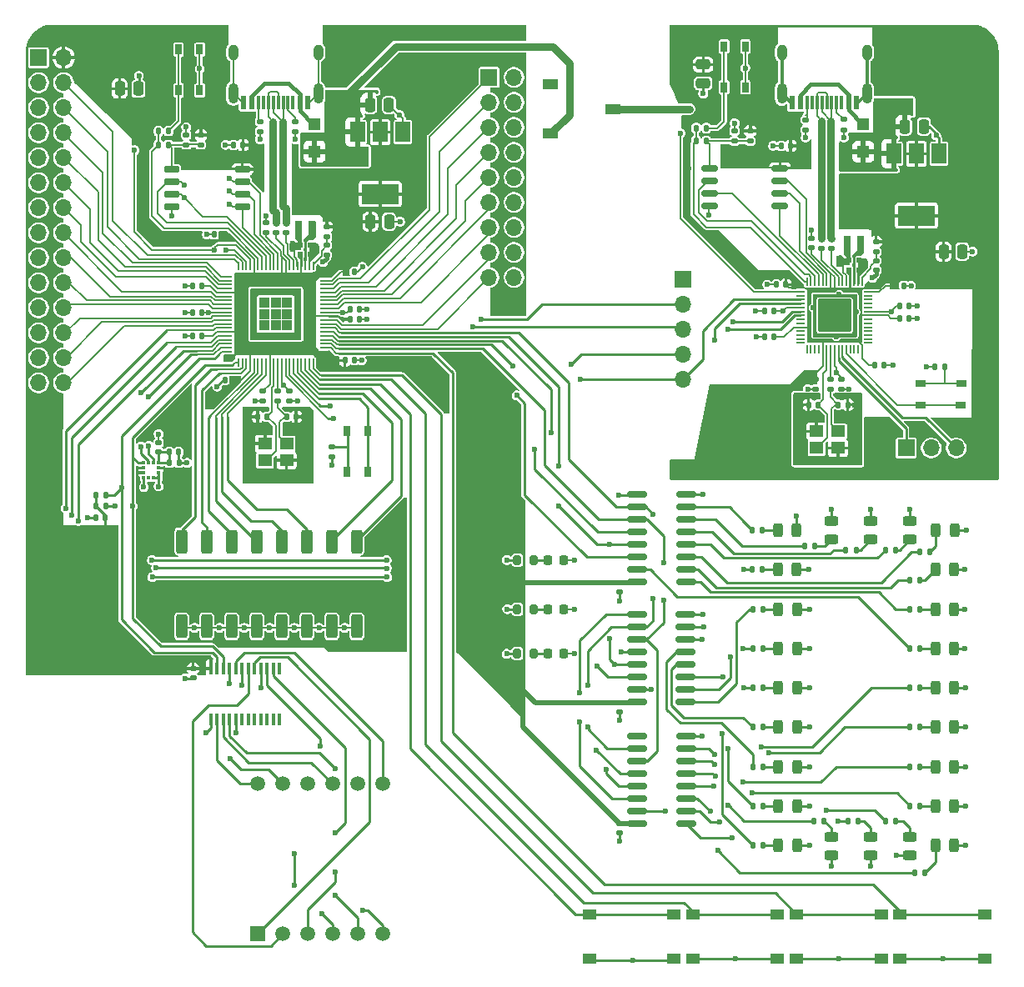
<source format=gbr>
G04 #@! TF.GenerationSoftware,KiCad,Pcbnew,9.0.0*
G04 #@! TF.CreationDate,2025-05-16T10:23:03+02:00*
G04 #@! TF.ProjectId,RP2350_80QFN_minimal,52503233-3530-45f3-9830-51464e5f6d69,rev?*
G04 #@! TF.SameCoordinates,Original*
G04 #@! TF.FileFunction,Copper,L1,Top*
G04 #@! TF.FilePolarity,Positive*
%FSLAX46Y46*%
G04 Gerber Fmt 4.6, Leading zero omitted, Abs format (unit mm)*
G04 Created by KiCad (PCBNEW 9.0.0) date 2025-05-16 10:23:03*
%MOMM*%
%LPD*%
G01*
G04 APERTURE LIST*
G04 Aperture macros list*
%AMRoundRect*
0 Rectangle with rounded corners*
0 $1 Rounding radius*
0 $2 $3 $4 $5 $6 $7 $8 $9 X,Y pos of 4 corners*
0 Add a 4 corners polygon primitive as box body*
4,1,4,$2,$3,$4,$5,$6,$7,$8,$9,$2,$3,0*
0 Add four circle primitives for the rounded corners*
1,1,$1+$1,$2,$3*
1,1,$1+$1,$4,$5*
1,1,$1+$1,$6,$7*
1,1,$1+$1,$8,$9*
0 Add four rect primitives between the rounded corners*
20,1,$1+$1,$2,$3,$4,$5,0*
20,1,$1+$1,$4,$5,$6,$7,0*
20,1,$1+$1,$6,$7,$8,$9,0*
20,1,$1+$1,$8,$9,$2,$3,0*%
%AMFreePoly0*
4,1,18,-0.437500,0.050000,-0.433694,0.069134,-0.422855,0.085355,-0.406634,0.096194,-0.387500,0.100000,0.387500,0.100000,0.437500,0.050000,0.437500,-0.050000,0.433694,-0.069134,0.422855,-0.085355,0.406634,-0.096194,0.387500,-0.100000,-0.387500,-0.100000,-0.406634,-0.096194,-0.422855,-0.085355,-0.433694,-0.069134,-0.437500,-0.050000,-0.437500,0.050000,-0.437500,0.050000,$1*%
%AMFreePoly1*
4,1,18,-0.437500,0.050000,-0.433694,0.069134,-0.422855,0.085355,-0.406634,0.096194,-0.387500,0.100000,0.387500,0.100000,0.406634,0.096194,0.422855,0.085355,0.433694,0.069134,0.437500,0.050000,0.437500,-0.050000,0.387500,-0.100000,-0.387500,-0.100000,-0.406634,-0.096194,-0.422855,-0.085355,-0.433694,-0.069134,-0.437500,-0.050000,-0.437500,0.050000,-0.437500,0.050000,$1*%
%AMFreePoly2*
4,1,18,-0.100000,0.387500,-0.050000,0.437500,0.050000,0.437500,0.069134,0.433694,0.085355,0.422855,0.096194,0.406634,0.100000,0.387500,0.100000,-0.387500,0.096194,-0.406634,0.085355,-0.422855,0.069134,-0.433694,0.050000,-0.437500,-0.050000,-0.437500,-0.069134,-0.433694,-0.085355,-0.422855,-0.096194,-0.406634,-0.100000,-0.387500,-0.100000,0.387500,-0.100000,0.387500,$1*%
%AMFreePoly3*
4,1,18,-0.100000,0.387500,-0.096194,0.406634,-0.085355,0.422855,-0.069134,0.433694,-0.050000,0.437500,0.050000,0.437500,0.100000,0.387500,0.100000,-0.387500,0.096194,-0.406634,0.085355,-0.422855,0.069134,-0.433694,0.050000,-0.437500,-0.050000,-0.437500,-0.069134,-0.433694,-0.085355,-0.422855,-0.096194,-0.406634,-0.100000,-0.387500,-0.100000,0.387500,-0.100000,0.387500,$1*%
%AMFreePoly4*
4,1,18,-0.437500,0.050000,-0.433694,0.069134,-0.422855,0.085355,-0.406634,0.096194,-0.387500,0.100000,0.387500,0.100000,0.406634,0.096194,0.422855,0.085355,0.433694,0.069134,0.437500,0.050000,0.437500,-0.050000,0.433694,-0.069134,0.422855,-0.085355,0.406634,-0.096194,0.387500,-0.100000,-0.387500,-0.100000,-0.437500,-0.050000,-0.437500,0.050000,-0.437500,0.050000,$1*%
%AMFreePoly5*
4,1,18,-0.437500,0.050000,-0.387500,0.100000,0.387500,0.100000,0.406634,0.096194,0.422855,0.085355,0.433694,0.069134,0.437500,0.050000,0.437500,-0.050000,0.433694,-0.069134,0.422855,-0.085355,0.406634,-0.096194,0.387500,-0.100000,-0.387500,-0.100000,-0.406634,-0.096194,-0.422855,-0.085355,-0.433694,-0.069134,-0.437500,-0.050000,-0.437500,0.050000,-0.437500,0.050000,$1*%
%AMFreePoly6*
4,1,18,-0.100000,0.387500,-0.096194,0.406634,-0.085355,0.422855,-0.069134,0.433694,-0.050000,0.437500,0.050000,0.437500,0.069134,0.433694,0.085355,0.422855,0.096194,0.406634,0.100000,0.387500,0.100000,-0.387500,0.050000,-0.437500,-0.050000,-0.437500,-0.069134,-0.433694,-0.085355,-0.422855,-0.096194,-0.406634,-0.100000,-0.387500,-0.100000,0.387500,-0.100000,0.387500,$1*%
%AMFreePoly7*
4,1,18,-0.100000,0.387500,-0.096194,0.406634,-0.085355,0.422855,-0.069134,0.433694,-0.050000,0.437500,0.050000,0.437500,0.069134,0.433694,0.085355,0.422855,0.096194,0.406634,0.100000,0.387500,0.100000,-0.387500,0.096194,-0.406634,0.085355,-0.422855,0.069134,-0.433694,0.050000,-0.437500,-0.050000,-0.437500,-0.100000,-0.387500,-0.100000,0.387500,-0.100000,0.387500,$1*%
G04 Aperture macros list end*
G04 #@! TA.AperFunction,SMDPad,CuDef*
%ADD10RoundRect,0.250000X-0.250000X-0.475000X0.250000X-0.475000X0.250000X0.475000X-0.250000X0.475000X0*%
G04 #@! TD*
G04 #@! TA.AperFunction,SMDPad,CuDef*
%ADD11RoundRect,0.140000X0.140000X0.170000X-0.140000X0.170000X-0.140000X-0.170000X0.140000X-0.170000X0*%
G04 #@! TD*
G04 #@! TA.AperFunction,SMDPad,CuDef*
%ADD12RoundRect,0.135000X-0.185000X0.135000X-0.185000X-0.135000X0.185000X-0.135000X0.185000X0.135000X0*%
G04 #@! TD*
G04 #@! TA.AperFunction,SMDPad,CuDef*
%ADD13R,1.500000X2.000000*%
G04 #@! TD*
G04 #@! TA.AperFunction,SMDPad,CuDef*
%ADD14R,3.800000X2.000000*%
G04 #@! TD*
G04 #@! TA.AperFunction,SMDPad,CuDef*
%ADD15RoundRect,0.150000X-0.650000X-0.150000X0.650000X-0.150000X0.650000X0.150000X-0.650000X0.150000X0*%
G04 #@! TD*
G04 #@! TA.AperFunction,SMDPad,CuDef*
%ADD16RoundRect,0.140000X-0.140000X-0.170000X0.140000X-0.170000X0.140000X0.170000X-0.140000X0.170000X0*%
G04 #@! TD*
G04 #@! TA.AperFunction,SMDPad,CuDef*
%ADD17RoundRect,0.140000X0.170000X-0.140000X0.170000X0.140000X-0.170000X0.140000X-0.170000X-0.140000X0*%
G04 #@! TD*
G04 #@! TA.AperFunction,SMDPad,CuDef*
%ADD18R,1.400000X1.200000*%
G04 #@! TD*
G04 #@! TA.AperFunction,SMDPad,CuDef*
%ADD19RoundRect,0.243750X0.243750X0.456250X-0.243750X0.456250X-0.243750X-0.456250X0.243750X-0.456250X0*%
G04 #@! TD*
G04 #@! TA.AperFunction,SMDPad,CuDef*
%ADD20RoundRect,0.135000X0.185000X-0.135000X0.185000X0.135000X-0.185000X0.135000X-0.185000X-0.135000X0*%
G04 #@! TD*
G04 #@! TA.AperFunction,SMDPad,CuDef*
%ADD21RoundRect,0.150000X0.825000X0.150000X-0.825000X0.150000X-0.825000X-0.150000X0.825000X-0.150000X0*%
G04 #@! TD*
G04 #@! TA.AperFunction,SMDPad,CuDef*
%ADD22RoundRect,0.140000X-0.170000X0.140000X-0.170000X-0.140000X0.170000X-0.140000X0.170000X0.140000X0*%
G04 #@! TD*
G04 #@! TA.AperFunction,SMDPad,CuDef*
%ADD23RoundRect,0.243750X0.456250X-0.243750X0.456250X0.243750X-0.456250X0.243750X-0.456250X-0.243750X0*%
G04 #@! TD*
G04 #@! TA.AperFunction,SMDPad,CuDef*
%ADD24RoundRect,0.250000X0.310000X-0.970000X0.310000X0.970000X-0.310000X0.970000X-0.310000X-0.970000X0*%
G04 #@! TD*
G04 #@! TA.AperFunction,SMDPad,CuDef*
%ADD25RoundRect,0.200000X0.200000X0.275000X-0.200000X0.275000X-0.200000X-0.275000X0.200000X-0.275000X0*%
G04 #@! TD*
G04 #@! TA.AperFunction,SMDPad,CuDef*
%ADD26R,1.400000X1.000000*%
G04 #@! TD*
G04 #@! TA.AperFunction,SMDPad,CuDef*
%ADD27RoundRect,0.135000X0.135000X0.185000X-0.135000X0.185000X-0.135000X-0.185000X0.135000X-0.185000X0*%
G04 #@! TD*
G04 #@! TA.AperFunction,SMDPad,CuDef*
%ADD28R,0.470000X0.530000*%
G04 #@! TD*
G04 #@! TA.AperFunction,ComponentPad*
%ADD29R,1.700000X1.700000*%
G04 #@! TD*
G04 #@! TA.AperFunction,ComponentPad*
%ADD30O,1.700000X1.700000*%
G04 #@! TD*
G04 #@! TA.AperFunction,SMDPad,CuDef*
%ADD31R,0.650000X1.050000*%
G04 #@! TD*
G04 #@! TA.AperFunction,SMDPad,CuDef*
%ADD32RoundRect,0.135000X-0.135000X-0.185000X0.135000X-0.185000X0.135000X0.185000X-0.135000X0.185000X0*%
G04 #@! TD*
G04 #@! TA.AperFunction,SMDPad,CuDef*
%ADD33R,0.700000X1.700000*%
G04 #@! TD*
G04 #@! TA.AperFunction,SMDPad,CuDef*
%ADD34RoundRect,0.243750X-0.456250X0.243750X-0.456250X-0.243750X0.456250X-0.243750X0.456250X0.243750X0*%
G04 #@! TD*
G04 #@! TA.AperFunction,SMDPad,CuDef*
%ADD35RoundRect,0.218750X0.218750X0.256250X-0.218750X0.256250X-0.218750X-0.256250X0.218750X-0.256250X0*%
G04 #@! TD*
G04 #@! TA.AperFunction,ComponentPad*
%ADD36R,1.500000X1.500000*%
G04 #@! TD*
G04 #@! TA.AperFunction,ComponentPad*
%ADD37C,1.500000*%
G04 #@! TD*
G04 #@! TA.AperFunction,SMDPad,CuDef*
%ADD38R,1.050000X0.650000*%
G04 #@! TD*
G04 #@! TA.AperFunction,SMDPad,CuDef*
%ADD39FreePoly0,0.000000*%
G04 #@! TD*
G04 #@! TA.AperFunction,SMDPad,CuDef*
%ADD40RoundRect,0.050000X-0.387500X-0.050000X0.387500X-0.050000X0.387500X0.050000X-0.387500X0.050000X0*%
G04 #@! TD*
G04 #@! TA.AperFunction,SMDPad,CuDef*
%ADD41FreePoly1,0.000000*%
G04 #@! TD*
G04 #@! TA.AperFunction,SMDPad,CuDef*
%ADD42FreePoly2,0.000000*%
G04 #@! TD*
G04 #@! TA.AperFunction,SMDPad,CuDef*
%ADD43RoundRect,0.050000X-0.050000X-0.387500X0.050000X-0.387500X0.050000X0.387500X-0.050000X0.387500X0*%
G04 #@! TD*
G04 #@! TA.AperFunction,SMDPad,CuDef*
%ADD44FreePoly3,0.000000*%
G04 #@! TD*
G04 #@! TA.AperFunction,SMDPad,CuDef*
%ADD45FreePoly4,0.000000*%
G04 #@! TD*
G04 #@! TA.AperFunction,SMDPad,CuDef*
%ADD46FreePoly5,0.000000*%
G04 #@! TD*
G04 #@! TA.AperFunction,SMDPad,CuDef*
%ADD47FreePoly6,0.000000*%
G04 #@! TD*
G04 #@! TA.AperFunction,SMDPad,CuDef*
%ADD48FreePoly7,0.000000*%
G04 #@! TD*
G04 #@! TA.AperFunction,ComponentPad*
%ADD49C,0.600000*%
G04 #@! TD*
G04 #@! TA.AperFunction,SMDPad,CuDef*
%ADD50RoundRect,0.153000X1.547000X-1.547000X1.547000X1.547000X-1.547000X1.547000X-1.547000X-1.547000X0*%
G04 #@! TD*
G04 #@! TA.AperFunction,SMDPad,CuDef*
%ADD51R,1.200000X1.200000*%
G04 #@! TD*
G04 #@! TA.AperFunction,SMDPad,CuDef*
%ADD52R,0.600000X1.450000*%
G04 #@! TD*
G04 #@! TA.AperFunction,SMDPad,CuDef*
%ADD53R,0.300000X1.450000*%
G04 #@! TD*
G04 #@! TA.AperFunction,HeatsinkPad*
%ADD54O,1.000000X2.100000*%
G04 #@! TD*
G04 #@! TA.AperFunction,HeatsinkPad*
%ADD55O,1.000000X1.600000*%
G04 #@! TD*
G04 #@! TA.AperFunction,SMDPad,CuDef*
%ADD56R,1.500000X1.000000*%
G04 #@! TD*
G04 #@! TA.AperFunction,SMDPad,CuDef*
%ADD57R,0.400000X0.350000*%
G04 #@! TD*
G04 #@! TA.AperFunction,SMDPad,CuDef*
%ADD58R,0.350000X0.400000*%
G04 #@! TD*
G04 #@! TA.AperFunction,SMDPad,CuDef*
%ADD59R,0.400000X1.200000*%
G04 #@! TD*
G04 #@! TA.AperFunction,SMDPad,CuDef*
%ADD60RoundRect,0.055000X0.335000X-0.055000X0.335000X0.055000X-0.335000X0.055000X-0.335000X-0.055000X0*%
G04 #@! TD*
G04 #@! TA.AperFunction,SMDPad,CuDef*
%ADD61RoundRect,0.055000X-0.055000X-0.335000X0.055000X-0.335000X0.055000X0.335000X-0.055000X0.335000X0*%
G04 #@! TD*
G04 #@! TA.AperFunction,SMDPad,CuDef*
%ADD62R,1.133333X1.133333*%
G04 #@! TD*
G04 #@! TA.AperFunction,SMDPad,CuDef*
%ADD63RoundRect,0.162500X-0.650000X-0.162500X0.650000X-0.162500X0.650000X0.162500X-0.650000X0.162500X0*%
G04 #@! TD*
G04 #@! TA.AperFunction,SMDPad,CuDef*
%ADD64RoundRect,0.250000X-0.475000X0.250000X-0.475000X-0.250000X0.475000X-0.250000X0.475000X0.250000X0*%
G04 #@! TD*
G04 #@! TA.AperFunction,ViaPad*
%ADD65C,0.600000*%
G04 #@! TD*
G04 #@! TA.AperFunction,Conductor*
%ADD66C,0.150000*%
G04 #@! TD*
G04 #@! TA.AperFunction,Conductor*
%ADD67C,0.200000*%
G04 #@! TD*
G04 #@! TA.AperFunction,Conductor*
%ADD68C,0.250000*%
G04 #@! TD*
G04 #@! TA.AperFunction,Conductor*
%ADD69C,0.400000*%
G04 #@! TD*
G04 #@! TA.AperFunction,Conductor*
%ADD70C,0.300000*%
G04 #@! TD*
G04 #@! TA.AperFunction,Conductor*
%ADD71C,0.500000*%
G04 #@! TD*
G04 #@! TA.AperFunction,Conductor*
%ADD72C,0.800000*%
G04 #@! TD*
G04 #@! TA.AperFunction,Conductor*
%ADD73C,0.260000*%
G04 #@! TD*
G04 APERTURE END LIST*
D10*
X97450000Y-65650000D03*
X99350000Y-65650000D03*
D11*
X80330000Y-77250000D03*
X79370000Y-77250000D03*
X84515000Y-57880000D03*
X83555000Y-57880000D03*
D12*
X80250000Y-56840000D03*
X80250000Y-57860000D03*
D13*
X100750000Y-56550000D03*
X98450000Y-56550000D03*
D14*
X98450000Y-62850000D03*
D13*
X96150000Y-56550000D03*
D15*
X77250000Y-60345000D03*
X77250000Y-61615000D03*
X77250000Y-62885000D03*
X77250000Y-64155000D03*
X84450000Y-64155000D03*
X84450000Y-62885000D03*
X84450000Y-61615000D03*
X84450000Y-60345000D03*
D16*
X88965000Y-85470000D03*
X89925000Y-85470000D03*
D17*
X86850000Y-66730000D03*
X86850000Y-65770000D03*
D16*
X95375000Y-75550000D03*
X96335000Y-75550000D03*
X94870000Y-79750000D03*
X95830000Y-79750000D03*
D12*
X87850000Y-65740000D03*
X87850000Y-66760000D03*
D10*
X97437500Y-53800000D03*
X99337500Y-53800000D03*
D11*
X80330000Y-72150000D03*
X79370000Y-72150000D03*
X86955000Y-85470000D03*
X85995000Y-85470000D03*
D12*
X88850000Y-65740000D03*
X88850000Y-66760000D03*
D16*
X94870000Y-70750000D03*
X95830000Y-70750000D03*
D12*
X88050000Y-82845000D03*
X88050000Y-83865000D03*
D18*
X86750000Y-89900000D03*
X88950000Y-89900000D03*
X88950000Y-88200000D03*
X86750000Y-88200000D03*
D10*
X72000000Y-52150000D03*
X73900000Y-52150000D03*
D19*
X140750000Y-105000000D03*
X138875000Y-105000000D03*
D20*
X141650000Y-56320000D03*
X141650000Y-55300000D03*
D12*
X93050000Y-66190000D03*
X93050000Y-67210000D03*
D21*
X129500000Y-102270000D03*
X129500000Y-101000000D03*
X129500000Y-99730000D03*
X129500000Y-98460000D03*
X129500000Y-97190000D03*
X129500000Y-95920000D03*
X129500000Y-94650000D03*
X129500000Y-93380000D03*
X124550000Y-93380000D03*
X124550000Y-94650000D03*
X124550000Y-95920000D03*
X124550000Y-97190000D03*
X124550000Y-98460000D03*
X124550000Y-99730000D03*
X124550000Y-101000000D03*
X124550000Y-102270000D03*
D22*
X122750000Y-114500000D03*
X122750000Y-115460000D03*
D11*
X138430000Y-74750000D03*
X137470000Y-74750000D03*
D17*
X75950000Y-89045000D03*
X75950000Y-88085000D03*
D23*
X152250000Y-130000000D03*
X152250000Y-128125000D03*
D22*
X122750000Y-102290000D03*
X122750000Y-103250000D03*
X145250000Y-81680000D03*
X145250000Y-82640000D03*
D12*
X134430000Y-56440000D03*
X134430000Y-57460000D03*
X93525000Y-88540000D03*
X93525000Y-89560000D03*
D16*
X144970000Y-84250000D03*
X145930000Y-84250000D03*
D24*
X78300000Y-106755000D03*
X80840000Y-106755000D03*
X83380000Y-106755000D03*
X85920000Y-106755000D03*
X88460000Y-106755000D03*
X91000000Y-106755000D03*
X93540000Y-106755000D03*
X96080000Y-106755000D03*
X96080000Y-98145000D03*
X93540000Y-98145000D03*
X91000000Y-98145000D03*
X88460000Y-98145000D03*
X85920000Y-98145000D03*
X83380000Y-98145000D03*
X80840000Y-98145000D03*
X78300000Y-98145000D03*
D25*
X114025000Y-100025000D03*
X112375000Y-100025000D03*
D12*
X144150000Y-81650000D03*
X144150000Y-82670000D03*
D25*
X114025000Y-105025000D03*
X112375000Y-105025000D03*
D26*
X140700000Y-136000000D03*
X149300000Y-136000000D03*
X140700000Y-140500000D03*
X149300000Y-140500000D03*
D20*
X145550000Y-56310000D03*
X145550000Y-55290000D03*
D27*
X153270000Y-117000000D03*
X152250000Y-117000000D03*
D19*
X140750000Y-125000000D03*
X138875000Y-125000000D03*
X140687500Y-101000000D03*
X138812500Y-101000000D03*
D27*
X153270000Y-113000000D03*
X152250000Y-113000000D03*
D19*
X140750000Y-113000000D03*
X138875000Y-113000000D03*
D26*
X151200000Y-136000000D03*
X159800000Y-136000000D03*
X151200000Y-140500000D03*
X159800000Y-140500000D03*
D19*
X140750000Y-117000000D03*
X138875000Y-117000000D03*
D27*
X147010000Y-126500000D03*
X145990000Y-126500000D03*
D21*
X129500000Y-126770000D03*
X129500000Y-125500000D03*
X129500000Y-124230000D03*
X129500000Y-122960000D03*
X129500000Y-121690000D03*
X129500000Y-120420000D03*
X129500000Y-119150000D03*
X129500000Y-117880000D03*
X124550000Y-117880000D03*
X124550000Y-119150000D03*
X124550000Y-120420000D03*
X124550000Y-121690000D03*
X124550000Y-122960000D03*
X124550000Y-124230000D03*
X124550000Y-125500000D03*
X124550000Y-126770000D03*
D22*
X93050000Y-68070000D03*
X93050000Y-69030000D03*
D28*
X90335000Y-68050000D03*
X91365000Y-68050000D03*
D27*
X137260000Y-97000000D03*
X136240000Y-97000000D03*
D11*
X138430000Y-77350000D03*
X137470000Y-77350000D03*
D27*
X137322500Y-125000000D03*
X136302500Y-125000000D03*
X137322500Y-113000000D03*
X136302500Y-113000000D03*
D29*
X129150000Y-71540000D03*
D30*
X129150000Y-74080000D03*
X129150000Y-76620000D03*
X129150000Y-79160000D03*
X129150000Y-81700000D03*
D19*
X156687500Y-113000000D03*
X154812500Y-113000000D03*
D27*
X137260000Y-101000000D03*
X136240000Y-101000000D03*
D11*
X82530000Y-66950000D03*
X81570000Y-66950000D03*
D22*
X79450000Y-111040000D03*
X79450000Y-112000000D03*
D27*
X155747500Y-80400000D03*
X154727500Y-80400000D03*
D19*
X156687500Y-117000000D03*
X154812500Y-117000000D03*
D11*
X140130000Y-57950000D03*
X139170000Y-57950000D03*
D31*
X80125000Y-48175000D03*
X80125000Y-52325000D03*
X77975000Y-48175000D03*
X77975000Y-52300000D03*
D19*
X156687500Y-109000000D03*
X154812500Y-109000000D03*
D20*
X89850000Y-56500000D03*
X89850000Y-55480000D03*
D16*
X151170000Y-74250000D03*
X152130000Y-74250000D03*
D10*
X151750000Y-56000000D03*
X153650000Y-56000000D03*
D21*
X129475000Y-114445000D03*
X129475000Y-113175000D03*
X129475000Y-111905000D03*
X129475000Y-110635000D03*
X129475000Y-109365000D03*
X129475000Y-108095000D03*
X129475000Y-106825000D03*
X129475000Y-105555000D03*
X124525000Y-105555000D03*
X124525000Y-106825000D03*
X124525000Y-108095000D03*
X124525000Y-109365000D03*
X124525000Y-110635000D03*
X124525000Y-111905000D03*
X124525000Y-113175000D03*
X124525000Y-114445000D03*
D16*
X77020000Y-89065000D03*
X77980000Y-89065000D03*
D32*
X69580000Y-94550000D03*
X70600000Y-94550000D03*
D12*
X78750000Y-56840000D03*
X78750000Y-57860000D03*
D33*
X145850000Y-67950000D03*
X147250000Y-67950000D03*
D28*
X90335000Y-69000000D03*
X91365000Y-69000000D03*
D17*
X142250000Y-68330000D03*
X142250000Y-67370000D03*
D23*
X148250000Y-130000000D03*
X148250000Y-128125000D03*
D34*
X148250000Y-96062500D03*
X148250000Y-97937500D03*
D16*
X150670000Y-72150000D03*
X151630000Y-72150000D03*
D27*
X137322500Y-109000000D03*
X136302500Y-109000000D03*
D19*
X156687500Y-125000000D03*
X154812500Y-125000000D03*
D32*
X75940000Y-57850000D03*
X76960000Y-57850000D03*
D11*
X139630000Y-72050000D03*
X138670000Y-72050000D03*
D29*
X151850000Y-88650000D03*
D30*
X154390000Y-88650000D03*
X156930000Y-88650000D03*
D11*
X70530000Y-95700000D03*
X69570000Y-95700000D03*
D35*
X117075000Y-109525000D03*
X115500000Y-109525000D03*
D27*
X153210000Y-102075000D03*
X152190000Y-102075000D03*
D19*
X140687500Y-97000000D03*
X138812500Y-97000000D03*
D36*
X86000000Y-138000000D03*
D37*
X88540000Y-138000000D03*
X91080000Y-138000000D03*
X93620000Y-138000000D03*
X96160000Y-138000000D03*
X98700000Y-138000000D03*
X98700000Y-122760000D03*
X96160000Y-122760000D03*
X93620000Y-122760000D03*
X91080000Y-122760000D03*
X88540000Y-122760000D03*
X86000000Y-122760000D03*
D38*
X153287500Y-82100000D03*
X157437500Y-82100000D03*
X153287500Y-84250000D03*
X157412500Y-84250000D03*
D27*
X153270000Y-121000000D03*
X152250000Y-121000000D03*
D16*
X77050000Y-90165000D03*
X78010000Y-90165000D03*
D39*
X141144730Y-72379000D03*
D40*
X141144730Y-72779000D03*
X141144730Y-73179000D03*
X141144730Y-73579000D03*
X141144730Y-73979000D03*
X141144730Y-74379000D03*
X141144730Y-74779000D03*
X141144730Y-75179000D03*
X141144730Y-75579000D03*
X141144730Y-75979000D03*
X141144730Y-76379000D03*
X141144730Y-76779000D03*
X141144730Y-77179000D03*
X141144730Y-77579000D03*
D41*
X141144730Y-77979000D03*
D42*
X141782230Y-78616500D03*
D43*
X142182230Y-78616500D03*
X142582230Y-78616500D03*
X142982230Y-78616500D03*
X143382230Y-78616500D03*
X143782230Y-78616500D03*
X144182230Y-78616500D03*
X144582230Y-78616500D03*
X144982230Y-78616500D03*
X145382230Y-78616500D03*
X145782230Y-78616500D03*
X146182230Y-78616500D03*
X146582230Y-78616500D03*
X146982230Y-78616500D03*
D44*
X147382230Y-78616500D03*
D45*
X148019730Y-77979000D03*
D40*
X148019730Y-77579000D03*
X148019730Y-77179000D03*
X148019730Y-76779000D03*
X148019730Y-76379000D03*
X148019730Y-75979000D03*
X148019730Y-75579000D03*
X148019730Y-75179000D03*
X148019730Y-74779000D03*
X148019730Y-74379000D03*
X148019730Y-73979000D03*
X148019730Y-73579000D03*
X148019730Y-73179000D03*
X148019730Y-72779000D03*
D46*
X148019730Y-72379000D03*
D47*
X147382230Y-71741500D03*
D43*
X146982230Y-71741500D03*
X146582230Y-71741500D03*
X146182230Y-71741500D03*
X145782230Y-71741500D03*
X145382230Y-71741500D03*
X144982230Y-71741500D03*
X144582230Y-71741500D03*
X144182230Y-71741500D03*
X143782230Y-71741500D03*
X143382230Y-71741500D03*
X142982230Y-71741500D03*
X142582230Y-71741500D03*
X142182230Y-71741500D03*
D48*
X141782230Y-71741500D03*
D49*
X143207230Y-73804000D03*
X143207230Y-75179000D03*
X143207230Y-76554000D03*
X144582230Y-73804000D03*
X144582230Y-75179000D03*
D50*
X144582230Y-75179000D03*
D49*
X144582230Y-76554000D03*
X145957230Y-73804000D03*
X145957230Y-75179000D03*
X145957230Y-76554000D03*
D51*
X147500000Y-58550000D03*
X147500000Y-55750000D03*
D32*
X75940000Y-56450000D03*
X76960000Y-56450000D03*
D26*
X119700000Y-136000000D03*
X128300000Y-136000000D03*
X119700000Y-140500000D03*
X128300000Y-140500000D03*
D32*
X130530000Y-56150000D03*
X131550000Y-56150000D03*
D12*
X136030000Y-56440000D03*
X136030000Y-57460000D03*
D27*
X146760000Y-99000000D03*
X145740000Y-99000000D03*
D22*
X89250000Y-82870000D03*
X89250000Y-83830000D03*
D18*
X142750000Y-88650000D03*
X144950000Y-88650000D03*
X144950000Y-86950000D03*
X142750000Y-86950000D03*
D27*
X143510000Y-126500000D03*
X142490000Y-126500000D03*
D52*
X146800000Y-53545000D03*
X146000000Y-53545000D03*
D53*
X144800000Y-53545000D03*
X143800000Y-53545000D03*
X143300000Y-53545000D03*
X142300000Y-53545000D03*
D52*
X141100000Y-53545000D03*
X140300000Y-53545000D03*
X140300000Y-53545000D03*
X141100000Y-53545000D03*
D53*
X141800000Y-53545000D03*
X142800000Y-53545000D03*
X144300000Y-53545000D03*
X145300000Y-53545000D03*
D52*
X146000000Y-53545000D03*
X146800000Y-53545000D03*
D54*
X147870000Y-52630000D03*
D55*
X147870000Y-48450000D03*
D54*
X139230000Y-52630000D03*
D55*
X139230000Y-48450000D03*
D29*
X109500000Y-51000000D03*
D30*
X112040000Y-51000000D03*
X109500000Y-53540000D03*
X112040000Y-53540000D03*
X109500000Y-56080000D03*
X112040000Y-56080000D03*
X109500000Y-58620000D03*
X112040000Y-58620000D03*
X109500000Y-61160000D03*
X112040000Y-61160000D03*
X109500000Y-63700000D03*
X112040000Y-63700000D03*
X109500000Y-66240000D03*
X112040000Y-66240000D03*
X109500000Y-68780000D03*
X112040000Y-68780000D03*
X109500000Y-71320000D03*
X112040000Y-71320000D03*
D27*
X150760000Y-99000000D03*
X149740000Y-99000000D03*
D56*
X115750000Y-51700000D03*
X122050000Y-54200000D03*
X115750000Y-56700000D03*
D32*
X130530000Y-57450000D03*
X131550000Y-57450000D03*
D29*
X63760000Y-49000000D03*
D30*
X66300000Y-49000000D03*
X63760000Y-51540000D03*
X66300000Y-51540000D03*
X63760000Y-54080000D03*
X66300000Y-54080000D03*
X63760000Y-56620000D03*
X66300000Y-56620000D03*
X63760000Y-59160000D03*
X66300000Y-59160000D03*
X63760000Y-61700000D03*
X66300000Y-61700000D03*
X63760000Y-64240000D03*
X66300000Y-64240000D03*
X63760000Y-66780000D03*
X66300000Y-66780000D03*
X63760000Y-69320000D03*
X66300000Y-69320000D03*
X63760000Y-71860000D03*
X66300000Y-71860000D03*
X63760000Y-74400000D03*
X66300000Y-74400000D03*
X63760000Y-76940000D03*
X66300000Y-76940000D03*
X63760000Y-79480000D03*
X66300000Y-79480000D03*
X63760000Y-82020000D03*
X66300000Y-82020000D03*
D19*
X156687500Y-121000000D03*
X154812500Y-121000000D03*
D57*
X74440000Y-90165000D03*
X74440000Y-90665000D03*
X74440000Y-91165000D03*
X74440000Y-91665000D03*
D58*
X74950000Y-91675000D03*
X75450000Y-91675000D03*
D57*
X75960000Y-91665000D03*
X75960000Y-91165000D03*
X75960000Y-90665000D03*
X75960000Y-90165000D03*
D58*
X75450000Y-90155000D03*
X74950000Y-90155000D03*
D19*
X140750000Y-121000000D03*
X138875000Y-121000000D03*
D27*
X142560000Y-98625000D03*
X141540000Y-98625000D03*
X150760000Y-126500000D03*
X149740000Y-126500000D03*
D12*
X148800000Y-67705000D03*
X148800000Y-68725000D03*
D23*
X144250000Y-130000000D03*
X144250000Y-128125000D03*
D12*
X144250000Y-67340000D03*
X144250000Y-68360000D03*
D52*
X91100000Y-53535000D03*
X90300000Y-53535000D03*
D53*
X89100000Y-53535000D03*
X88100000Y-53535000D03*
X87600000Y-53535000D03*
X86600000Y-53535000D03*
D52*
X85400000Y-53535000D03*
X84600000Y-53535000D03*
X84600000Y-53535000D03*
X85400000Y-53535000D03*
D53*
X86100000Y-53535000D03*
X87100000Y-53535000D03*
X88600000Y-53535000D03*
X89600000Y-53535000D03*
D52*
X90300000Y-53535000D03*
X91100000Y-53535000D03*
D54*
X92170000Y-52620000D03*
D55*
X92170000Y-48440000D03*
D54*
X83530000Y-52620000D03*
D55*
X83530000Y-48440000D03*
D59*
X81250000Y-116250000D03*
X81885000Y-116250000D03*
X82520000Y-116250000D03*
X83155000Y-116250000D03*
X83790000Y-116250000D03*
X84425000Y-116250000D03*
X85060000Y-116250000D03*
X85695000Y-116250000D03*
X86330000Y-116250000D03*
X86965000Y-116250000D03*
X87600000Y-116250000D03*
X88235000Y-116250000D03*
X88235000Y-111050000D03*
X87600000Y-111050000D03*
X86965000Y-111050000D03*
X86330000Y-111050000D03*
X85695000Y-111050000D03*
X85060000Y-111050000D03*
X84425000Y-111050000D03*
X83790000Y-111050000D03*
X83155000Y-111050000D03*
X82520000Y-111050000D03*
X81885000Y-111050000D03*
X81250000Y-111050000D03*
D16*
X151170000Y-75450000D03*
X152130000Y-75450000D03*
D35*
X117075000Y-105025000D03*
X115500000Y-105025000D03*
D60*
X82953500Y-71250000D03*
X82953500Y-71650000D03*
X82953500Y-72050000D03*
X82953500Y-72450000D03*
X82953500Y-72850000D03*
X82953500Y-73250000D03*
X82953500Y-73650000D03*
X82953500Y-74050000D03*
X82953500Y-74450000D03*
X82953500Y-74850000D03*
X82953500Y-75250000D03*
X82953500Y-75650000D03*
X82953500Y-76050000D03*
X82953500Y-76450000D03*
X82953500Y-76850000D03*
X82953500Y-77250000D03*
X82953500Y-77650000D03*
X82953500Y-78050000D03*
X82953500Y-78450000D03*
X82953500Y-78850000D03*
D61*
X84050000Y-79946500D03*
X84450000Y-79946500D03*
X84850000Y-79946500D03*
X85250000Y-79946500D03*
X85650000Y-79946500D03*
X86050000Y-79946500D03*
X86450000Y-79946500D03*
X86850000Y-79946500D03*
X87250000Y-79946500D03*
X87650000Y-79946500D03*
X88050000Y-79946500D03*
X88450000Y-79946500D03*
X88850000Y-79946500D03*
X89250000Y-79946500D03*
X89650000Y-79946500D03*
X90050000Y-79946500D03*
X90450000Y-79946500D03*
X90850000Y-79946500D03*
X91250000Y-79946500D03*
X91650000Y-79946500D03*
D60*
X92746500Y-78850000D03*
X92746500Y-78450000D03*
X92746500Y-78050000D03*
X92746500Y-77650000D03*
X92746500Y-77250000D03*
X92746500Y-76850000D03*
X92746500Y-76450000D03*
X92746500Y-76050000D03*
X92746500Y-75650000D03*
X92746500Y-75250000D03*
X92746500Y-74850000D03*
X92746500Y-74450000D03*
X92746500Y-74050000D03*
X92746500Y-73650000D03*
X92746500Y-73250000D03*
X92746500Y-72850000D03*
X92746500Y-72450000D03*
X92746500Y-72050000D03*
X92746500Y-71650000D03*
X92746500Y-71250000D03*
D61*
X91650000Y-70153500D03*
X91250000Y-70153500D03*
X90850000Y-70153500D03*
X90450000Y-70153500D03*
X90050000Y-70153500D03*
X89650000Y-70153500D03*
X89250000Y-70153500D03*
X88850000Y-70153500D03*
X88450000Y-70153500D03*
X88050000Y-70153500D03*
X87650000Y-70153500D03*
X87250000Y-70153500D03*
X86850000Y-70153500D03*
X86450000Y-70153500D03*
X86050000Y-70153500D03*
X85650000Y-70153500D03*
X85250000Y-70153500D03*
X84850000Y-70153500D03*
X84450000Y-70153500D03*
X84050000Y-70153500D03*
D49*
X86716667Y-73916667D03*
D62*
X86716667Y-73916667D03*
D49*
X86716667Y-75050000D03*
D62*
X86716667Y-75050000D03*
D49*
X86716667Y-76183333D03*
D62*
X86716667Y-76183333D03*
D49*
X87850000Y-73916667D03*
D62*
X87850000Y-73916667D03*
D49*
X87850000Y-75050000D03*
D62*
X87850000Y-75050000D03*
D49*
X87850000Y-76183333D03*
D62*
X87850000Y-76183333D03*
D49*
X88983333Y-73916667D03*
D62*
X88983333Y-73916667D03*
D49*
X88983333Y-75050000D03*
D62*
X88983333Y-75050000D03*
D49*
X88983333Y-76183333D03*
D62*
X88983333Y-76183333D03*
D19*
X156687500Y-101000000D03*
X154812500Y-101000000D03*
D27*
X137322500Y-117000000D03*
X136302500Y-117000000D03*
D33*
X90150000Y-66400000D03*
X91550000Y-66400000D03*
D10*
X155650000Y-68700000D03*
X157550000Y-68700000D03*
D11*
X80330000Y-74850000D03*
X79370000Y-74850000D03*
D27*
X153260000Y-109000000D03*
X152240000Y-109000000D03*
D35*
X117075000Y-100025000D03*
X115500000Y-100025000D03*
D22*
X148800000Y-69620000D03*
X148800000Y-70580000D03*
D19*
X156750000Y-97000000D03*
X154875000Y-97000000D03*
D22*
X122750000Y-126770000D03*
X122750000Y-127730000D03*
D11*
X142910000Y-84250000D03*
X141950000Y-84250000D03*
D28*
X146035000Y-70550000D03*
X147065000Y-70550000D03*
D19*
X140750000Y-129000000D03*
X138875000Y-129000000D03*
D11*
X83630000Y-81750000D03*
X82670000Y-81750000D03*
D25*
X114025000Y-109525000D03*
X112375000Y-109525000D03*
D27*
X153260000Y-105000000D03*
X152240000Y-105000000D03*
D19*
X156687500Y-129000000D03*
X154812500Y-129000000D03*
D27*
X153760000Y-131750000D03*
X152740000Y-131750000D03*
D34*
X144250000Y-96062500D03*
X144250000Y-97937500D03*
D28*
X146035000Y-69600000D03*
X147065000Y-69600000D03*
D26*
X130200000Y-136000000D03*
X138800000Y-136000000D03*
X130200000Y-140500000D03*
X138800000Y-140500000D03*
D31*
X95075000Y-91025000D03*
X95075000Y-86875000D03*
X97225000Y-91025000D03*
X97225000Y-86900000D03*
D63*
X131862500Y-60245000D03*
X131862500Y-61515000D03*
X131862500Y-62785000D03*
X131862500Y-64055000D03*
X139037500Y-64055000D03*
X139037500Y-62785000D03*
X139037500Y-61515000D03*
X139037500Y-60245000D03*
D27*
X137322500Y-105000000D03*
X136302500Y-105000000D03*
X137322500Y-121000000D03*
X136302500Y-121000000D03*
D32*
X69580000Y-93400000D03*
X70600000Y-93400000D03*
D16*
X95370000Y-74550000D03*
X96330000Y-74550000D03*
D51*
X91800000Y-58540000D03*
X91800000Y-55740000D03*
D34*
X152250000Y-96062500D03*
X152250000Y-97937500D03*
D12*
X143250000Y-67340000D03*
X143250000Y-68360000D03*
D19*
X156687500Y-105000000D03*
X154812500Y-105000000D03*
D27*
X154235000Y-99225000D03*
X153215000Y-99225000D03*
D19*
X140750000Y-109000000D03*
X138875000Y-109000000D03*
D13*
X155200000Y-58750000D03*
X152900000Y-58750000D03*
D14*
X152900000Y-65050000D03*
D13*
X150600000Y-58750000D03*
D20*
X86250000Y-56490000D03*
X86250000Y-55470000D03*
D22*
X142650000Y-81680000D03*
X142650000Y-82640000D03*
D16*
X148670000Y-80250000D03*
X149630000Y-80250000D03*
D31*
X135525000Y-47875000D03*
X135525000Y-52025000D03*
X133375000Y-47875000D03*
X133375000Y-52000000D03*
D27*
X153270000Y-125000000D03*
X152250000Y-125000000D03*
D64*
X131250000Y-49700000D03*
X131250000Y-51600000D03*
D22*
X86550000Y-82870000D03*
X86550000Y-83830000D03*
D27*
X137322500Y-129000000D03*
X136302500Y-129000000D03*
D65*
X90550000Y-89850000D03*
X85150000Y-88250000D03*
X85750000Y-83850000D03*
X94850000Y-106900000D03*
X142062500Y-117000000D03*
X157868750Y-117000000D03*
X157968750Y-97000000D03*
X82150000Y-106900000D03*
X142062500Y-125000000D03*
X142000000Y-101000000D03*
X157875000Y-125000000D03*
X131250000Y-52650000D03*
X146050000Y-82650000D03*
X131125000Y-117900000D03*
X134500000Y-140500000D03*
X89750000Y-106900000D03*
X93525000Y-90350000D03*
X82750000Y-57850000D03*
X81900000Y-82400000D03*
X153887500Y-80400000D03*
X148250000Y-131150000D03*
X78850000Y-90165000D03*
X152250000Y-94906250D03*
X154900000Y-56900000D03*
X157850000Y-109000000D03*
X100400000Y-54800000D03*
X142062500Y-105000000D03*
X150550000Y-80250000D03*
X153000000Y-74250000D03*
X157850000Y-105000000D03*
X131250000Y-93380000D03*
X86850000Y-65050000D03*
X148275000Y-94856250D03*
X157868750Y-113000000D03*
X145000000Y-140500000D03*
X122750000Y-116325000D03*
X142250000Y-66550000D03*
X89850000Y-57290000D03*
X148450000Y-71350000D03*
X140700000Y-95550000D03*
X68700000Y-95700000D03*
X122750000Y-104175000D03*
X136550000Y-74750000D03*
X137750000Y-72050000D03*
X150850000Y-130025000D03*
X142062500Y-109000000D03*
X138350000Y-57950000D03*
X90050000Y-83870000D03*
X91950000Y-68700000D03*
X73950000Y-50850000D03*
X84650000Y-106900000D03*
X147650000Y-70250000D03*
X147650000Y-69650000D03*
X118150000Y-109525000D03*
X158600000Y-68700000D03*
X144250000Y-94856250D03*
X77250000Y-65050000D03*
X78630000Y-74850000D03*
X100475000Y-65650000D03*
X152350000Y-72150000D03*
X90650000Y-85470000D03*
X142062500Y-113000000D03*
X96565000Y-79750000D03*
X135525000Y-50050000D03*
X131850000Y-65025000D03*
X157850000Y-101000000D03*
X141250000Y-87030000D03*
X97070000Y-75550000D03*
X75950000Y-87215000D03*
X142062500Y-129000000D03*
X91950000Y-68100000D03*
X78650000Y-112025000D03*
X146550000Y-88630000D03*
X86250000Y-57290000D03*
X96650000Y-70250000D03*
X124100000Y-140650000D03*
X80790000Y-117530000D03*
X131245000Y-105555000D03*
X92250000Y-106900000D03*
X141850000Y-82650000D03*
X118150000Y-105025000D03*
X75950000Y-92550000D03*
X141650000Y-57100000D03*
X136650000Y-77350000D03*
X152980000Y-75460000D03*
X118162500Y-100025000D03*
X97070000Y-74550000D03*
X144250000Y-131150000D03*
X78635000Y-72150000D03*
X85250000Y-85470000D03*
X142062500Y-121000000D03*
X145550000Y-57100000D03*
X157893750Y-121000000D03*
X141250000Y-84250000D03*
X87225000Y-106900000D03*
X78650000Y-77250000D03*
X157875000Y-129000000D03*
X80850000Y-66950000D03*
X146650000Y-84250000D03*
X92650000Y-69750000D03*
X80125000Y-50125000D03*
X79600000Y-106900000D03*
X122750000Y-128550000D03*
X155600000Y-140550000D03*
X107250000Y-80250000D03*
X109000000Y-81100000D03*
X81350000Y-83550000D03*
X81930783Y-50050000D03*
X71150000Y-98400000D03*
X77450000Y-91600000D03*
X107625000Y-97825000D03*
X77850000Y-57150000D03*
X137750000Y-50100000D03*
X77450000Y-85650000D03*
X99825000Y-97825000D03*
X103350000Y-80250000D03*
X78850000Y-83550000D03*
X74450000Y-97150000D03*
X149450000Y-50100000D03*
X93795410Y-50023807D03*
X111425000Y-73850000D03*
X145050000Y-69950000D03*
X142412730Y-74399500D03*
X150360000Y-74800500D03*
X89550000Y-72850000D03*
X145060000Y-73020000D03*
X94650000Y-74850000D03*
X139360000Y-74700500D03*
X89550000Y-68450000D03*
X144760000Y-81000500D03*
X88650000Y-77350000D03*
X85650000Y-74850000D03*
X88650000Y-82270000D03*
X81050000Y-74850000D03*
X144762230Y-77349000D03*
X90150000Y-74850000D03*
X89550000Y-67850000D03*
X146760000Y-74800000D03*
X145060000Y-69400500D03*
X75325000Y-101750000D03*
X111300000Y-109550000D03*
X66525000Y-94750000D03*
X99150000Y-101750000D03*
X108700000Y-75550000D03*
X134250000Y-75800000D03*
X82775000Y-68525000D03*
X133750000Y-76620000D03*
X73500000Y-58400000D03*
X107850000Y-76350000D03*
X81650000Y-68500000D03*
X78750000Y-56050000D03*
X73340000Y-94550000D03*
X71500000Y-94550000D03*
X74450000Y-92600000D03*
X72210000Y-92650000D03*
X74950000Y-88400000D03*
X74950000Y-83450000D03*
X74150000Y-83050000D03*
X74150000Y-88500000D03*
X75275000Y-100025000D03*
X99100000Y-100025000D03*
X111325000Y-100025000D03*
X67800000Y-96050000D03*
X67150000Y-95500000D03*
X99125000Y-100850000D03*
X111350000Y-105000000D03*
X75700000Y-100825000D03*
X117855000Y-80155000D03*
X93350000Y-84350000D03*
X132400000Y-77650000D03*
X118775000Y-81700000D03*
X93750000Y-85650000D03*
X83150000Y-61250000D03*
X83150000Y-62550000D03*
X83150000Y-63850000D03*
X78550000Y-63250000D03*
X78550000Y-61950000D03*
X126125000Y-95350000D03*
X119500000Y-116975000D03*
X126125000Y-103925000D03*
X119500000Y-112775000D03*
X121775000Y-98460000D03*
X116600000Y-90475000D03*
X121775000Y-107975000D03*
X122250000Y-110625000D03*
X121425000Y-121300000D03*
X116600000Y-94575000D03*
X115775000Y-87075000D03*
X122950000Y-109350000D03*
X120425000Y-119300000D03*
X114100000Y-88750000D03*
X111887500Y-80337500D03*
X112300000Y-83300000D03*
X127225000Y-104125000D03*
X127225000Y-100275000D03*
X134450000Y-55650000D03*
X128930000Y-56670000D03*
X83824648Y-117555352D03*
X96700000Y-135600000D03*
X84425000Y-112750000D03*
X89700000Y-133100000D03*
X89700000Y-129800000D03*
X92500000Y-135900000D03*
X93850000Y-134050000D03*
X92400000Y-118900000D03*
X83155000Y-112600000D03*
X83200000Y-120200000D03*
X93900000Y-121200000D03*
X93900000Y-127700000D03*
X93900000Y-131700000D03*
X86330000Y-113000000D03*
X125975000Y-113175000D03*
X135350000Y-101000000D03*
X134025000Y-109825000D03*
X135325000Y-109000000D03*
X133275000Y-111900000D03*
X135375000Y-113000000D03*
X131145000Y-108095000D03*
X133800000Y-119175000D03*
X131325000Y-106825000D03*
X133150000Y-117625000D03*
X122675000Y-93425000D03*
X120450000Y-110825000D03*
X129850000Y-54200000D03*
X145900000Y-58550000D03*
X133774000Y-124949000D03*
X127450000Y-125500000D03*
X144900000Y-126500000D03*
X134200000Y-128225000D03*
X132875000Y-126650000D03*
X143775000Y-125450000D03*
X132725000Y-129500000D03*
X131950000Y-125525000D03*
X136200000Y-123675000D03*
X132360000Y-122960000D03*
X135325000Y-122600000D03*
X132475000Y-122000000D03*
X132450000Y-120800000D03*
X137925000Y-119575000D03*
X137175000Y-119000000D03*
X132400000Y-119725000D03*
X118725000Y-116475000D03*
X118725000Y-113525000D03*
D66*
X150550000Y-80250000D02*
X149630000Y-80250000D01*
D67*
X92170000Y-52620000D02*
X92170000Y-48440000D01*
D68*
X124100000Y-140650000D02*
X120200000Y-140650000D01*
D66*
X95830000Y-79750000D02*
X96565000Y-79750000D01*
D68*
X80790000Y-117530000D02*
X81250000Y-117070000D01*
X75970000Y-92530000D02*
X75970000Y-91675000D01*
D67*
X100400000Y-54800000D02*
X100750000Y-55150000D01*
D66*
X118150000Y-109525000D02*
X117075000Y-109525000D01*
X83380000Y-106900000D02*
X84650000Y-106900000D01*
X146040000Y-82640000D02*
X146050000Y-82650000D01*
D68*
X150850000Y-130025000D02*
X152225000Y-130025000D01*
X120200000Y-140650000D02*
X120100000Y-140550000D01*
D67*
X100400000Y-54800000D02*
X100337500Y-54800000D01*
X141650000Y-56320000D02*
X141650000Y-57100000D01*
D66*
X145250000Y-82640000D02*
X146040000Y-82640000D01*
X131850000Y-65025000D02*
X131850000Y-64067500D01*
X90650000Y-85470000D02*
X89930000Y-85470000D01*
D68*
X134500000Y-140500000D02*
X130700000Y-140500000D01*
D66*
X155575000Y-140525000D02*
X155600000Y-140550000D01*
D68*
X140687500Y-101000000D02*
X142000000Y-101000000D01*
X144250000Y-130000000D02*
X144250000Y-131150000D01*
D66*
X92250000Y-106900000D02*
X93540000Y-106900000D01*
D67*
X82750000Y-57850000D02*
X83225000Y-57850000D01*
D66*
X84600000Y-53535000D02*
X84445000Y-53535000D01*
D68*
X157868750Y-117000000D02*
X156687500Y-117000000D01*
D66*
X129505000Y-117875000D02*
X129500000Y-117880000D01*
D68*
X156687500Y-101000000D02*
X157850000Y-101000000D01*
D66*
X78630000Y-74850000D02*
X79370000Y-74850000D01*
D68*
X81250000Y-117070000D02*
X81250000Y-116250000D01*
D66*
X96330000Y-74550000D02*
X97070000Y-74550000D01*
X154900000Y-56900000D02*
X154900000Y-56700000D01*
X135525000Y-47875000D02*
X135525000Y-50050000D01*
X152350000Y-72150000D02*
X151630000Y-72150000D01*
X142250000Y-67370000D02*
X142250000Y-66550000D01*
D68*
X75950000Y-92550000D02*
X75970000Y-92530000D01*
D66*
X80840000Y-106900000D02*
X82150000Y-106900000D01*
X82150000Y-106900000D02*
X83380000Y-106900000D01*
D68*
X155600000Y-140550000D02*
X159600000Y-140550000D01*
X131250000Y-93380000D02*
X129500000Y-93380000D01*
D67*
X100337500Y-54800000D02*
X99337500Y-53800000D01*
D66*
X141950000Y-84250000D02*
X141250000Y-84250000D01*
D67*
X85990000Y-85470000D02*
X85250000Y-85470000D01*
D68*
X155600000Y-140600000D02*
X155550000Y-140550000D01*
X140750000Y-117000000D02*
X142062500Y-117000000D01*
X145000000Y-140500000D02*
X149300000Y-140500000D01*
X152225000Y-130025000D02*
X152250000Y-130000000D01*
X93525000Y-89530000D02*
X93525000Y-90350000D01*
D66*
X91100000Y-53535000D02*
X91255000Y-53535000D01*
X75950000Y-87215000D02*
X75950000Y-88085000D01*
D68*
X154200000Y-56000000D02*
X153650000Y-56000000D01*
X131100000Y-117875000D02*
X129505000Y-117875000D01*
D69*
X148800000Y-71000000D02*
X148450000Y-71350000D01*
D66*
X78650000Y-77250000D02*
X79370000Y-77250000D01*
D68*
X122750000Y-104175000D02*
X122750000Y-103250000D01*
D66*
X144250000Y-131150000D02*
X144250000Y-131175000D01*
X135525000Y-50050000D02*
X135525000Y-52025000D01*
D67*
X84445000Y-53535000D02*
X83530000Y-52620000D01*
D66*
X96335000Y-75550000D02*
X97070000Y-75550000D01*
D67*
X83225000Y-57850000D02*
X83255000Y-57880000D01*
D66*
X152130000Y-75450000D02*
X152970000Y-75450000D01*
D68*
X78650000Y-112025000D02*
X79425000Y-112025000D01*
D66*
X141860000Y-82640000D02*
X141850000Y-82650000D01*
X154850000Y-58100000D02*
X154650000Y-58300000D01*
X152970000Y-75450000D02*
X152980000Y-75460000D01*
X90010000Y-83830000D02*
X90050000Y-83870000D01*
X80125000Y-50125000D02*
X80125000Y-48175000D01*
D68*
X155550000Y-140550000D02*
X151600000Y-140550000D01*
D66*
X138670000Y-72050000D02*
X137750000Y-72050000D01*
X85920000Y-106900000D02*
X87225000Y-106900000D01*
D67*
X146800000Y-53545000D02*
X146955000Y-53545000D01*
D68*
X140750000Y-121000000D02*
X142062500Y-121000000D01*
D67*
X86850000Y-65770000D02*
X86850000Y-65050000D01*
D66*
X89750000Y-106900000D02*
X91000000Y-106900000D01*
X79600000Y-106900000D02*
X80840000Y-106900000D01*
X79425000Y-112025000D02*
X79450000Y-112000000D01*
D68*
X140687500Y-95562500D02*
X140700000Y-95550000D01*
D66*
X84650000Y-106900000D02*
X85920000Y-106900000D01*
D68*
X154900000Y-56900000D02*
X155200000Y-57200000D01*
X77980000Y-89065000D02*
X77980000Y-90135000D01*
D69*
X93050000Y-69030000D02*
X93050000Y-69350000D01*
D66*
X153887500Y-80400000D02*
X154727500Y-80400000D01*
D67*
X100750000Y-55150000D02*
X100750000Y-56650000D01*
D66*
X145930000Y-84250000D02*
X146650000Y-84250000D01*
X80125000Y-52325000D02*
X80125000Y-48175000D01*
D68*
X140700000Y-140500000D02*
X145000000Y-140500000D01*
D66*
X96150000Y-70750000D02*
X96650000Y-70250000D01*
D68*
X148250000Y-131150000D02*
X148250000Y-130000000D01*
D66*
X158600000Y-68700000D02*
X157550000Y-68700000D01*
D67*
X89850000Y-56500000D02*
X89850000Y-57290000D01*
D66*
X155550000Y-140550000D02*
X155575000Y-140525000D01*
D68*
X140750000Y-105000000D02*
X142062500Y-105000000D01*
D66*
X131850000Y-64067500D02*
X131862500Y-64055000D01*
D68*
X156687500Y-109000000D02*
X157850000Y-109000000D01*
D66*
X85750000Y-83850000D02*
X86530000Y-83850000D01*
D67*
X139170000Y-57950000D02*
X138350000Y-57950000D01*
D68*
X140750000Y-113000000D02*
X142062500Y-113000000D01*
X122750000Y-128550000D02*
X122750000Y-127730000D01*
D70*
X146955000Y-53545000D02*
X147870000Y-52630000D01*
D68*
X148275000Y-94856250D02*
X148275000Y-96037500D01*
X73950000Y-50850000D02*
X73950000Y-51650000D01*
D66*
X142650000Y-82640000D02*
X141860000Y-82640000D01*
D70*
X139230000Y-52630000D02*
X139230000Y-48450000D01*
D66*
X86530000Y-83850000D02*
X86550000Y-83830000D01*
X118150000Y-105025000D02*
X117075000Y-105025000D01*
X89250000Y-83830000D02*
X90010000Y-83830000D01*
X87225000Y-106900000D02*
X88460000Y-106900000D01*
D68*
X129475000Y-105555000D02*
X131245000Y-105555000D01*
D69*
X148800000Y-70580000D02*
X148800000Y-71000000D01*
D66*
X78300000Y-106900000D02*
X79600000Y-106900000D01*
D67*
X77250000Y-65050000D02*
X77250000Y-64155000D01*
D66*
X94850000Y-106900000D02*
X96080000Y-106900000D01*
D68*
X140750000Y-129000000D02*
X142062500Y-129000000D01*
D66*
X91000000Y-106900000D02*
X92250000Y-106900000D01*
D68*
X140750000Y-125000000D02*
X142062500Y-125000000D01*
D66*
X95825000Y-70750000D02*
X96150000Y-70750000D01*
D68*
X134500000Y-140500000D02*
X139300000Y-140500000D01*
D67*
X86250000Y-56490000D02*
X86250000Y-57290000D01*
D66*
X81570000Y-66950000D02*
X80850000Y-66950000D01*
D68*
X124100000Y-140650000D02*
X128462500Y-140650000D01*
D67*
X145550000Y-56310000D02*
X145550000Y-57100000D01*
D68*
X144250000Y-94856250D02*
X144250000Y-96062500D01*
X81900000Y-82400000D02*
X81900000Y-82375500D01*
X157868750Y-113000000D02*
X156687500Y-113000000D01*
D67*
X83530000Y-52620000D02*
X83530000Y-48440000D01*
D66*
X88460000Y-106900000D02*
X89750000Y-106900000D01*
D70*
X147870000Y-52630000D02*
X147870000Y-48450000D01*
D68*
X75450000Y-91675000D02*
X75950000Y-91675000D01*
D67*
X91255000Y-53535000D02*
X92170000Y-52620000D01*
D68*
X122750000Y-116325000D02*
X122750000Y-115460000D01*
D66*
X131125000Y-117900000D02*
X131100000Y-117875000D01*
D68*
X140687500Y-97000000D02*
X140687500Y-95562500D01*
D66*
X78635000Y-72150000D02*
X79370000Y-72150000D01*
D68*
X156687500Y-105000000D02*
X157850000Y-105000000D01*
X68700000Y-95700000D02*
X69570000Y-95700000D01*
X131250000Y-51600000D02*
X131250000Y-52650000D01*
D66*
X93540000Y-106900000D02*
X94850000Y-106900000D01*
D68*
X152250000Y-94906250D02*
X152250000Y-96062500D01*
X157968750Y-97000000D02*
X156750000Y-97000000D01*
D67*
X83255000Y-57880000D02*
X83550000Y-57880000D01*
X99350000Y-65650000D02*
X100475000Y-65650000D01*
D68*
X157875000Y-125000000D02*
X156687500Y-125000000D01*
X155200000Y-57200000D02*
X155200000Y-58750000D01*
D66*
X136650000Y-77350000D02*
X137470000Y-77350000D01*
D68*
X148275000Y-96037500D02*
X148250000Y-96062500D01*
X157875000Y-129000000D02*
X156687500Y-129000000D01*
X75960000Y-91165000D02*
X75960000Y-91665000D01*
D66*
X73950000Y-51650000D02*
X73990000Y-51690000D01*
D68*
X82525500Y-81750000D02*
X82670000Y-81750000D01*
X140750000Y-109000000D02*
X142062500Y-109000000D01*
D69*
X93050000Y-69350000D02*
X92650000Y-69750000D01*
D67*
X140300000Y-53545000D02*
X140145000Y-53545000D01*
D68*
X154900000Y-56700000D02*
X154200000Y-56000000D01*
D66*
X118162500Y-100025000D02*
X117087500Y-100025000D01*
D70*
X140145000Y-53545000D02*
X139230000Y-52630000D01*
D66*
X152130000Y-74250000D02*
X153000000Y-74250000D01*
D68*
X75970000Y-91675000D02*
X75960000Y-91665000D01*
D66*
X136550000Y-74750000D02*
X137470000Y-74750000D01*
D68*
X81900000Y-82375500D02*
X82525500Y-81750000D01*
X157893750Y-121000000D02*
X156687500Y-121000000D01*
X78850000Y-90165000D02*
X78010000Y-90165000D01*
D69*
X90300000Y-54440000D02*
X91600000Y-55740000D01*
X85400000Y-53535000D02*
X85400000Y-52840000D01*
X142157430Y-51700000D02*
X144942570Y-51700000D01*
X90300000Y-53535000D02*
X90300000Y-54440000D01*
X89142570Y-51590000D02*
X90300000Y-52747430D01*
X85400000Y-52840000D02*
X86650000Y-51590000D01*
X146000000Y-54350000D02*
X147400000Y-55750000D01*
X147400000Y-55750000D02*
X147500000Y-55750000D01*
X86650000Y-51590000D02*
X89142570Y-51590000D01*
X146000000Y-52757430D02*
X146000000Y-53545000D01*
X146000000Y-53545000D02*
X146000000Y-54350000D01*
X90300000Y-52747430D02*
X90300000Y-53535000D01*
X141100000Y-53545000D02*
X141100000Y-52757430D01*
X144942570Y-51700000D02*
X146000000Y-52757430D01*
X141100000Y-52757430D02*
X142157430Y-51700000D01*
X91600000Y-55740000D02*
X91800000Y-55740000D01*
D66*
X86850000Y-85360000D02*
X87850000Y-86360000D01*
X87850000Y-88975000D02*
X86925000Y-89900000D01*
X87650000Y-82350000D02*
X87450000Y-82550000D01*
X87450000Y-82550000D02*
X87450000Y-84975000D01*
X87650000Y-79946500D02*
X87650000Y-82350000D01*
X87450000Y-84975000D02*
X86955000Y-85470000D01*
X87850000Y-86360000D02*
X87850000Y-88975000D01*
X86925000Y-89900000D02*
X86750000Y-89900000D01*
X88050000Y-79946500D02*
X88050000Y-82875000D01*
X147382230Y-78187292D02*
X147044938Y-77850000D01*
X149121000Y-72779000D02*
X149750000Y-72150000D01*
D71*
X122750000Y-114500000D02*
X124470000Y-114500000D01*
D67*
X143382230Y-78616500D02*
X143380000Y-78614270D01*
D66*
X84350000Y-81750000D02*
X83630000Y-81750000D01*
X83150000Y-66950000D02*
X82530000Y-66950000D01*
D68*
X70530000Y-95700000D02*
X70530000Y-96920000D01*
D67*
X85250000Y-79946500D02*
X85250000Y-79150000D01*
D66*
X86850000Y-66730000D02*
X86850000Y-67150000D01*
D67*
X87250000Y-79946500D02*
X87250000Y-79150000D01*
D66*
X147382230Y-79582230D02*
X148050000Y-80250000D01*
D71*
X112950000Y-115750000D02*
X112950000Y-116970000D01*
D66*
X139450000Y-77350000D02*
X140421000Y-76379000D01*
D68*
X69580000Y-94550000D02*
X69580000Y-93400000D01*
D66*
X92460000Y-75250000D02*
X94150000Y-75250000D01*
X94150000Y-75250000D02*
X94450000Y-75550000D01*
X81450000Y-77250000D02*
X81850000Y-76850000D01*
D71*
X124530000Y-102290000D02*
X124550000Y-102270000D01*
D67*
X92746500Y-75250000D02*
X91650000Y-75250000D01*
X88450000Y-70153500D02*
X88450000Y-70950000D01*
X82953500Y-76850000D02*
X83750000Y-76850000D01*
D66*
X93150000Y-78850000D02*
X94050000Y-79750000D01*
X80330000Y-77250000D02*
X81450000Y-77250000D01*
X86850000Y-67150000D02*
X88350000Y-68650000D01*
X81150000Y-72150000D02*
X80330000Y-72150000D01*
X149750000Y-72150000D02*
X150570000Y-72150000D01*
X94050000Y-79750000D02*
X94870000Y-79750000D01*
X81850000Y-72850000D02*
X81150000Y-72150000D01*
X150265623Y-75450000D02*
X151170000Y-75450000D01*
X147382230Y-78616500D02*
X147382230Y-78187292D01*
D67*
X141154500Y-76379000D02*
X141879000Y-76379000D01*
D66*
X81850000Y-76850000D02*
X83240000Y-76850000D01*
D67*
X141153500Y-76380000D02*
X141154500Y-76379000D01*
D66*
X144582230Y-71741500D02*
X144582230Y-71282230D01*
X88350000Y-68650000D02*
X88350000Y-69150000D01*
X144182230Y-70882230D02*
X144582230Y-71282230D01*
X88350000Y-69150000D02*
X88450000Y-69250000D01*
X88850000Y-70153500D02*
X88850000Y-69650000D01*
D67*
X85650000Y-70153500D02*
X85650000Y-70950000D01*
D66*
X144182230Y-72452230D02*
X144190000Y-72460000D01*
D68*
X70530000Y-95500000D02*
X69580000Y-94550000D01*
D71*
X112950000Y-116970000D02*
X122750000Y-126770000D01*
D66*
X147382230Y-78616500D02*
X147382230Y-79582230D01*
X70530000Y-95700000D02*
X70530000Y-95500000D01*
D67*
X84500000Y-57900000D02*
X84520000Y-57880000D01*
D66*
X82953500Y-72850000D02*
X81850000Y-72850000D01*
D71*
X122750000Y-126770000D02*
X124550000Y-126770000D01*
X111850000Y-114650000D02*
X112950000Y-115750000D01*
D66*
X88850000Y-69650000D02*
X88350000Y-69150000D01*
D67*
X88850000Y-70153500D02*
X88850000Y-70950000D01*
D66*
X94450000Y-75550000D02*
X95375000Y-75550000D01*
X144182230Y-70882230D02*
X142250000Y-68950000D01*
X148050000Y-80250000D02*
X148670000Y-80250000D01*
X92746500Y-78850000D02*
X93150000Y-78850000D01*
X141144730Y-72379000D02*
X139959000Y-72379000D01*
X87250000Y-82170000D02*
X86550000Y-82870000D01*
X83630000Y-81750000D02*
X83630000Y-81970000D01*
X85650000Y-69450000D02*
X83150000Y-66950000D01*
X148019730Y-75179000D02*
X149994623Y-75179000D01*
X93550000Y-71650000D02*
X92746500Y-71650000D01*
X88450000Y-69250000D02*
X88450000Y-70153500D01*
X143382230Y-80317770D02*
X142650000Y-81050000D01*
D71*
X111950000Y-112250000D02*
X111950000Y-112200000D01*
D66*
X94865000Y-70750000D02*
X94450000Y-70750000D01*
X144582230Y-72460000D02*
X144582230Y-71741500D01*
X140421000Y-76379000D02*
X141144730Y-76379000D01*
X87250000Y-79660000D02*
X87250000Y-82170000D01*
X85250000Y-79946500D02*
X85250000Y-80850000D01*
D71*
X122750000Y-114500000D02*
X114200000Y-114500000D01*
D66*
X143382230Y-78616500D02*
X143382230Y-80317770D01*
X142650000Y-81050000D02*
X142650000Y-81680000D01*
X148019730Y-75179000D02*
X147221000Y-75179000D01*
X139959000Y-72379000D02*
X139630000Y-72050000D01*
X142250000Y-68950000D02*
X142250000Y-68330000D01*
D67*
X143380000Y-78614270D02*
X143380000Y-77880000D01*
D71*
X111440000Y-102290000D02*
X122750000Y-102290000D01*
D66*
X138430000Y-77350000D02*
X139450000Y-77350000D01*
X85250000Y-80850000D02*
X84350000Y-81750000D01*
X85650000Y-70153500D02*
X85650000Y-69450000D01*
X149994623Y-75179000D02*
X150265623Y-75450000D01*
D67*
X82953500Y-72850000D02*
X83750000Y-72850000D01*
D66*
X144190000Y-72460000D02*
X144582230Y-72460000D01*
D71*
X114200000Y-114500000D02*
X111950000Y-112250000D01*
D66*
X94870000Y-70745000D02*
X94865000Y-70750000D01*
D67*
X90450000Y-70153500D02*
X90450000Y-70950000D01*
D68*
X70530000Y-96920000D02*
X70350000Y-97100000D01*
D66*
X144182230Y-71741500D02*
X144182230Y-72452230D01*
X144182230Y-71741500D02*
X144182230Y-70882230D01*
D71*
X122750000Y-102290000D02*
X124530000Y-102290000D01*
D66*
X94450000Y-70750000D02*
X93550000Y-71650000D01*
X148019730Y-72779000D02*
X149121000Y-72779000D01*
D71*
X124470000Y-114500000D02*
X124525000Y-114445000D01*
D66*
X90050000Y-70153500D02*
X90025000Y-70128500D01*
X139310500Y-74750000D02*
X139360000Y-74700500D01*
D67*
X150360000Y-74740000D02*
X150850000Y-74250000D01*
D66*
X139681500Y-74379000D02*
X139360000Y-74700500D01*
X150338500Y-74779000D02*
X150360000Y-74800500D01*
X89750000Y-69250736D02*
X89750000Y-68050000D01*
X90025000Y-69550000D02*
X89925000Y-69450000D01*
X145475000Y-70025000D02*
X145475000Y-70808500D01*
X145475000Y-70808500D02*
X145782230Y-71115730D01*
X144582230Y-80332230D02*
X144760000Y-80510000D01*
X89925000Y-69425736D02*
X89750000Y-69250736D01*
D67*
X150360000Y-74800500D02*
X150360000Y-74740000D01*
D66*
X88450000Y-82070000D02*
X88650000Y-82270000D01*
X89750000Y-68050000D02*
X89550000Y-67850000D01*
X145250000Y-81490500D02*
X144760000Y-81000500D01*
D67*
X95070000Y-74850000D02*
X95370000Y-74550000D01*
D66*
X144582230Y-78616500D02*
X144582230Y-80332230D01*
D67*
X150850000Y-74250000D02*
X151170000Y-74250000D01*
D66*
X145250000Y-81680000D02*
X145250000Y-81490500D01*
D67*
X94650000Y-74850000D02*
X95070000Y-74850000D01*
D66*
X80330000Y-74850000D02*
X81050000Y-74850000D01*
X145782230Y-71115730D02*
X145782230Y-71741500D01*
X88450000Y-79946500D02*
X88450000Y-82070000D01*
X89250000Y-82870000D02*
X88650000Y-82270000D01*
X148019730Y-74779000D02*
X150338500Y-74779000D01*
X92746500Y-74850000D02*
X94650000Y-74850000D01*
X89925000Y-69450000D02*
X89925000Y-69425736D01*
D67*
X81050000Y-74850000D02*
X82953500Y-74850000D01*
D66*
X141144730Y-74379000D02*
X139681500Y-74379000D01*
X144760000Y-80510000D02*
X144760000Y-81000500D01*
X138430000Y-74750000D02*
X139310500Y-74750000D01*
X90025000Y-70128500D02*
X90025000Y-69550000D01*
X76960000Y-56450000D02*
X77975000Y-55435000D01*
X77975000Y-52300000D02*
X77975000Y-48175000D01*
X77975000Y-55435000D02*
X77975000Y-52300000D01*
X82953500Y-76450000D02*
X81750000Y-76450000D01*
X81750000Y-76450000D02*
X81550000Y-76650000D01*
D68*
X76800000Y-76650000D02*
X66525000Y-86925000D01*
D66*
X81550000Y-76650000D02*
X77075000Y-76650000D01*
X77075000Y-76650000D02*
X76800000Y-76650000D01*
D68*
X111300000Y-109550000D02*
X112350000Y-109550000D01*
X66525000Y-86925000D02*
X66525000Y-94750000D01*
D66*
X112350000Y-109550000D02*
X112375000Y-109525000D01*
D68*
X99150000Y-101750000D02*
X75325000Y-101750000D01*
D66*
X72449999Y-76250000D02*
X66629999Y-82070000D01*
X66629999Y-82070000D02*
X66290000Y-82070000D01*
X82953500Y-76050000D02*
X81650000Y-76050000D01*
X81650000Y-76050000D02*
X81450000Y-76250000D01*
X81450000Y-76250000D02*
X72449999Y-76250000D01*
X81350000Y-75850000D02*
X70199528Y-75850000D01*
X66519528Y-79530000D02*
X66290000Y-79530000D01*
X70199528Y-75850000D02*
X66519528Y-79530000D01*
X81550000Y-75650000D02*
X81350000Y-75850000D01*
X82953500Y-75650000D02*
X81550000Y-75650000D01*
X66260000Y-79530000D02*
X66270000Y-79530000D01*
X67940000Y-75450000D02*
X66400000Y-76990000D01*
X66400000Y-76990000D02*
X66290000Y-76990000D01*
X81250000Y-75450000D02*
X67940000Y-75450000D01*
X81450000Y-75250000D02*
X81250000Y-75450000D01*
X82953500Y-75250000D02*
X81450000Y-75250000D01*
X66630000Y-74050000D02*
X66290000Y-74390000D01*
X82953500Y-74450000D02*
X81450000Y-74450000D01*
X81050000Y-74050000D02*
X66630000Y-74050000D01*
X66290000Y-74390000D02*
X66290000Y-74450000D01*
X81450000Y-74450000D02*
X81050000Y-74050000D01*
X68650000Y-73650000D02*
X81150000Y-73650000D01*
X81150000Y-73650000D02*
X81550000Y-74050000D01*
X81550000Y-74050000D02*
X82953500Y-74050000D01*
X66910000Y-71910000D02*
X68650000Y-73650000D01*
X66290000Y-71910000D02*
X66910000Y-71910000D01*
X71000000Y-73250000D02*
X81256066Y-73250000D01*
X66290000Y-69370000D02*
X67120000Y-69370000D01*
X81256066Y-73250000D02*
X81656066Y-73650000D01*
X81656066Y-73650000D02*
X82953500Y-73650000D01*
X67120000Y-69370000D02*
X71000000Y-73250000D01*
X72250000Y-72750000D02*
X81250000Y-72750000D01*
X66290000Y-66830000D02*
X66330000Y-66830000D01*
X81750000Y-73250000D02*
X82953500Y-73250000D01*
X66330000Y-66830000D02*
X72250000Y-72750000D01*
X81250000Y-72750000D02*
X81750000Y-73250000D01*
X66706432Y-64290000D02*
X66290000Y-64290000D01*
X68100000Y-67703109D02*
X68100000Y-66040000D01*
X71646891Y-71250000D02*
X68100000Y-67703109D01*
X82953500Y-72450000D02*
X81950000Y-72450000D01*
X80750000Y-71250000D02*
X71646891Y-71250000D01*
X68100000Y-66040000D02*
X66300000Y-64240000D01*
X81950000Y-72450000D02*
X80750000Y-71250000D01*
X69000000Y-67750000D02*
X69000000Y-64400000D01*
X69000000Y-64400000D02*
X66300000Y-61700000D01*
X80650000Y-70650000D02*
X71900000Y-70650000D01*
X82050000Y-72050000D02*
X80650000Y-70650000D01*
X66750000Y-61750000D02*
X66290000Y-61750000D01*
X82953500Y-72050000D02*
X82050000Y-72050000D01*
X71900000Y-70650000D02*
X69000000Y-67750000D01*
X69800000Y-62650000D02*
X66310000Y-59160000D01*
X82150000Y-71650000D02*
X80750000Y-70250000D01*
X80750000Y-70250000D02*
X72550000Y-70250000D01*
X66310000Y-59160000D02*
X66300000Y-59160000D01*
X69800000Y-67500000D02*
X69800000Y-62650000D01*
X72550000Y-70250000D02*
X69800000Y-67500000D01*
X82953500Y-71650000D02*
X82150000Y-71650000D01*
X73300000Y-69850000D02*
X70300000Y-66850000D01*
X80850000Y-69850000D02*
X73300000Y-69850000D01*
X82953500Y-71250000D02*
X82250000Y-71250000D01*
X70300000Y-60650000D02*
X66320000Y-56670000D01*
X70300000Y-66850000D02*
X70300000Y-60650000D01*
X66320000Y-56670000D02*
X66290000Y-56670000D01*
X82250000Y-71250000D02*
X80850000Y-69850000D01*
X70750000Y-58530000D02*
X70750000Y-66200000D01*
X66350000Y-54130000D02*
X70750000Y-58530000D01*
X70750000Y-66200000D02*
X74000000Y-69450000D01*
X84050000Y-69875000D02*
X84050000Y-70153500D01*
X83625000Y-69450000D02*
X84050000Y-69875000D01*
X74000000Y-69450000D02*
X83625000Y-69450000D01*
X71300000Y-56540000D02*
X66350000Y-51590000D01*
X84450000Y-69750000D02*
X83750000Y-69050000D01*
X71300000Y-65550000D02*
X71300000Y-56540000D01*
X84450000Y-70153500D02*
X84450000Y-69750000D01*
X83750000Y-69050000D02*
X74800000Y-69050000D01*
X74800000Y-69050000D02*
X71300000Y-65550000D01*
D68*
X113400000Y-75550000D02*
X114870000Y-74080000D01*
X134250000Y-75800000D02*
X139300000Y-75800000D01*
D66*
X83650678Y-68525000D02*
X84850000Y-69724322D01*
D68*
X140321000Y-74779000D02*
X141144730Y-74779000D01*
D66*
X84850000Y-69724322D02*
X84850000Y-70153500D01*
D68*
X139300000Y-75800000D02*
X140321000Y-74779000D01*
X114870000Y-74080000D02*
X129150000Y-74080000D01*
X108700000Y-75550000D02*
X113400000Y-75550000D01*
D66*
X82775000Y-68525000D02*
X83650678Y-68525000D01*
D68*
X107850000Y-76350000D02*
X128880000Y-76350000D01*
D66*
X73500000Y-58400000D02*
X73500000Y-66700000D01*
D68*
X139080000Y-76620000D02*
X140521000Y-75179000D01*
D66*
X83773322Y-67999000D02*
X85250000Y-69475678D01*
D68*
X133750000Y-76620000D02*
X139080000Y-76620000D01*
X140521000Y-75179000D02*
X141144730Y-75179000D01*
D66*
X75300000Y-68500000D02*
X81650000Y-68500000D01*
X78750000Y-56870000D02*
X78750000Y-56050000D01*
X85250000Y-69475678D02*
X85250000Y-70153500D01*
D68*
X129150000Y-76620000D02*
X128880000Y-76350000D01*
D66*
X81976000Y-67999000D02*
X83773322Y-67999000D01*
X73500000Y-66700000D02*
X75300000Y-68500000D01*
X81650000Y-68500000D02*
X81650000Y-68325000D01*
X81650000Y-68325000D02*
X81976000Y-67999000D01*
X81750000Y-85350000D02*
X86050000Y-81050000D01*
D68*
X81750000Y-94025000D02*
X85725000Y-98000000D01*
D66*
X81750000Y-85550000D02*
X81750000Y-85350000D01*
D68*
X85725000Y-98000000D02*
X85920000Y-98000000D01*
D66*
X86050000Y-81050000D02*
X86050000Y-79946500D01*
D68*
X81750000Y-85550000D02*
X81750000Y-94025000D01*
X81200000Y-85400000D02*
X81000000Y-85600000D01*
D66*
X85650000Y-80950000D02*
X85650000Y-79946500D01*
D68*
X81000000Y-95050000D02*
X83380000Y-97430000D01*
X83380000Y-97430000D02*
X83380000Y-98000000D01*
D66*
X81200000Y-85400000D02*
X85650000Y-80950000D01*
D68*
X81000000Y-85600000D02*
X81000000Y-95050000D01*
X82250000Y-81050000D02*
X82100000Y-81050000D01*
X80840000Y-96690000D02*
X80840000Y-98000000D01*
X80350000Y-82800000D02*
X80350000Y-96200000D01*
D66*
X84350000Y-81050000D02*
X84850000Y-80550000D01*
X82250000Y-81050000D02*
X84350000Y-81050000D01*
D68*
X82100000Y-81050000D02*
X80350000Y-82800000D01*
D66*
X84850000Y-80550000D02*
X84850000Y-79946500D01*
D68*
X80350000Y-96200000D02*
X80840000Y-96690000D01*
D66*
X81850000Y-80650000D02*
X84250000Y-80650000D01*
X84250000Y-80650000D02*
X84450000Y-80450000D01*
D68*
X81300000Y-80650000D02*
X79675000Y-82275000D01*
X79675000Y-82275000D02*
X79675000Y-95625000D01*
X79675000Y-95625000D02*
X78300000Y-97000000D01*
X81850000Y-80650000D02*
X81300000Y-80650000D01*
X78300000Y-97000000D02*
X78300000Y-98000000D01*
D66*
X84450000Y-80450000D02*
X84450000Y-79946500D01*
D68*
X73340000Y-87560000D02*
X80650000Y-80250000D01*
X82520000Y-109870000D02*
X81425000Y-108775000D01*
X73340000Y-94550000D02*
X73340000Y-89600000D01*
X73340000Y-105965000D02*
X73340000Y-94550000D01*
X73340000Y-89600000D02*
X73340000Y-87560000D01*
X73340000Y-89600000D02*
X73905000Y-90165000D01*
D67*
X83753500Y-79946500D02*
X84050000Y-79946500D01*
D68*
X81425000Y-108775000D02*
X76150000Y-108775000D01*
X73905000Y-90165000D02*
X74440000Y-90165000D01*
X76150000Y-108775000D02*
X73340000Y-105965000D01*
D67*
X83450000Y-80250000D02*
X83753500Y-79946500D01*
D68*
X71500000Y-94550000D02*
X70600000Y-94550000D01*
X82520000Y-111050000D02*
X82520000Y-109870000D01*
X80650000Y-80250000D02*
X83450000Y-80250000D01*
X72210000Y-106085000D02*
X72210000Y-92650000D01*
X74450000Y-92600000D02*
X74450000Y-91675000D01*
X70600000Y-93400000D02*
X71460000Y-93400000D01*
X71460000Y-93400000D02*
X72210000Y-92650000D01*
X75525000Y-109400000D02*
X72210000Y-106085000D01*
X81650000Y-79550000D02*
X82000000Y-79200000D01*
X81400000Y-109400000D02*
X75525000Y-109400000D01*
X80100000Y-79550000D02*
X81650000Y-79550000D01*
X72210000Y-92650000D02*
X72210000Y-87440000D01*
X81885000Y-109885000D02*
X81400000Y-109400000D01*
X74450000Y-91675000D02*
X74440000Y-91665000D01*
X72210000Y-87440000D02*
X80100000Y-79550000D01*
D67*
X82350000Y-78850000D02*
X82953500Y-78850000D01*
X82000000Y-79200000D02*
X82350000Y-78850000D01*
D68*
X81885000Y-111050000D02*
X81885000Y-109885000D01*
X74950000Y-88400000D02*
X74950000Y-89250000D01*
X79245980Y-79154020D02*
X74950000Y-83450000D01*
X74950000Y-89250000D02*
X75450000Y-89750000D01*
D66*
X82250000Y-78450000D02*
X82953500Y-78450000D01*
X79850000Y-79154020D02*
X81545980Y-79154020D01*
D68*
X75450000Y-89750000D02*
X75450000Y-90155000D01*
D66*
X81545980Y-79154020D02*
X82250000Y-78450000D01*
D68*
X79850000Y-79154020D02*
X79245980Y-79154020D01*
X74150000Y-88500000D02*
X74150000Y-89175000D01*
D66*
X82150000Y-78050000D02*
X82953500Y-78050000D01*
D68*
X79850000Y-78750000D02*
X78450000Y-78750000D01*
D66*
X81450000Y-78750000D02*
X82150000Y-78050000D01*
D68*
X78450000Y-78750000D02*
X74150000Y-83050000D01*
X74150000Y-89175000D02*
X74950000Y-89975000D01*
X74950000Y-89975000D02*
X74950000Y-90155000D01*
D66*
X79850000Y-78750000D02*
X81450000Y-78750000D01*
D68*
X111325000Y-100025000D02*
X112375000Y-100025000D01*
X67800000Y-88250000D02*
X77700000Y-78350000D01*
D66*
X81350000Y-78350000D02*
X82050000Y-77650000D01*
X82050000Y-77650000D02*
X82953500Y-77650000D01*
D68*
X99100000Y-100025000D02*
X75275000Y-100025000D01*
D66*
X77700000Y-78350000D02*
X81350000Y-78350000D01*
D68*
X67800000Y-96050000D02*
X67800000Y-88250000D01*
D66*
X112350000Y-105000000D02*
X112375000Y-105025000D01*
D68*
X111350000Y-105000000D02*
X112350000Y-105000000D01*
X67150000Y-95500000D02*
X67150000Y-87600000D01*
X75700000Y-100825000D02*
X99100000Y-100825000D01*
D66*
X81250000Y-77950000D02*
X76800000Y-77950000D01*
X81950000Y-77250000D02*
X82953500Y-77250000D01*
D68*
X99100000Y-100825000D02*
X99125000Y-100850000D01*
X67150000Y-87600000D02*
X76800000Y-77950000D01*
D66*
X81250000Y-77950000D02*
X81950000Y-77250000D01*
D68*
X92200000Y-83600000D02*
X96300000Y-83600000D01*
X97225000Y-91025000D02*
X97225000Y-86900000D01*
D66*
X92200000Y-83600000D02*
X89650000Y-81050000D01*
D68*
X96300000Y-83600000D02*
X97225000Y-84525000D01*
D66*
X89650000Y-81050000D02*
X89650000Y-79946500D01*
D68*
X97225000Y-84525000D02*
X97225000Y-86900000D01*
X92362132Y-84350000D02*
X93350000Y-84350000D01*
X118850000Y-79160000D02*
X129150000Y-79160000D01*
X117855000Y-80155000D02*
X118850000Y-79160000D01*
D66*
X92200000Y-84187868D02*
X89250000Y-81237868D01*
D68*
X132400000Y-77650000D02*
X132400000Y-76500000D01*
X134921000Y-73979000D02*
X141144730Y-73979000D01*
X92200000Y-84187868D02*
X92362132Y-84350000D01*
X132400000Y-76500000D02*
X134921000Y-73979000D01*
D66*
X89250000Y-81237868D02*
X89250000Y-79946500D01*
D68*
X118775000Y-81700000D02*
X129150000Y-81700000D01*
X131200000Y-79650000D02*
X131200000Y-76750000D01*
X129150000Y-81700000D02*
X131200000Y-79650000D01*
X131200000Y-76750000D02*
X134371000Y-73579000D01*
X93750000Y-85650000D02*
X93150000Y-85650000D01*
D66*
X93150000Y-85650000D02*
X88850000Y-81350000D01*
X88850000Y-81350000D02*
X88850000Y-79946500D01*
D68*
X134371000Y-73579000D02*
X141144730Y-73579000D01*
D66*
X75940000Y-57880000D02*
X75940000Y-56450000D01*
X86050000Y-70153500D02*
X86050000Y-69350000D01*
X76550000Y-66350000D02*
X75250000Y-65050000D01*
X83050000Y-66350000D02*
X76550000Y-66350000D01*
X75250000Y-58570000D02*
X75940000Y-57880000D01*
X86050000Y-69350000D02*
X83050000Y-66350000D01*
X75250000Y-65050000D02*
X75250000Y-58570000D01*
X86250000Y-67050000D02*
X86250000Y-62750000D01*
X88050000Y-70153500D02*
X88050000Y-68850000D01*
X83150000Y-61250000D02*
X83515000Y-61615000D01*
X88050000Y-68850000D02*
X86250000Y-67050000D01*
X85115000Y-61615000D02*
X84450000Y-61615000D01*
X83515000Y-61615000D02*
X84450000Y-61615000D01*
X86250000Y-62750000D02*
X85115000Y-61615000D01*
X87650000Y-70153500D02*
X87650000Y-68950000D01*
X83485000Y-62885000D02*
X84450000Y-62885000D01*
X87650000Y-68950000D02*
X85650000Y-66950000D01*
X85650000Y-66950000D02*
X85650000Y-63550000D01*
X84985000Y-62885000D02*
X84450000Y-62885000D01*
X85650000Y-63550000D02*
X84985000Y-62885000D01*
X83150000Y-62550000D02*
X83485000Y-62885000D01*
X87250000Y-70153500D02*
X87250000Y-69050000D01*
X87250000Y-69050000D02*
X84450000Y-66250000D01*
X84450000Y-64155000D02*
X83455000Y-64155000D01*
X83455000Y-64155000D02*
X83150000Y-63850000D01*
X84450000Y-66250000D02*
X84450000Y-64155000D01*
X82850000Y-65150000D02*
X86850000Y-69150000D01*
X86850000Y-69150000D02*
X86850000Y-70153500D01*
X78550000Y-63250000D02*
X80450000Y-65150000D01*
X78550000Y-63250000D02*
X78185000Y-62885000D01*
X78185000Y-62885000D02*
X77250000Y-62885000D01*
X80450000Y-65150000D02*
X82850000Y-65150000D01*
X76885000Y-61615000D02*
X77250000Y-61615000D01*
X78550000Y-61950000D02*
X78215000Y-61615000D01*
X82950000Y-65750000D02*
X76800000Y-65750000D01*
X86450000Y-69250000D02*
X82950000Y-65750000D01*
X75850000Y-62650000D02*
X76885000Y-61615000D01*
X86450000Y-70153500D02*
X86450000Y-69250000D01*
X75850000Y-64800000D02*
X75850000Y-62650000D01*
X78215000Y-61615000D02*
X77250000Y-61615000D01*
X76800000Y-65750000D02*
X75850000Y-64800000D01*
D67*
X87932000Y-52490000D02*
X87250000Y-52490000D01*
D72*
X87850000Y-64750000D02*
X87850000Y-65740000D01*
D67*
X87100000Y-53535000D02*
X87100000Y-55015000D01*
D72*
X87575000Y-64475000D02*
X87850000Y-64750000D01*
D67*
X88100000Y-52658000D02*
X87932000Y-52490000D01*
X87100000Y-52640000D02*
X87100000Y-53535000D01*
X87250000Y-52490000D02*
X87100000Y-52640000D01*
D72*
X87575000Y-55490000D02*
X87575000Y-64475000D01*
D67*
X87100000Y-55015000D02*
X87575000Y-55490000D01*
X88100000Y-53535000D02*
X88100000Y-52658000D01*
X88600000Y-55415000D02*
X88525000Y-55490000D01*
D72*
X88525000Y-64025000D02*
X88525000Y-55490000D01*
X88850000Y-65740000D02*
X88850000Y-64350000D01*
D67*
X88600000Y-53535000D02*
X88600000Y-55415000D01*
X87600000Y-54565000D02*
X88525000Y-55490000D01*
X87600000Y-53535000D02*
X87600000Y-54565000D01*
D72*
X88850000Y-64350000D02*
X88525000Y-64025000D01*
D66*
X88050000Y-84555000D02*
X88965000Y-85470000D01*
X88762500Y-85470000D02*
X88250000Y-85982500D01*
X88050000Y-83835000D02*
X88050000Y-84555000D01*
X88250000Y-85982500D02*
X88250000Y-87500000D01*
X88960000Y-85470000D02*
X88762500Y-85470000D01*
X88250000Y-87500000D02*
X88950000Y-88200000D01*
X109390000Y-51590000D02*
X109440000Y-51590000D01*
X109500000Y-51000000D02*
X103450000Y-57050000D01*
X93650000Y-72050000D02*
X92746500Y-72050000D01*
X96441231Y-71450000D02*
X94250000Y-71450000D01*
X94250000Y-71450000D02*
X93650000Y-72050000D01*
X103450000Y-64441231D02*
X96441231Y-71450000D01*
X103450000Y-57050000D02*
X103450000Y-64441231D01*
X104450000Y-58590000D02*
X109500000Y-53540000D01*
X94350000Y-71850000D02*
X97250000Y-71850000D01*
X93750000Y-72450000D02*
X94350000Y-71850000D01*
X97250000Y-71850000D02*
X104450000Y-64650000D01*
X92746500Y-72450000D02*
X93750000Y-72450000D01*
X104450000Y-64650000D02*
X104450000Y-58590000D01*
X109390000Y-54130000D02*
X109440000Y-54130000D01*
X109390000Y-56670000D02*
X109440000Y-56670000D01*
X94450000Y-72250000D02*
X98042500Y-72250000D01*
X105350000Y-64942500D02*
X105350000Y-60230000D01*
X98042500Y-72250000D02*
X105350000Y-64942500D01*
X92746500Y-72850000D02*
X93850000Y-72850000D01*
X105350000Y-60230000D02*
X109500000Y-56080000D01*
X93850000Y-72850000D02*
X94450000Y-72250000D01*
X94550000Y-72650000D02*
X98850000Y-72650000D01*
X106200000Y-65300000D02*
X106200000Y-61920000D01*
X98850000Y-72650000D02*
X106200000Y-65300000D01*
X93950000Y-73250000D02*
X94550000Y-72650000D01*
X92746500Y-73250000D02*
X93950000Y-73250000D01*
X106200000Y-61920000D02*
X109500000Y-58620000D01*
X109390000Y-59210000D02*
X109440000Y-59210000D01*
X107100000Y-63560000D02*
X109500000Y-61160000D01*
X94650000Y-73050000D02*
X99650000Y-73050000D01*
X94050000Y-73650000D02*
X94650000Y-73050000D01*
X107100000Y-65600000D02*
X107100000Y-63560000D01*
X99650000Y-73050000D02*
X107100000Y-65600000D01*
X92746500Y-73650000D02*
X94050000Y-73650000D01*
X100447500Y-73450000D02*
X109500000Y-64397500D01*
X92746500Y-74050000D02*
X94150000Y-74050000D01*
X109500000Y-64397500D02*
X109500000Y-63700000D01*
X94750000Y-73450000D02*
X100447500Y-73450000D01*
X109390000Y-64290000D02*
X109440000Y-64290000D01*
X94150000Y-74050000D02*
X94750000Y-73450000D01*
X109390000Y-66830000D02*
X109440000Y-66830000D01*
X94850000Y-73850000D02*
X102600000Y-73850000D01*
X94250000Y-74450000D02*
X94850000Y-73850000D01*
X92746500Y-74450000D02*
X94250000Y-74450000D01*
X102600000Y-73850000D02*
X109500000Y-66950000D01*
X109500000Y-66950000D02*
X109500000Y-66240000D01*
X94550000Y-76150000D02*
X102800000Y-76150000D01*
X102800000Y-76150000D02*
X109500000Y-69450000D01*
X109500000Y-69450000D02*
X109500000Y-68780000D01*
X92746500Y-75650000D02*
X94050000Y-75650000D01*
X94050000Y-75650000D02*
X94550000Y-76150000D01*
X92746500Y-76050000D02*
X93950000Y-76050000D01*
X94450000Y-76550000D02*
X104270000Y-76550000D01*
X104270000Y-76550000D02*
X109500000Y-71320000D01*
X93950000Y-76050000D02*
X94450000Y-76550000D01*
D68*
X126125000Y-106199999D02*
X125499999Y-106825000D01*
X119500000Y-117125000D02*
X121525000Y-119150000D01*
X117600000Y-82043877D02*
X117600000Y-89825000D01*
X122425000Y-94650000D02*
X124550000Y-94650000D01*
X121900000Y-106825000D02*
X124525000Y-106825000D01*
X119500000Y-116975000D02*
X119500000Y-117125000D01*
X119500000Y-109225000D02*
X121900000Y-106825000D01*
X94500000Y-76950000D02*
X112506123Y-76950000D01*
X126125000Y-103925000D02*
X126125000Y-106199999D01*
X119500000Y-112775000D02*
X119500000Y-109225000D01*
X125425000Y-94650000D02*
X124550000Y-94650000D01*
X121525000Y-119150000D02*
X124550000Y-119150000D01*
X126125000Y-95350000D02*
X125425000Y-94650000D01*
X125499999Y-106825000D02*
X124525000Y-106825000D01*
D66*
X94350000Y-76950000D02*
X93850000Y-76450000D01*
D68*
X117600000Y-89825000D02*
X122425000Y-94650000D01*
D66*
X93850000Y-76450000D02*
X92746500Y-76450000D01*
X94500000Y-76950000D02*
X94350000Y-76950000D01*
D68*
X112506123Y-76950000D02*
X117600000Y-82043877D01*
D66*
X124515000Y-110625000D02*
X124525000Y-110635000D01*
D68*
X121425000Y-121300000D02*
X121425000Y-121700000D01*
X121775000Y-98460000D02*
X120485000Y-98460000D01*
X122685000Y-122960000D02*
X124550000Y-122960000D01*
X121775000Y-110150000D02*
X122250000Y-110625000D01*
X121775000Y-98460000D02*
X124550000Y-98460000D01*
X121425000Y-121700000D02*
X122685000Y-122960000D01*
X116600000Y-90475000D02*
X116600000Y-82415398D01*
X122250000Y-110625000D02*
X124515000Y-110625000D01*
X121775000Y-107975000D02*
X121775000Y-110150000D01*
X120485000Y-98460000D02*
X116600000Y-94575000D01*
D66*
X94250000Y-77350000D02*
X93750000Y-76850000D01*
X93750000Y-76850000D02*
X92746500Y-76850000D01*
D68*
X111519204Y-77350000D02*
X116600000Y-82430796D01*
X94250000Y-77350000D02*
X111519204Y-77350000D01*
X115775000Y-82706539D02*
X110818461Y-77750000D01*
X115775000Y-87075000D02*
X115775000Y-82706539D01*
X114100000Y-90775000D02*
X120515000Y-97190000D01*
D66*
X94250000Y-77750000D02*
X94150000Y-77750000D01*
X94150000Y-77750000D02*
X93650000Y-77250000D01*
X124510000Y-109350000D02*
X124525000Y-109365000D01*
D68*
X122815000Y-121690000D02*
X124550000Y-121690000D01*
X114100000Y-88750000D02*
X114100000Y-90775000D01*
X120425000Y-119300000D02*
X122815000Y-121690000D01*
X120515000Y-97190000D02*
X124550000Y-97190000D01*
D66*
X93650000Y-77250000D02*
X92746500Y-77250000D01*
D68*
X110818461Y-77750000D02*
X94250000Y-77750000D01*
X122950000Y-109350000D02*
X124510000Y-109350000D01*
X113100000Y-93400000D02*
X119430000Y-99730000D01*
X119430000Y-99730000D02*
X124550000Y-99730000D01*
D66*
X93547990Y-77650000D02*
X92746500Y-77650000D01*
D68*
X109700000Y-78150000D02*
X94250000Y-78150000D01*
X111887500Y-80337500D02*
X109700000Y-78150000D01*
X112300000Y-83300000D02*
X113100000Y-84100000D01*
D66*
X94250000Y-78150000D02*
X94047990Y-78150000D01*
X94047990Y-78150000D02*
X93547990Y-77650000D01*
D68*
X113100000Y-84100000D02*
X113100000Y-93400000D01*
D66*
X93450000Y-78050000D02*
X92746500Y-78050000D01*
D68*
X125524999Y-120420000D02*
X126550000Y-119394999D01*
X115100000Y-84800000D02*
X115100000Y-90400000D01*
D66*
X94250000Y-78550000D02*
X93950000Y-78550000D01*
D68*
X127225000Y-104125000D02*
X127225000Y-106369999D01*
X126550000Y-109145001D02*
X125499999Y-108095000D01*
X124550000Y-120420000D02*
X125524999Y-120420000D01*
D66*
X93950000Y-78550000D02*
X93450000Y-78050000D01*
X125524999Y-95920000D02*
X124550000Y-95920000D01*
D68*
X125499999Y-108095000D02*
X124525000Y-108095000D01*
X94250000Y-78550000D02*
X108850000Y-78550000D01*
X126550000Y-119394999D02*
X126550000Y-109145001D01*
X127225000Y-100275000D02*
X127225000Y-97620001D01*
X127225000Y-106369999D02*
X125499999Y-108095000D01*
X124550000Y-95920000D02*
X120620000Y-95920000D01*
X120620000Y-95920000D02*
X115100000Y-90400000D01*
X108850000Y-78550000D02*
X115100000Y-84800000D01*
X127225000Y-97620001D02*
X125524999Y-95920000D01*
D66*
X94250000Y-79000000D02*
X93974322Y-79000000D01*
D68*
X105850000Y-117600000D02*
X121225000Y-132975000D01*
D66*
X93424322Y-78450000D02*
X92746500Y-78450000D01*
D68*
X105850000Y-81020000D02*
X105850000Y-117600000D01*
X151200000Y-136000000D02*
X159800000Y-136000000D01*
D66*
X93974322Y-79000000D02*
X93424322Y-78450000D01*
D68*
X103830000Y-79000000D02*
X105850000Y-81020000D01*
X148525000Y-132975000D02*
X151200000Y-135650000D01*
X121225000Y-132975000D02*
X148525000Y-132975000D01*
X94250000Y-79000000D02*
X103830000Y-79000000D01*
X151200000Y-135650000D02*
X151200000Y-136000000D01*
X140700000Y-136000000D02*
X138550000Y-133850000D01*
D66*
X92425000Y-81250000D02*
X92350000Y-81250000D01*
D68*
X140700000Y-136000000D02*
X149300000Y-136000000D01*
D66*
X92350000Y-81250000D02*
X91650000Y-80550000D01*
D68*
X120075000Y-133850000D02*
X104600000Y-118375000D01*
X100650000Y-81250000D02*
X92425000Y-81250000D01*
X138550000Y-133850000D02*
X120075000Y-133850000D01*
X104600000Y-85200000D02*
X100650000Y-81250000D01*
X104600000Y-118375000D02*
X104600000Y-85200000D01*
D66*
X91650000Y-80550000D02*
X91650000Y-79946500D01*
D68*
X99550000Y-81700000D02*
X103000000Y-85150000D01*
D66*
X92300000Y-81700000D02*
X91250000Y-80650000D01*
D68*
X92300000Y-81700000D02*
X99550000Y-81700000D01*
X103000000Y-118725000D02*
X119075000Y-134800000D01*
X129300000Y-134800000D02*
X130200000Y-135700000D01*
X130200000Y-136000000D02*
X138800000Y-136000000D01*
X103000000Y-85150000D02*
X103000000Y-118725000D01*
D66*
X91250000Y-80650000D02*
X91250000Y-79946500D01*
D68*
X119075000Y-134800000D02*
X129300000Y-134800000D01*
X130200000Y-135700000D02*
X130200000Y-136000000D01*
X119850000Y-136000000D02*
X118300000Y-136000000D01*
X120000000Y-136150000D02*
X119850000Y-136000000D01*
X118300000Y-136000000D02*
X101500000Y-119200000D01*
D66*
X92300000Y-82150000D02*
X92250000Y-82150000D01*
D68*
X101500000Y-119200000D02*
X101500000Y-85200000D01*
X128312500Y-136000000D02*
X128462500Y-136150000D01*
X98450000Y-82150000D02*
X92300000Y-82150000D01*
X119700000Y-136000000D02*
X128300000Y-136000000D01*
D66*
X92250000Y-82150000D02*
X90850000Y-80750000D01*
X90850000Y-80750000D02*
X90850000Y-79946500D01*
D68*
X101500000Y-85200000D02*
X98450000Y-82150000D01*
D66*
X93525000Y-88570000D02*
X93545000Y-88550000D01*
D68*
X93545000Y-88550000D02*
X95110000Y-88550000D01*
D66*
X95110000Y-88550000D02*
X95130000Y-88570000D01*
D68*
X95150000Y-86875000D02*
X95150000Y-88550000D01*
X95150000Y-88550000D02*
X95150000Y-91025000D01*
D66*
X88650000Y-69000000D02*
X88650000Y-68150000D01*
X87850000Y-67350000D02*
X87850000Y-66760000D01*
X88650000Y-68150000D02*
X87850000Y-67350000D01*
X89250000Y-70153500D02*
X89250000Y-69600000D01*
X89250000Y-69600000D02*
X88650000Y-69000000D01*
X92207813Y-82600000D02*
X90450000Y-80842187D01*
X90450000Y-80842187D02*
X90450000Y-79946500D01*
D68*
X100550000Y-93530000D02*
X96080000Y-98000000D01*
X92207813Y-82600000D02*
X97400000Y-82600000D01*
X97400000Y-82600000D02*
X100550000Y-85750000D01*
X100550000Y-85750000D02*
X100550000Y-93530000D01*
D66*
X90050000Y-80950000D02*
X90050000Y-79946500D01*
D68*
X99650000Y-91890000D02*
X93540000Y-98000000D01*
X92200000Y-83100000D02*
X96650000Y-83100000D01*
D66*
X92200000Y-83100000D02*
X90050000Y-80950000D01*
D68*
X99650000Y-86100000D02*
X99650000Y-91890000D01*
X96650000Y-83100000D02*
X99650000Y-86100000D01*
D66*
X82925000Y-85175000D02*
X86850000Y-81250000D01*
D68*
X82925000Y-85500000D02*
X82925000Y-91875000D01*
X85925000Y-94875000D02*
X89000000Y-94875000D01*
D66*
X82925000Y-85500000D02*
X82925000Y-85175000D01*
D68*
X89000000Y-94875000D02*
X91000000Y-96875000D01*
D66*
X86850000Y-81250000D02*
X86850000Y-79946500D01*
D68*
X82925000Y-91875000D02*
X85925000Y-94875000D01*
X91000000Y-96875000D02*
X91000000Y-98000000D01*
X85300000Y-96025000D02*
X87425000Y-96025000D01*
D66*
X86450000Y-81150000D02*
X86450000Y-79946500D01*
D68*
X88460000Y-97060000D02*
X88460000Y-98000000D01*
X87425000Y-96025000D02*
X88460000Y-97060000D01*
X82375000Y-85475000D02*
X82375000Y-93100000D01*
D66*
X82375000Y-85225000D02*
X86450000Y-81150000D01*
D68*
X82375000Y-93100000D02*
X85300000Y-96025000D01*
D66*
X82375000Y-85475000D02*
X82375000Y-85225000D01*
X78750000Y-57830000D02*
X78730000Y-57850000D01*
X80250000Y-57830000D02*
X78750000Y-57830000D01*
X77250000Y-58170000D02*
X77250000Y-60345000D01*
X78730000Y-57850000D02*
X76930000Y-57850000D01*
X76930000Y-57850000D02*
X77250000Y-58170000D01*
D67*
X93050000Y-67210000D02*
X93050000Y-68070000D01*
X91650000Y-70153500D02*
X91650000Y-70050000D01*
D66*
X92490000Y-69160000D02*
X92490000Y-68630000D01*
X91650000Y-70000000D02*
X92490000Y-69160000D01*
X92490000Y-68630000D02*
X93050000Y-68070000D01*
X88850000Y-66760000D02*
X88850000Y-67750000D01*
X89025000Y-68950000D02*
X89625000Y-69550000D01*
X89625000Y-70128500D02*
X89650000Y-70153500D01*
X89025000Y-67925000D02*
X89025000Y-68950000D01*
X88850000Y-67750000D02*
X89025000Y-67925000D01*
X89625000Y-69550000D02*
X89625000Y-70128500D01*
X143850000Y-85190000D02*
X143850000Y-87550000D01*
X143850000Y-87550000D02*
X142750000Y-88650000D01*
X143450000Y-83710000D02*
X143450000Y-81060000D01*
X142910000Y-84250000D02*
X143450000Y-83710000D01*
X142910000Y-84250000D02*
X143850000Y-85190000D01*
X143450000Y-81060000D02*
X143782230Y-80727770D01*
X143782230Y-80727770D02*
X143782230Y-78616500D01*
X144250000Y-84660000D02*
X144250000Y-86250000D01*
X144150000Y-82670000D02*
X144150000Y-83430000D01*
X144250000Y-86250000D02*
X144950000Y-86950000D01*
X144150000Y-83430000D02*
X144970000Y-84250000D01*
X144660000Y-84250000D02*
X144250000Y-84660000D01*
X144970000Y-84250000D02*
X144660000Y-84250000D01*
X148800000Y-68725000D02*
X148800000Y-69620000D01*
X148800000Y-69620000D02*
X148264000Y-70156000D01*
X148264000Y-70156000D02*
X148264000Y-70422230D01*
X148264000Y-70422230D02*
X147382230Y-71304000D01*
X147382230Y-71304000D02*
X147382230Y-71741500D01*
D67*
X89850000Y-55090000D02*
X89100000Y-54340000D01*
X89100000Y-54340000D02*
X89100000Y-53535000D01*
X89850000Y-55480000D02*
X89850000Y-55090000D01*
X86100000Y-53535000D02*
X86100000Y-55320000D01*
X86100000Y-55320000D02*
X86250000Y-55470000D01*
D66*
X136419000Y-72779000D02*
X141144730Y-72779000D01*
X128930000Y-65290000D02*
X136419000Y-72779000D01*
X134450000Y-55650000D02*
X134450000Y-56420000D01*
X128930000Y-56670000D02*
X128930000Y-65290000D01*
X134450000Y-56420000D02*
X134430000Y-56440000D01*
D67*
X131862500Y-57762500D02*
X131550000Y-57450000D01*
X136030000Y-57460000D02*
X134430000Y-57460000D01*
X134430000Y-57460000D02*
X131560000Y-57460000D01*
X131560000Y-57460000D02*
X131550000Y-57450000D01*
X131862500Y-60245000D02*
X131862500Y-57762500D01*
D66*
X130530000Y-56150000D02*
X130530000Y-57450000D01*
X130270000Y-60026123D02*
X130270000Y-57710000D01*
X130276000Y-60032123D02*
X130270000Y-60026123D01*
X130270000Y-64920000D02*
X130270000Y-60473877D01*
X130276000Y-60467877D02*
X130276000Y-60032123D01*
X141561500Y-71741500D02*
X136050000Y-66230000D01*
X131580000Y-66230000D02*
X130270000Y-64920000D01*
X130270000Y-60473877D02*
X130276000Y-60467877D01*
X130270000Y-57710000D02*
X130530000Y-57450000D01*
X136050000Y-66230000D02*
X131580000Y-66230000D01*
X141782230Y-71741500D02*
X141561500Y-71741500D01*
X144182230Y-78616500D02*
X144182230Y-81617770D01*
X144182230Y-81617770D02*
X144150000Y-81650000D01*
X155747500Y-82090000D02*
X155737500Y-82100000D01*
X155747500Y-80400000D02*
X155747500Y-82090000D01*
X155737500Y-82100000D02*
X153287500Y-82100000D01*
X157437500Y-82100000D02*
X155737500Y-82100000D01*
X133375000Y-47875000D02*
X133375000Y-52000000D01*
X133375000Y-55477000D02*
X133375000Y-52000000D01*
X132702000Y-56150000D02*
X133375000Y-55477000D01*
X131550000Y-56150000D02*
X132702000Y-56150000D01*
D67*
X142800000Y-52668000D02*
X142899000Y-52569000D01*
X142800000Y-53545000D02*
X142800000Y-52668000D01*
X142800000Y-53545000D02*
X142850000Y-53595000D01*
X142899000Y-52569000D02*
X143650000Y-52569000D01*
X143650000Y-52569000D02*
X143800000Y-52719000D01*
X142800000Y-54950000D02*
X143250000Y-55400000D01*
D72*
X143250000Y-55400000D02*
X143250000Y-67340000D01*
D67*
X143800000Y-52719000D02*
X143800000Y-53545000D01*
X142800000Y-53545000D02*
X142800000Y-54950000D01*
D66*
X143250000Y-69524322D02*
X143250000Y-68360000D01*
X144982230Y-71741500D02*
X144982230Y-71256552D01*
X144982230Y-71256552D02*
X143250000Y-69524322D01*
X145382230Y-71182230D02*
X144250000Y-70050000D01*
X145382230Y-71741500D02*
X145382230Y-71182230D01*
X144250000Y-70050000D02*
X144250000Y-68360000D01*
D72*
X144200000Y-67290000D02*
X144250000Y-67340000D01*
D67*
X143300000Y-54500000D02*
X144200000Y-55400000D01*
X144300000Y-55300000D02*
X144200000Y-55400000D01*
X144300000Y-53545000D02*
X144300000Y-55300000D01*
D72*
X144200000Y-55400000D02*
X144200000Y-67290000D01*
D67*
X143300000Y-53545000D02*
X143300000Y-54500000D01*
D66*
X144800000Y-53545000D02*
X144800000Y-54540000D01*
X144800000Y-54540000D02*
X145550000Y-55290000D01*
D67*
X141800000Y-53545000D02*
X141800000Y-55150000D01*
X141800000Y-54700000D02*
X141650000Y-54850000D01*
D66*
X153287500Y-84250000D02*
X150950000Y-84250000D01*
X157412500Y-84250000D02*
X153287500Y-84250000D01*
X150950000Y-84250000D02*
X145782230Y-79082230D01*
X145782230Y-79082230D02*
X145782230Y-78616500D01*
D68*
X144250000Y-128125000D02*
X144250000Y-127240000D01*
X144250000Y-127240000D02*
X143510000Y-126500000D01*
X147575000Y-126500000D02*
X147010000Y-126500000D01*
X148250000Y-127175000D02*
X147575000Y-126500000D01*
X148250000Y-128125000D02*
X148250000Y-127175000D01*
D66*
X134166546Y-62785000D02*
X131862500Y-62785000D01*
X142582230Y-71200684D02*
X134166546Y-62785000D01*
X142582230Y-71741500D02*
X142582230Y-71200684D01*
X143382230Y-71741500D02*
X143382230Y-70957230D01*
X141050000Y-63820000D02*
X140015000Y-62785000D01*
X140015000Y-62785000D02*
X139037500Y-62785000D01*
X143382230Y-70957230D02*
X141050000Y-68625000D01*
X141050000Y-68625000D02*
X141050000Y-63820000D01*
X130824000Y-62457076D02*
X131753576Y-61527500D01*
X131632123Y-65551000D02*
X130824000Y-64742877D01*
X141590684Y-70990684D02*
X136151000Y-65551000D01*
X142182230Y-71226362D02*
X141946552Y-70990684D01*
X136151000Y-65551000D02*
X131632123Y-65551000D01*
X141946552Y-70990684D02*
X141590684Y-70990684D01*
X130824000Y-64742877D02*
X130824000Y-62457076D01*
X142182230Y-71741500D02*
X142182230Y-71226362D01*
X131753576Y-61527500D02*
X131850000Y-61527500D01*
X131850000Y-61527500D02*
X131862500Y-61515000D01*
X139037500Y-61515000D02*
X139849999Y-61515000D01*
X139849999Y-61515000D02*
X141689000Y-63354001D01*
X141689000Y-68814000D02*
X143782230Y-70907230D01*
X141689000Y-63354001D02*
X141689000Y-68814000D01*
X143782230Y-70907230D02*
X143782230Y-71741500D01*
X139037500Y-67087500D02*
X139037500Y-64055000D01*
X142982230Y-71032230D02*
X139037500Y-67087500D01*
X142982230Y-71741500D02*
X142982230Y-71032230D01*
D68*
X145382230Y-79282230D02*
X145382230Y-79432230D01*
D66*
X145382230Y-78616500D02*
X145382230Y-79282230D01*
D68*
X153830000Y-85550000D02*
X156930000Y-88650000D01*
X151500000Y-85550000D02*
X153830000Y-85550000D01*
X145382230Y-79432230D02*
X151500000Y-85550000D01*
X153260000Y-109000000D02*
X154812500Y-109000000D01*
X153260000Y-105000000D02*
X154812500Y-105000000D01*
X153737500Y-102075000D02*
X154812500Y-101000000D01*
X153210000Y-102075000D02*
X153737500Y-102075000D01*
X154875000Y-97000000D02*
X154875000Y-98585000D01*
X154875000Y-98585000D02*
X154235000Y-99225000D01*
X151187500Y-99000000D02*
X152250000Y-97937500D01*
X150760000Y-99000000D02*
X151187500Y-99000000D01*
X146760000Y-99000000D02*
X147187500Y-99000000D01*
X147187500Y-99000000D02*
X148250000Y-97937500D01*
X143987500Y-97675000D02*
X144250000Y-97937500D01*
X142560000Y-98625000D02*
X143562500Y-98625000D01*
X143562500Y-98625000D02*
X144250000Y-97937500D01*
X137260000Y-97000000D02*
X138812500Y-97000000D01*
X80800000Y-139200000D02*
X79400000Y-137800000D01*
X87340000Y-139200000D02*
X80800000Y-139200000D01*
X85060000Y-113590000D02*
X85060000Y-111050000D01*
X88540000Y-138000000D02*
X87340000Y-139200000D01*
X79400000Y-137800000D02*
X79400000Y-116350000D01*
X83900000Y-114750000D02*
X85060000Y-113590000D01*
X79400000Y-116350000D02*
X81000000Y-114750000D01*
X81000000Y-114750000D02*
X83900000Y-114750000D01*
X83824648Y-117555352D02*
X83790000Y-117520704D01*
X96700000Y-135600000D02*
X97200000Y-135600000D01*
X97200000Y-135600000D02*
X98700000Y-137100000D01*
X83790000Y-117520704D02*
X83790000Y-116250000D01*
X98700000Y-137100000D02*
X98700000Y-138000000D01*
X93600000Y-137980000D02*
X93620000Y-138000000D01*
X84425000Y-112750000D02*
X84425000Y-111050000D01*
X92500000Y-135900000D02*
X93600000Y-137000000D01*
X93600000Y-137000000D02*
X93600000Y-137980000D01*
X89700000Y-129800000D02*
X89700000Y-133100000D01*
X86000000Y-122760000D02*
X84260000Y-122760000D01*
X84260000Y-122760000D02*
X81885000Y-120385000D01*
X81885000Y-120385000D02*
X81885000Y-116250000D01*
X83790000Y-111050000D02*
X83790000Y-110300000D01*
X83790000Y-110300000D02*
X84690000Y-109400000D01*
X89700000Y-109400000D02*
X98700000Y-118400000D01*
X98700000Y-118400000D02*
X98700000Y-122760000D01*
X84690000Y-109400000D02*
X89700000Y-109400000D01*
X92400000Y-118150000D02*
X86965000Y-112715000D01*
X86965000Y-112715000D02*
X86965000Y-111050000D01*
X93850000Y-134050000D02*
X96160000Y-136360000D01*
X96160000Y-136360000D02*
X96160000Y-138000000D01*
X92400000Y-118900000D02*
X92400000Y-118150000D01*
X82520000Y-118020000D02*
X85100000Y-120600000D01*
X85100000Y-120600000D02*
X91460000Y-120600000D01*
X82520000Y-116250000D02*
X82520000Y-118020000D01*
X91460000Y-120600000D02*
X93620000Y-122760000D01*
X84300000Y-121300000D02*
X87080000Y-121300000D01*
X83200000Y-120200000D02*
X84300000Y-121300000D01*
X87080000Y-121300000D02*
X88540000Y-122760000D01*
X83155000Y-112600000D02*
X83155000Y-111050000D01*
X92299000Y-119599000D02*
X93900000Y-121200000D01*
X83155000Y-117876939D02*
X84877061Y-119599000D01*
X84877061Y-119599000D02*
X92299000Y-119599000D01*
X83155000Y-116250000D02*
X83155000Y-117876939D01*
X93900000Y-127700000D02*
X94900000Y-126700000D01*
X94900000Y-126700000D02*
X94900000Y-119100000D01*
X87600000Y-111800000D02*
X87600000Y-111050000D01*
X94900000Y-119100000D02*
X87600000Y-111800000D01*
X91080000Y-135520000D02*
X91080000Y-138000000D01*
X93900000Y-131700000D02*
X93900000Y-132700000D01*
X93900000Y-132700000D02*
X91080000Y-135520000D01*
X86330000Y-113000000D02*
X86330000Y-111050000D01*
X89034614Y-109900000D02*
X97350000Y-118215386D01*
X86228000Y-109900000D02*
X89034614Y-109900000D01*
X97350000Y-126650000D02*
X86000000Y-138000000D01*
X97350000Y-118215386D02*
X97350000Y-126650000D01*
X85695000Y-110433000D02*
X86228000Y-109900000D01*
X85695000Y-111050000D02*
X85695000Y-110433000D01*
X137260000Y-101000000D02*
X138812500Y-101000000D01*
X137322500Y-105000000D02*
X138875000Y-105000000D01*
X137322500Y-109000000D02*
X138875000Y-109000000D01*
D66*
X138787500Y-109300000D02*
X139037500Y-109050000D01*
D68*
X137322500Y-113000000D02*
X138875000Y-113000000D01*
X137322500Y-117000000D02*
X138875000Y-117000000D01*
X137322500Y-121000000D02*
X138875000Y-121000000D01*
X137322500Y-125000000D02*
X138875000Y-125000000D01*
X137322500Y-129000000D02*
X138875000Y-129000000D01*
X124790902Y-101000000D02*
X125875000Y-101000000D01*
X146990000Y-103750000D02*
X152240000Y-109000000D01*
X125875000Y-101000000D02*
X128625000Y-103750000D01*
D66*
X124550000Y-101000000D02*
X124790902Y-101000000D01*
D68*
X128625000Y-103750000D02*
X146990000Y-103750000D01*
X129500000Y-102270000D02*
X130945000Y-102270000D01*
X149050000Y-103275000D02*
X150775000Y-105000000D01*
X130945000Y-102270000D02*
X131950000Y-103275000D01*
X131950000Y-103275000D02*
X149050000Y-103275000D01*
X150775000Y-105000000D02*
X152240000Y-105000000D01*
X150275000Y-102800000D02*
X151000000Y-102075000D01*
X130750000Y-101000000D02*
X132550000Y-102800000D01*
X129500000Y-101000000D02*
X130750000Y-101000000D01*
X151000000Y-102075000D02*
X152190000Y-102075000D01*
X132550000Y-102800000D02*
X150275000Y-102800000D01*
X149300000Y-102325000D02*
X152400000Y-99225000D01*
X152400000Y-99225000D02*
X153180726Y-99225000D01*
X131055000Y-99730000D02*
X133650000Y-102325000D01*
X133650000Y-102325000D02*
X149300000Y-102325000D01*
X129500000Y-99730000D02*
X131055000Y-99730000D01*
D66*
X153180726Y-99225000D02*
X153215000Y-99225000D01*
D68*
X131985000Y-98460000D02*
X133326000Y-99801000D01*
X129500000Y-98460000D02*
X131985000Y-98460000D01*
X133326000Y-99801000D02*
X148939000Y-99801000D01*
X148939000Y-99801000D02*
X149740000Y-99000000D01*
X144125000Y-99350000D02*
X144475000Y-99000000D01*
X129500000Y-97190000D02*
X132167292Y-97190000D01*
X144475000Y-99000000D02*
X145740000Y-99000000D01*
X132167292Y-97190000D02*
X134327292Y-99350000D01*
X134327292Y-99350000D02*
X144125000Y-99350000D01*
X132520000Y-95920000D02*
X135225000Y-98625000D01*
X129500000Y-95920000D02*
X132520000Y-95920000D01*
X135225000Y-98625000D02*
X141540000Y-98625000D01*
X136115000Y-96875000D02*
X136240000Y-97000000D01*
X133890000Y-94650000D02*
X135495000Y-96255000D01*
X135495000Y-96255000D02*
X136240000Y-97000000D01*
X129500000Y-94650000D02*
X133890000Y-94650000D01*
X124525000Y-113175000D02*
X125975000Y-113175000D01*
X135350000Y-101000000D02*
X136240000Y-101000000D01*
X129475000Y-114445000D02*
X132780000Y-114445000D01*
X134650000Y-112575000D02*
X134650000Y-106300000D01*
X134650000Y-106300000D02*
X135950000Y-105000000D01*
X132780000Y-114445000D02*
X134650000Y-112575000D01*
X135950000Y-105000000D02*
X136302500Y-105000000D01*
D73*
X134025000Y-109825000D02*
X134025000Y-112000000D01*
X135325000Y-109000000D02*
X136302500Y-109000000D01*
X134025000Y-112000000D02*
X132850000Y-113175000D01*
X132850000Y-113175000D02*
X129475000Y-113175000D01*
D68*
X133275000Y-111900000D02*
X133270000Y-111905000D01*
X133270000Y-111905000D02*
X129475000Y-111905000D01*
X135375000Y-113000000D02*
X136302500Y-113000000D01*
X128025000Y-111110001D02*
X128025000Y-114775000D01*
X129475000Y-110635000D02*
X128500001Y-110635000D01*
X135302500Y-116000000D02*
X136302500Y-117000000D01*
X128500001Y-110635000D02*
X128025000Y-111110001D01*
X128025000Y-114775000D02*
X129250000Y-116000000D01*
X129250000Y-116000000D02*
X135302500Y-116000000D01*
X127500000Y-115175000D02*
X128900000Y-116575000D01*
X129475000Y-109365000D02*
X128500001Y-109365000D01*
X128500001Y-109365000D02*
X127500000Y-110365001D01*
X128900000Y-116575000D02*
X133100000Y-116575000D01*
X136302500Y-119777500D02*
X136302500Y-121000000D01*
X133100000Y-116575000D02*
X136302500Y-119777500D01*
X127500000Y-110365001D02*
X127500000Y-115175000D01*
X131145000Y-108095000D02*
X129475000Y-108095000D01*
X133800000Y-119175000D02*
X133800000Y-122497500D01*
X133800000Y-122497500D02*
X136302500Y-125000000D01*
X131325000Y-106825000D02*
X129475000Y-106825000D01*
X133150000Y-125847500D02*
X136302500Y-129000000D01*
X133150000Y-117625000D02*
X133150000Y-125847500D01*
X124505000Y-93425000D02*
X124550000Y-93380000D01*
X120450000Y-110825000D02*
X121530000Y-111905000D01*
X122675000Y-93425000D02*
X124505000Y-93425000D01*
X121530000Y-111905000D02*
X124525000Y-111905000D01*
X152250000Y-128125000D02*
X152250000Y-127175000D01*
X152250000Y-127175000D02*
X151575000Y-126500000D01*
X151575000Y-126500000D02*
X150760000Y-126500000D01*
D72*
X122050000Y-54200000D02*
X129850000Y-54200000D01*
D68*
X75950000Y-89045000D02*
X75950000Y-90155000D01*
X77050000Y-90105000D02*
X77020000Y-90135000D01*
X77020000Y-89065000D02*
X77050000Y-89095000D01*
X77050000Y-89095000D02*
X77050000Y-90105000D01*
X75960000Y-90165000D02*
X77050000Y-90165000D01*
X77020000Y-89065000D02*
X75970000Y-89065000D01*
D72*
X115950000Y-47850000D02*
X100050000Y-47850000D01*
X117650000Y-49550000D02*
X115950000Y-47850000D01*
X117650000Y-54800000D02*
X117650000Y-49550000D01*
X100050000Y-47850000D02*
X95000000Y-52900000D01*
X115750000Y-56700000D02*
X117650000Y-54800000D01*
D68*
X154812500Y-130697500D02*
X153760000Y-131750000D01*
X154812500Y-129000000D02*
X154812500Y-130697500D01*
X153270000Y-125000000D02*
X154812500Y-125000000D01*
X153270000Y-121000000D02*
X154812500Y-121000000D01*
X153270000Y-117000000D02*
X154812500Y-117000000D01*
X153270000Y-113000000D02*
X154812500Y-113000000D01*
X114025000Y-109525000D02*
X115500000Y-109525000D01*
X114025000Y-105025000D02*
X115500000Y-105025000D01*
X114025000Y-100025000D02*
X115500000Y-100025000D01*
X133824000Y-124949000D02*
X135375000Y-126500000D01*
X124550000Y-125500000D02*
X127450000Y-125500000D01*
X133774000Y-124949000D02*
X133824000Y-124949000D01*
X135375000Y-126500000D02*
X142490000Y-126500000D01*
X145990000Y-126500000D02*
X144900000Y-126500000D01*
X130955000Y-128225000D02*
X134200000Y-128225000D01*
X129500000Y-126770000D02*
X130955000Y-128225000D01*
X148690000Y-125450000D02*
X149740000Y-126500000D01*
X130875000Y-125500000D02*
X129500000Y-125500000D01*
X132025000Y-126650000D02*
X130875000Y-125500000D01*
X143775000Y-125450000D02*
X148690000Y-125450000D01*
X132875000Y-126650000D02*
X132025000Y-126650000D01*
X130655000Y-124230000D02*
X131950000Y-125525000D01*
X134975000Y-131750000D02*
X152740000Y-131750000D01*
X132725000Y-129500000D02*
X134975000Y-131750000D01*
X129500000Y-124230000D02*
X130655000Y-124230000D01*
X132360000Y-122960000D02*
X129500000Y-122960000D01*
X136200000Y-123675000D02*
X150925000Y-123675000D01*
X150925000Y-123675000D02*
X152250000Y-125000000D01*
X132475000Y-122000000D02*
X132165000Y-121690000D01*
X144800000Y-121000000D02*
X152250000Y-121000000D01*
X135325000Y-122600000D02*
X143200000Y-122600000D01*
X143200000Y-122600000D02*
X144800000Y-121000000D01*
X132165000Y-121690000D02*
X129500000Y-121690000D01*
X132070000Y-120420000D02*
X132450000Y-120800000D01*
X145625000Y-117000000D02*
X152250000Y-117000000D01*
X129500000Y-120420000D02*
X132070000Y-120420000D01*
X143050000Y-119575000D02*
X145625000Y-117000000D01*
X137925000Y-119575000D02*
X143050000Y-119575000D01*
X131825000Y-119150000D02*
X132400000Y-119725000D01*
X137175000Y-119000000D02*
X142350000Y-119000000D01*
X148350000Y-113000000D02*
X152250000Y-113000000D01*
X129500000Y-119150000D02*
X131825000Y-119150000D01*
X142350000Y-119000000D02*
X148350000Y-113000000D01*
X118725000Y-120975000D02*
X121980000Y-124230000D01*
D66*
X124280000Y-124230000D02*
X124550000Y-124230000D01*
D68*
X121980000Y-124230000D02*
X124280000Y-124230000D01*
X121370000Y-105555000D02*
X124525000Y-105555000D01*
X118725000Y-108200000D02*
X121370000Y-105555000D01*
X118725000Y-113525000D02*
X118725000Y-108200000D01*
X118725000Y-116475000D02*
X118725000Y-120975000D01*
X144982230Y-79482230D02*
X144982230Y-79832230D01*
D66*
X144982230Y-78616500D02*
X144982230Y-79482230D01*
D68*
X151850000Y-86700000D02*
X151850000Y-88650000D01*
X144982230Y-79832230D02*
X151850000Y-86700000D01*
G04 #@! TA.AperFunction,Conductor*
G36*
X98193039Y-52269685D02*
G01*
X98238794Y-52322489D01*
X98250000Y-52374000D01*
X98250000Y-52559185D01*
X98230315Y-52626224D01*
X98177511Y-52671979D01*
X98108353Y-52681923D01*
X98060904Y-52664724D01*
X98010031Y-52633345D01*
X98010022Y-52633341D01*
X97841825Y-52577606D01*
X97738015Y-52567000D01*
X97691500Y-52567000D01*
X97691500Y-53676000D01*
X97671815Y-53743039D01*
X97619011Y-53788794D01*
X97567500Y-53800000D01*
X97437500Y-53800000D01*
X97437500Y-53930000D01*
X97417815Y-53997039D01*
X97365011Y-54042794D01*
X97313500Y-54054000D01*
X96429500Y-54054000D01*
X96429500Y-54325515D01*
X96440106Y-54429325D01*
X96495841Y-54597522D01*
X96495843Y-54597527D01*
X96588866Y-54748340D01*
X96670845Y-54830319D01*
X96704330Y-54891642D01*
X96699346Y-54961334D01*
X96657474Y-55017267D01*
X96592010Y-55041684D01*
X96583164Y-55042000D01*
X96404000Y-55042000D01*
X96404000Y-58058000D01*
X96948580Y-58058000D01*
X96948581Y-58057999D01*
X97009097Y-58051493D01*
X97132666Y-58005405D01*
X97202358Y-58000421D01*
X97263681Y-58033906D01*
X97297166Y-58095229D01*
X97300000Y-58121587D01*
X97300000Y-59926000D01*
X97280315Y-59993039D01*
X97227511Y-60038794D01*
X97176000Y-60050000D01*
X90474000Y-60050000D01*
X90406961Y-60030315D01*
X90361206Y-59977511D01*
X90350000Y-59926000D01*
X90350000Y-59188581D01*
X90692000Y-59188581D01*
X90698506Y-59249097D01*
X90749553Y-59385961D01*
X90837096Y-59502903D01*
X90954038Y-59590445D01*
X90954038Y-59590446D01*
X91090902Y-59641493D01*
X91151418Y-59647999D01*
X91151420Y-59648000D01*
X91546000Y-59648000D01*
X92054000Y-59648000D01*
X92448580Y-59648000D01*
X92448581Y-59647999D01*
X92509097Y-59641493D01*
X92645961Y-59590446D01*
X92645961Y-59590445D01*
X92762903Y-59502903D01*
X92850445Y-59385961D01*
X92850446Y-59385961D01*
X92901493Y-59249097D01*
X92907999Y-59188581D01*
X92908000Y-59188580D01*
X92908000Y-58794000D01*
X92054000Y-58794000D01*
X92054000Y-59648000D01*
X91546000Y-59648000D01*
X91546000Y-58794000D01*
X90692000Y-58794000D01*
X90692000Y-59188581D01*
X90350000Y-59188581D01*
X90350000Y-57891418D01*
X90692000Y-57891418D01*
X90692000Y-58286000D01*
X91546000Y-58286000D01*
X92054000Y-58286000D01*
X92908000Y-58286000D01*
X92908000Y-57891420D01*
X92907999Y-57891418D01*
X92901493Y-57830902D01*
X92850446Y-57694038D01*
X92778987Y-57598581D01*
X94892000Y-57598581D01*
X94898506Y-57659097D01*
X94949553Y-57795961D01*
X95037096Y-57912903D01*
X95154038Y-58000445D01*
X95154038Y-58000446D01*
X95290902Y-58051493D01*
X95351418Y-58057999D01*
X95351420Y-58058000D01*
X95896000Y-58058000D01*
X95896000Y-56804000D01*
X94892000Y-56804000D01*
X94892000Y-57598581D01*
X92778987Y-57598581D01*
X92762903Y-57577096D01*
X92645961Y-57489554D01*
X92645961Y-57489553D01*
X92509097Y-57438506D01*
X92448581Y-57432000D01*
X92054000Y-57432000D01*
X92054000Y-58286000D01*
X91546000Y-58286000D01*
X91546000Y-57432000D01*
X91151418Y-57432000D01*
X91090902Y-57438506D01*
X90954038Y-57489553D01*
X90954038Y-57489554D01*
X90837096Y-57577096D01*
X90749554Y-57694038D01*
X90749553Y-57694038D01*
X90698506Y-57830902D01*
X90692000Y-57891418D01*
X90350000Y-57891418D01*
X90350000Y-57367816D01*
X90350500Y-57360186D01*
X90350500Y-57219815D01*
X90350000Y-57212185D01*
X90350000Y-56780832D01*
X90351078Y-56774917D01*
X90350351Y-56771508D01*
X90354812Y-56754448D01*
X90357986Y-56737050D01*
X90359636Y-56732677D01*
X90364068Y-56723173D01*
X90366090Y-56707816D01*
X90394356Y-56643919D01*
X90452680Y-56605447D01*
X90489029Y-56600000D01*
X92800000Y-56600000D01*
X92800000Y-55501418D01*
X94892000Y-55501418D01*
X94892000Y-56296000D01*
X95896000Y-56296000D01*
X95896000Y-55042000D01*
X95351418Y-55042000D01*
X95290902Y-55048506D01*
X95154038Y-55099553D01*
X95154038Y-55099554D01*
X95037096Y-55187096D01*
X94949554Y-55304038D01*
X94949553Y-55304038D01*
X94898506Y-55440902D01*
X94892000Y-55501418D01*
X92800000Y-55501418D01*
X92800000Y-53504204D01*
X92804766Y-53470157D01*
X92806717Y-53463321D01*
X92843580Y-53374328D01*
X92863440Y-53274484D01*
X96429500Y-53274484D01*
X96429500Y-53546000D01*
X97183500Y-53546000D01*
X97183500Y-52567000D01*
X97136984Y-52567000D01*
X97033174Y-52577606D01*
X96864977Y-52633341D01*
X96864972Y-52633343D01*
X96714159Y-52726366D01*
X96588866Y-52851659D01*
X96495843Y-53002472D01*
X96495841Y-53002477D01*
X96440106Y-53170674D01*
X96429500Y-53274484D01*
X92863440Y-53274484D01*
X92870500Y-53238993D01*
X92870500Y-52374000D01*
X92890185Y-52306961D01*
X92942989Y-52261206D01*
X92994500Y-52250000D01*
X98126000Y-52250000D01*
X98193039Y-52269685D01*
G37*
G04 #@! TD.AperFunction*
G04 #@! TA.AperFunction,Conductor*
G36*
X146821421Y-73018407D02*
G01*
X146857385Y-73067907D01*
X146862230Y-73098500D01*
X146862230Y-77300500D01*
X146843323Y-77358691D01*
X146793823Y-77394655D01*
X146763230Y-77399500D01*
X142461230Y-77399500D01*
X142403039Y-77380593D01*
X142367075Y-77331093D01*
X142362230Y-77300500D01*
X142362230Y-73586681D01*
X142731730Y-73586681D01*
X142731730Y-76771318D01*
X142734673Y-76796687D01*
X142734673Y-76796689D01*
X142734674Y-76796690D01*
X142780506Y-76900490D01*
X142860740Y-76980724D01*
X142964540Y-77026556D01*
X142989912Y-77029499D01*
X142989914Y-77029500D01*
X142989916Y-77029500D01*
X146174546Y-77029500D01*
X146174546Y-77029499D01*
X146199920Y-77026556D01*
X146303720Y-76980724D01*
X146383954Y-76900490D01*
X146429786Y-76796690D01*
X146432730Y-76771314D01*
X146432730Y-73586686D01*
X146429786Y-73561310D01*
X146383954Y-73457510D01*
X146303720Y-73377276D01*
X146199920Y-73331444D01*
X146199919Y-73331443D01*
X146199917Y-73331443D01*
X146174548Y-73328500D01*
X146174544Y-73328500D01*
X142989916Y-73328500D01*
X142989911Y-73328500D01*
X142964542Y-73331443D01*
X142860740Y-73377276D01*
X142780506Y-73457510D01*
X142734673Y-73561312D01*
X142731730Y-73586681D01*
X142362230Y-73586681D01*
X142362230Y-73098500D01*
X142381137Y-73040309D01*
X142430637Y-73004345D01*
X142461230Y-72999500D01*
X146763230Y-72999500D01*
X146821421Y-73018407D01*
G37*
G04 #@! TD.AperFunction*
G04 #@! TA.AperFunction,Conductor*
G36*
X147578326Y-67121674D02*
G01*
X147600000Y-67174000D01*
X147600000Y-68769348D01*
X147578326Y-68821674D01*
X147321674Y-69078326D01*
X147269348Y-69100000D01*
X146850000Y-69100000D01*
X146810899Y-69139100D01*
X146732697Y-69217301D01*
X146727541Y-69222456D01*
X146721496Y-69226496D01*
X146717456Y-69232541D01*
X146712300Y-69237698D01*
X146712300Y-69237699D01*
X146699999Y-69250000D01*
X146694367Y-69263599D01*
X146691993Y-69262615D01*
X146690018Y-69269128D01*
X146691022Y-69269544D01*
X146688233Y-69276276D01*
X146679500Y-69320180D01*
X146679500Y-69879819D01*
X146688233Y-69923724D01*
X146691022Y-69930457D01*
X146690015Y-69930873D01*
X146700000Y-69963780D01*
X146700000Y-70186219D01*
X146690018Y-70219128D01*
X146691022Y-70219544D01*
X146688233Y-70226276D01*
X146679500Y-70270180D01*
X146679500Y-70829819D01*
X146688233Y-70873724D01*
X146688867Y-70875254D01*
X146694500Y-70903572D01*
X146694500Y-71118530D01*
X146688726Y-71132467D01*
X146686688Y-71151623D01*
X146675000Y-71174998D01*
X146675000Y-71926000D01*
X146653326Y-71978326D01*
X146601000Y-72000000D01*
X146524000Y-72000000D01*
X146471674Y-71978326D01*
X146450000Y-71926000D01*
X146450000Y-71200000D01*
X146442928Y-71189392D01*
X146438270Y-71174008D01*
X146432829Y-71166765D01*
X146433866Y-71159462D01*
X146430500Y-71148344D01*
X146430500Y-70374000D01*
X146421922Y-70330875D01*
X146421400Y-70327947D01*
X146420500Y-70322230D01*
X146420500Y-70270180D01*
X146411767Y-70226278D01*
X146403430Y-70213801D01*
X146400900Y-70197727D01*
X146402047Y-70192968D01*
X146400000Y-70186219D01*
X146400000Y-69963780D01*
X146409984Y-69930873D01*
X146408978Y-69930457D01*
X146411766Y-69923724D01*
X146411766Y-69923723D01*
X146411767Y-69923722D01*
X146420500Y-69879820D01*
X146420500Y-69320180D01*
X146411767Y-69276278D01*
X146411766Y-69276276D01*
X146408978Y-69269544D01*
X146409981Y-69269128D01*
X146400000Y-69236219D01*
X146400000Y-69030652D01*
X146421674Y-68978326D01*
X146900000Y-68500000D01*
X146900000Y-67174000D01*
X146921674Y-67121674D01*
X146974000Y-67100000D01*
X147526000Y-67100000D01*
X147578326Y-67121674D01*
G37*
G04 #@! TD.AperFunction*
G04 #@! TA.AperFunction,Conductor*
G36*
X87133691Y-84468907D02*
G01*
X87169655Y-84518407D01*
X87174500Y-84549000D01*
X87174500Y-84819876D01*
X87172031Y-84827473D01*
X87173281Y-84835364D01*
X87162757Y-84856017D01*
X87155593Y-84878067D01*
X87145503Y-84889880D01*
X87104878Y-84930504D01*
X87050361Y-84958281D01*
X87034875Y-84959500D01*
X86775104Y-84959500D01*
X86775092Y-84959501D01*
X86725513Y-84966027D01*
X86725511Y-84966027D01*
X86616686Y-85016774D01*
X86616681Y-85016777D01*
X86615255Y-85018204D01*
X86613014Y-85019345D01*
X86609589Y-85021744D01*
X86609251Y-85021262D01*
X86560737Y-85045978D01*
X86500305Y-85036403D01*
X86465601Y-85006984D01*
X86449644Y-84985363D01*
X86449639Y-84985358D01*
X86342920Y-84906594D01*
X86217727Y-84862787D01*
X86188000Y-84860000D01*
X86145001Y-84860000D01*
X86145000Y-84860001D01*
X86145000Y-86079998D01*
X86145001Y-86079999D01*
X86188004Y-86079999D01*
X86217721Y-86077213D01*
X86217726Y-86077212D01*
X86342920Y-86033405D01*
X86449639Y-85954641D01*
X86449642Y-85954638D01*
X86465600Y-85933016D01*
X86515367Y-85897423D01*
X86576550Y-85897879D01*
X86609570Y-85918283D01*
X86609589Y-85918256D01*
X86610059Y-85918585D01*
X86615257Y-85921797D01*
X86616684Y-85923224D01*
X86725513Y-85973972D01*
X86775099Y-85980500D01*
X87039875Y-85980499D01*
X87098065Y-85999406D01*
X87109878Y-86009495D01*
X87545503Y-86445119D01*
X87573281Y-86499636D01*
X87574500Y-86515123D01*
X87574500Y-87201000D01*
X87555593Y-87259191D01*
X87506093Y-87295155D01*
X87475500Y-87300000D01*
X86900001Y-87300000D01*
X86900000Y-87300001D01*
X86900000Y-88101000D01*
X86881093Y-88159191D01*
X86831593Y-88195155D01*
X86801000Y-88200000D01*
X86750001Y-88200000D01*
X86750000Y-88200001D01*
X86750000Y-88251000D01*
X86731093Y-88309191D01*
X86681593Y-88345155D01*
X86651000Y-88350000D01*
X85750002Y-88350000D01*
X85750001Y-88350001D01*
X85750001Y-88844791D01*
X85752909Y-88869874D01*
X85798213Y-88972477D01*
X85878333Y-89052597D01*
X85906110Y-89107114D01*
X85896539Y-89167546D01*
X85890644Y-89177603D01*
X85861134Y-89221766D01*
X85861132Y-89221772D01*
X85849501Y-89280241D01*
X85849500Y-89280253D01*
X85849500Y-90519746D01*
X85849501Y-90519758D01*
X85861132Y-90578227D01*
X85861133Y-90578231D01*
X85905448Y-90644552D01*
X85971769Y-90688867D01*
X86016231Y-90697711D01*
X86030241Y-90700498D01*
X86030246Y-90700498D01*
X86030252Y-90700500D01*
X86030253Y-90700500D01*
X87469747Y-90700500D01*
X87469748Y-90700500D01*
X87528231Y-90688867D01*
X87594552Y-90644552D01*
X87638867Y-90578231D01*
X87650500Y-90519748D01*
X87650500Y-90050001D01*
X87950001Y-90050001D01*
X87950001Y-90544791D01*
X87952909Y-90569874D01*
X87998213Y-90672477D01*
X88077522Y-90751786D01*
X88180127Y-90797090D01*
X88205203Y-90799999D01*
X88799998Y-90799999D01*
X88800000Y-90799998D01*
X88800000Y-90050001D01*
X89100000Y-90050001D01*
X89100000Y-90799998D01*
X89100001Y-90799999D01*
X89694790Y-90799999D01*
X89694791Y-90799998D01*
X89719874Y-90797090D01*
X89822477Y-90751786D01*
X89901786Y-90672477D01*
X89947090Y-90569872D01*
X89949999Y-90544797D01*
X89950000Y-90544795D01*
X89950000Y-90050001D01*
X89949999Y-90050000D01*
X89100001Y-90050000D01*
X89100000Y-90050001D01*
X88800000Y-90050001D01*
X88799999Y-90050000D01*
X87950002Y-90050000D01*
X87950001Y-90050001D01*
X87650500Y-90050001D01*
X87650500Y-89605123D01*
X87669407Y-89546932D01*
X87679496Y-89535119D01*
X87780996Y-89433619D01*
X87835513Y-89405842D01*
X87895945Y-89415413D01*
X87939210Y-89458678D01*
X87950000Y-89503623D01*
X87950000Y-89749999D01*
X87950001Y-89750000D01*
X89949998Y-89750000D01*
X89949999Y-89749999D01*
X89949999Y-89255210D01*
X89949998Y-89255208D01*
X89947090Y-89230125D01*
X89901786Y-89127522D01*
X89821666Y-89047402D01*
X89793889Y-88992885D01*
X89803460Y-88932453D01*
X89809343Y-88922415D01*
X89838867Y-88878231D01*
X89850500Y-88819748D01*
X89850500Y-87580252D01*
X89838867Y-87521769D01*
X89794552Y-87455448D01*
X89794548Y-87455445D01*
X89728233Y-87411134D01*
X89728231Y-87411133D01*
X89728228Y-87411132D01*
X89728227Y-87411132D01*
X89669758Y-87399501D01*
X89669748Y-87399500D01*
X89669747Y-87399500D01*
X88624500Y-87399500D01*
X88566309Y-87380593D01*
X88530345Y-87331093D01*
X88525500Y-87300500D01*
X88525500Y-86137623D01*
X88527968Y-86130025D01*
X88526719Y-86122137D01*
X88537242Y-86101483D01*
X88544407Y-86079432D01*
X88554496Y-86067620D01*
X88626911Y-85995204D01*
X88681427Y-85967426D01*
X88727636Y-85973923D01*
X88728240Y-85971852D01*
X88735510Y-85973970D01*
X88735513Y-85973972D01*
X88785099Y-85980500D01*
X89144900Y-85980499D01*
X89194487Y-85973972D01*
X89194488Y-85973972D01*
X89293717Y-85927700D01*
X89303316Y-85923224D01*
X89304737Y-85921802D01*
X89306972Y-85920663D01*
X89310411Y-85918256D01*
X89310749Y-85918739D01*
X89359250Y-85894023D01*
X89419682Y-85903590D01*
X89454398Y-85933014D01*
X89470358Y-85954639D01*
X89470360Y-85954641D01*
X89577079Y-86033405D01*
X89702272Y-86077212D01*
X89731999Y-86079999D01*
X89775000Y-86079998D01*
X89775000Y-85620001D01*
X90075000Y-85620001D01*
X90075000Y-86079998D01*
X90075001Y-86079999D01*
X90118004Y-86079999D01*
X90147721Y-86077213D01*
X90147726Y-86077212D01*
X90272920Y-86033405D01*
X90379639Y-85954641D01*
X90379641Y-85954639D01*
X90458405Y-85847920D01*
X90502212Y-85722727D01*
X90505000Y-85693000D01*
X90505000Y-85620001D01*
X90504999Y-85620000D01*
X90075001Y-85620000D01*
X90075000Y-85620001D01*
X89775000Y-85620001D01*
X89775000Y-84860001D01*
X90075000Y-84860001D01*
X90075000Y-85319999D01*
X90075001Y-85320000D01*
X90504998Y-85320000D01*
X90504999Y-85319999D01*
X90504999Y-85246996D01*
X90502213Y-85217278D01*
X90502212Y-85217273D01*
X90458405Y-85092079D01*
X90379641Y-84985360D01*
X90379639Y-84985358D01*
X90272920Y-84906594D01*
X90147727Y-84862787D01*
X90118000Y-84860000D01*
X90075001Y-84860000D01*
X90075000Y-84860001D01*
X89775000Y-84860001D01*
X89775000Y-84859999D01*
X89731997Y-84860000D01*
X89702278Y-84862786D01*
X89702273Y-84862787D01*
X89577079Y-84906594D01*
X89470360Y-84985358D01*
X89470356Y-84985362D01*
X89454397Y-85006986D01*
X89404628Y-85042577D01*
X89343445Y-85042118D01*
X89310430Y-85021716D01*
X89310411Y-85021744D01*
X89309936Y-85021411D01*
X89304741Y-85018201D01*
X89303316Y-85016776D01*
X89303314Y-85016775D01*
X89303313Y-85016774D01*
X89194489Y-84966029D01*
X89194488Y-84966028D01*
X89169694Y-84962764D01*
X89144901Y-84959500D01*
X89144900Y-84959500D01*
X88885124Y-84959500D01*
X88826933Y-84940593D01*
X88815120Y-84930504D01*
X88503620Y-84619004D01*
X88475843Y-84564487D01*
X88485414Y-84504055D01*
X88528679Y-84460790D01*
X88573624Y-84450000D01*
X91308992Y-84450000D01*
X91367183Y-84468907D01*
X91378996Y-84478996D01*
X91621004Y-84721004D01*
X91648781Y-84775521D01*
X91650000Y-84791008D01*
X91650000Y-92151000D01*
X91631093Y-92209191D01*
X91581593Y-92245155D01*
X91551000Y-92250000D01*
X84549000Y-92250000D01*
X84490809Y-92231093D01*
X84454845Y-92181593D01*
X84450000Y-92151000D01*
X84450000Y-87555202D01*
X85750000Y-87555202D01*
X85750000Y-88049999D01*
X85750001Y-88050000D01*
X86599999Y-88050000D01*
X86600000Y-88049999D01*
X86600000Y-87300001D01*
X86599999Y-87300000D01*
X86005210Y-87300000D01*
X86005207Y-87300001D01*
X85980125Y-87302909D01*
X85877522Y-87348213D01*
X85798213Y-87427522D01*
X85752909Y-87530127D01*
X85750000Y-87555202D01*
X84450000Y-87555202D01*
X84450000Y-85620001D01*
X85415001Y-85620001D01*
X85415001Y-85693003D01*
X85417786Y-85722721D01*
X85417787Y-85722726D01*
X85461594Y-85847920D01*
X85540358Y-85954639D01*
X85540360Y-85954641D01*
X85647079Y-86033405D01*
X85772272Y-86077212D01*
X85801999Y-86079999D01*
X85845000Y-86079998D01*
X85845000Y-85620001D01*
X85844999Y-85620000D01*
X85415002Y-85620000D01*
X85415001Y-85620001D01*
X84450000Y-85620001D01*
X84450000Y-85246999D01*
X85415000Y-85246999D01*
X85415000Y-85319999D01*
X85415001Y-85320000D01*
X85844999Y-85320000D01*
X85845000Y-85319999D01*
X85845000Y-84859999D01*
X85801997Y-84860000D01*
X85772278Y-84862786D01*
X85772273Y-84862787D01*
X85647079Y-84906594D01*
X85540360Y-84985358D01*
X85540358Y-84985360D01*
X85461594Y-85092079D01*
X85417787Y-85217272D01*
X85415000Y-85246999D01*
X84450000Y-85246999D01*
X84450000Y-84549000D01*
X84468907Y-84490809D01*
X84518407Y-84454845D01*
X84549000Y-84450000D01*
X87075500Y-84450000D01*
X87133691Y-84468907D01*
G37*
G04 #@! TD.AperFunction*
G04 #@! TA.AperFunction,Conductor*
G36*
X146178326Y-67121674D02*
G01*
X146200000Y-67174000D01*
X146200000Y-69776000D01*
X146178326Y-69828326D01*
X146126000Y-69850000D01*
X146100000Y-69850000D01*
X146100000Y-69976000D01*
X146078326Y-70028326D01*
X146026000Y-70050000D01*
X145550000Y-70050000D01*
X145550000Y-70176000D01*
X145528326Y-70228326D01*
X145476000Y-70250000D01*
X145080652Y-70250000D01*
X145028326Y-70228326D01*
X144771674Y-69971674D01*
X144750000Y-69919348D01*
X144750000Y-69380652D01*
X144771674Y-69328326D01*
X145028326Y-69071674D01*
X145080652Y-69050000D01*
X145219348Y-69050000D01*
X145271674Y-69071674D01*
X145600000Y-69400000D01*
X145800000Y-69400000D01*
X145800000Y-69250000D01*
X145521674Y-68971674D01*
X145500000Y-68919348D01*
X145500000Y-67174000D01*
X145521674Y-67121674D01*
X145574000Y-67100000D01*
X146126000Y-67100000D01*
X146178326Y-67121674D01*
G37*
G04 #@! TD.AperFunction*
G04 #@! TA.AperFunction,Conductor*
G36*
X146050000Y-72450000D02*
G01*
X146275000Y-72450000D01*
X146275000Y-72377228D01*
X147396587Y-72377228D01*
X147396587Y-72941470D01*
X147396587Y-77903228D01*
X147374913Y-77955554D01*
X147322587Y-77977228D01*
X141870587Y-77977228D01*
X141818261Y-77955554D01*
X141796587Y-77903228D01*
X141796587Y-74340188D01*
X141962230Y-74340188D01*
X141962230Y-74458811D01*
X141992929Y-74573382D01*
X141992931Y-74573387D01*
X142052238Y-74676109D01*
X142052239Y-74676110D01*
X142052241Y-74676113D01*
X142136117Y-74759989D01*
X142169730Y-74779395D01*
X142204208Y-74824328D01*
X142206730Y-74843481D01*
X142206730Y-77300500D01*
X142208643Y-77324814D01*
X142208644Y-77324824D01*
X142213488Y-77355414D01*
X142213490Y-77355419D01*
X142241272Y-77422493D01*
X142241273Y-77422495D01*
X142277223Y-77471976D01*
X142277237Y-77471994D01*
X142287481Y-77484644D01*
X142354988Y-77528483D01*
X142354990Y-77528483D01*
X142354991Y-77528484D01*
X142354993Y-77528485D01*
X142406272Y-77545145D01*
X142413179Y-77547390D01*
X142454929Y-77554002D01*
X142461229Y-77555000D01*
X142461230Y-77555000D01*
X144318248Y-77555000D01*
X144370574Y-77576674D01*
X144382334Y-77592000D01*
X144401738Y-77625609D01*
X144401739Y-77625610D01*
X144401741Y-77625613D01*
X144485617Y-77709489D01*
X144588344Y-77768799D01*
X144588345Y-77768799D01*
X144588347Y-77768800D01*
X144606082Y-77773552D01*
X144702918Y-77799499D01*
X144702919Y-77799500D01*
X144702921Y-77799500D01*
X144821541Y-77799500D01*
X144821541Y-77799499D01*
X144936116Y-77768799D01*
X145038843Y-77709489D01*
X145122719Y-77625613D01*
X145142126Y-77592000D01*
X145187059Y-77557521D01*
X145206212Y-77555000D01*
X146763231Y-77555000D01*
X146765662Y-77554808D01*
X146787553Y-77553086D01*
X146818146Y-77548241D01*
X146885224Y-77520457D01*
X146934724Y-77484493D01*
X146947374Y-77474249D01*
X146991213Y-77406742D01*
X147010120Y-77348551D01*
X147017730Y-77300500D01*
X147017730Y-75210023D01*
X147039403Y-75157698D01*
X147120489Y-75076613D01*
X147179799Y-74973886D01*
X147210499Y-74859311D01*
X147210500Y-74859311D01*
X147210500Y-74740689D01*
X147210499Y-74740688D01*
X147179800Y-74626117D01*
X147179798Y-74626112D01*
X147120491Y-74523390D01*
X147120490Y-74523389D01*
X147120489Y-74523387D01*
X147039404Y-74442302D01*
X147017730Y-74389976D01*
X147017730Y-73098499D01*
X147017517Y-73095797D01*
X147015816Y-73074177D01*
X147010971Y-73043584D01*
X146983187Y-72976506D01*
X146981041Y-72973552D01*
X146947236Y-72927023D01*
X146947216Y-72926997D01*
X146944528Y-72923679D01*
X146936979Y-72914356D01*
X146869472Y-72870517D01*
X146869470Y-72870516D01*
X146869468Y-72870515D01*
X146869466Y-72870514D01*
X146811286Y-72851611D01*
X146811282Y-72851610D01*
X146811281Y-72851610D01*
X146783996Y-72847288D01*
X146763231Y-72844000D01*
X146763230Y-72844000D01*
X145521302Y-72844000D01*
X145468976Y-72822326D01*
X145457216Y-72807000D01*
X145420488Y-72743386D01*
X145386354Y-72709252D01*
X145336613Y-72659511D01*
X145336610Y-72659509D01*
X145336609Y-72659508D01*
X145233887Y-72600201D01*
X145233882Y-72600199D01*
X145119311Y-72569500D01*
X145119309Y-72569500D01*
X145000691Y-72569500D01*
X145000689Y-72569500D01*
X144886117Y-72600199D01*
X144886112Y-72600201D01*
X144783390Y-72659508D01*
X144699511Y-72743386D01*
X144662784Y-72807000D01*
X144617850Y-72841479D01*
X144598698Y-72844000D01*
X142461229Y-72844000D01*
X142436915Y-72845913D01*
X142436905Y-72845914D01*
X142406315Y-72850758D01*
X142406310Y-72850760D01*
X142339236Y-72878542D01*
X142339234Y-72878543D01*
X142289753Y-72914493D01*
X142289727Y-72914513D01*
X142277087Y-72924750D01*
X142277086Y-72924751D01*
X142245395Y-72973552D01*
X142233245Y-72992261D01*
X142233244Y-72992263D01*
X142214341Y-73050443D01*
X142206730Y-73098499D01*
X142206730Y-73955518D01*
X142185056Y-74007844D01*
X142169730Y-74019604D01*
X142136120Y-74039008D01*
X142052238Y-74122890D01*
X141992931Y-74225612D01*
X141992929Y-74225617D01*
X141962230Y-74340188D01*
X141796587Y-74340188D01*
X141796587Y-72950000D01*
X141796587Y-72377228D01*
X146050000Y-72377228D01*
X146050000Y-72450000D01*
G37*
G04 #@! TD.AperFunction*
G04 #@! TA.AperFunction,Conductor*
G36*
X90409191Y-72468907D02*
G01*
X90445155Y-72518407D01*
X90450000Y-72549000D01*
X90450000Y-77551000D01*
X90431093Y-77609191D01*
X90381593Y-77645155D01*
X90351000Y-77650000D01*
X85349000Y-77650000D01*
X85290809Y-77631093D01*
X85254845Y-77581593D01*
X85250000Y-77551000D01*
X85250000Y-73330253D01*
X85949500Y-73330253D01*
X85949500Y-76769746D01*
X85949501Y-76769758D01*
X85961132Y-76828227D01*
X85961133Y-76828231D01*
X86005448Y-76894552D01*
X86071769Y-76938867D01*
X86116231Y-76947711D01*
X86130241Y-76950498D01*
X86130246Y-76950498D01*
X86130252Y-76950500D01*
X86130253Y-76950500D01*
X89569747Y-76950500D01*
X89569748Y-76950500D01*
X89628231Y-76938867D01*
X89694552Y-76894552D01*
X89738867Y-76828231D01*
X89750500Y-76769748D01*
X89750500Y-75596918D01*
X89750500Y-74463585D01*
X89750500Y-73330252D01*
X89738867Y-73271769D01*
X89694552Y-73205448D01*
X89694548Y-73205445D01*
X89628233Y-73161134D01*
X89628231Y-73161133D01*
X89628228Y-73161132D01*
X89628227Y-73161132D01*
X89569758Y-73149501D01*
X89569748Y-73149500D01*
X88436415Y-73149500D01*
X87303082Y-73149500D01*
X86130252Y-73149500D01*
X86130251Y-73149500D01*
X86130241Y-73149501D01*
X86071772Y-73161132D01*
X86071766Y-73161134D01*
X86005451Y-73205445D01*
X86005445Y-73205451D01*
X85961134Y-73271766D01*
X85961132Y-73271772D01*
X85949501Y-73330241D01*
X85949500Y-73330253D01*
X85250000Y-73330253D01*
X85250000Y-72549000D01*
X85268907Y-72490809D01*
X85318407Y-72454845D01*
X85349000Y-72450000D01*
X90351000Y-72450000D01*
X90409191Y-72468907D01*
G37*
G04 #@! TD.AperFunction*
G04 #@! TA.AperFunction,Conductor*
G36*
X143133691Y-83068907D02*
G01*
X143169655Y-83118407D01*
X143174500Y-83149000D01*
X143174500Y-83554876D01*
X143172031Y-83562473D01*
X143173281Y-83570364D01*
X143162757Y-83591017D01*
X143155593Y-83613067D01*
X143145503Y-83624880D01*
X143059878Y-83710504D01*
X143005361Y-83738281D01*
X142989875Y-83739500D01*
X142730104Y-83739500D01*
X142730092Y-83739501D01*
X142680513Y-83746027D01*
X142680511Y-83746027D01*
X142571686Y-83796774D01*
X142571681Y-83796777D01*
X142570255Y-83798204D01*
X142568014Y-83799345D01*
X142564589Y-83801744D01*
X142564251Y-83801262D01*
X142515737Y-83825978D01*
X142455305Y-83816403D01*
X142420601Y-83786984D01*
X142404644Y-83765363D01*
X142404639Y-83765358D01*
X142297920Y-83686594D01*
X142172727Y-83642787D01*
X142143000Y-83640000D01*
X142100001Y-83640000D01*
X142100000Y-83640001D01*
X142100000Y-84859998D01*
X142100001Y-84859999D01*
X142143004Y-84859999D01*
X142172721Y-84857213D01*
X142172726Y-84857212D01*
X142297920Y-84813405D01*
X142404639Y-84734641D01*
X142404642Y-84734638D01*
X142420600Y-84713016D01*
X142470367Y-84677423D01*
X142531550Y-84677879D01*
X142564570Y-84698283D01*
X142564589Y-84698256D01*
X142565059Y-84698585D01*
X142570257Y-84701797D01*
X142571684Y-84703224D01*
X142680513Y-84753972D01*
X142730099Y-84760500D01*
X142989875Y-84760499D01*
X143048065Y-84779406D01*
X143059878Y-84789495D01*
X143545503Y-85275119D01*
X143573281Y-85329636D01*
X143574500Y-85345123D01*
X143574500Y-85951000D01*
X143555593Y-86009191D01*
X143506093Y-86045155D01*
X143475500Y-86050000D01*
X142900001Y-86050000D01*
X142900000Y-86050001D01*
X142900000Y-86851000D01*
X142881093Y-86909191D01*
X142831593Y-86945155D01*
X142801000Y-86950000D01*
X142750001Y-86950000D01*
X142750000Y-86950001D01*
X142750000Y-87001000D01*
X142731093Y-87059191D01*
X142681593Y-87095155D01*
X142651000Y-87100000D01*
X141750002Y-87100000D01*
X141750001Y-87100001D01*
X141750001Y-87594791D01*
X141752909Y-87619874D01*
X141798213Y-87722477D01*
X141878333Y-87802597D01*
X141906110Y-87857114D01*
X141896539Y-87917546D01*
X141890644Y-87927603D01*
X141861134Y-87971766D01*
X141861132Y-87971772D01*
X141849501Y-88030241D01*
X141849500Y-88030253D01*
X141849500Y-89269746D01*
X141849501Y-89269758D01*
X141861132Y-89328227D01*
X141861133Y-89328231D01*
X141905448Y-89394552D01*
X141971769Y-89438867D01*
X142016231Y-89447711D01*
X142030241Y-89450498D01*
X142030246Y-89450498D01*
X142030252Y-89450500D01*
X142030253Y-89450500D01*
X143469747Y-89450500D01*
X143469748Y-89450500D01*
X143528231Y-89438867D01*
X143594552Y-89394552D01*
X143638867Y-89328231D01*
X143650500Y-89269748D01*
X143650500Y-88800001D01*
X143950001Y-88800001D01*
X143950001Y-89294791D01*
X143952909Y-89319874D01*
X143998213Y-89422477D01*
X144077522Y-89501786D01*
X144180127Y-89547090D01*
X144205203Y-89549999D01*
X144799998Y-89549999D01*
X144800000Y-89549998D01*
X144800000Y-88800001D01*
X145100000Y-88800001D01*
X145100000Y-89549998D01*
X145100001Y-89549999D01*
X145694790Y-89549999D01*
X145694791Y-89549998D01*
X145719874Y-89547090D01*
X145822477Y-89501786D01*
X145901786Y-89422477D01*
X145947090Y-89319872D01*
X145949999Y-89294797D01*
X145950000Y-89294795D01*
X145950000Y-88800001D01*
X145949999Y-88800000D01*
X145100001Y-88800000D01*
X145100000Y-88800001D01*
X144800000Y-88800001D01*
X144799999Y-88800000D01*
X143950002Y-88800000D01*
X143950001Y-88800001D01*
X143650500Y-88800001D01*
X143650500Y-88180122D01*
X143669407Y-88121931D01*
X143679490Y-88110124D01*
X143780998Y-88008616D01*
X143835513Y-87980841D01*
X143895945Y-87990412D01*
X143939210Y-88033677D01*
X143950000Y-88078622D01*
X143950000Y-88499999D01*
X143950001Y-88500000D01*
X145949998Y-88500000D01*
X145949999Y-88499999D01*
X145949999Y-88005210D01*
X145949998Y-88005208D01*
X145947090Y-87980125D01*
X145901786Y-87877522D01*
X145821666Y-87797402D01*
X145793889Y-87742885D01*
X145803460Y-87682453D01*
X145809343Y-87672415D01*
X145838867Y-87628231D01*
X145850500Y-87569748D01*
X145850500Y-86330252D01*
X145838867Y-86271769D01*
X145794552Y-86205448D01*
X145794548Y-86205445D01*
X145728233Y-86161134D01*
X145728231Y-86161133D01*
X145728228Y-86161132D01*
X145728227Y-86161132D01*
X145669758Y-86149501D01*
X145669748Y-86149500D01*
X145669747Y-86149500D01*
X144624500Y-86149500D01*
X144566309Y-86130593D01*
X144530345Y-86081093D01*
X144525500Y-86050500D01*
X144525500Y-84815121D01*
X144527966Y-84807529D01*
X144526717Y-84799646D01*
X144537240Y-84778985D01*
X144544407Y-84756930D01*
X144554484Y-84745130D01*
X144558591Y-84741023D01*
X144613101Y-84713241D01*
X144670439Y-84721296D01*
X144740510Y-84753971D01*
X144740511Y-84753971D01*
X144740513Y-84753972D01*
X144790099Y-84760500D01*
X145149900Y-84760499D01*
X145199487Y-84753972D01*
X145199488Y-84753972D01*
X145258137Y-84726622D01*
X145308316Y-84703224D01*
X145309737Y-84701802D01*
X145311972Y-84700663D01*
X145315411Y-84698256D01*
X145315749Y-84698739D01*
X145364250Y-84674023D01*
X145424682Y-84683590D01*
X145459398Y-84713014D01*
X145475358Y-84734639D01*
X145475360Y-84734641D01*
X145582079Y-84813405D01*
X145707272Y-84857212D01*
X145736999Y-84859999D01*
X145780000Y-84859998D01*
X145780000Y-84400001D01*
X146080000Y-84400001D01*
X146080000Y-84859998D01*
X146080001Y-84859999D01*
X146123004Y-84859999D01*
X146152721Y-84857213D01*
X146152726Y-84857212D01*
X146277920Y-84813405D01*
X146384639Y-84734641D01*
X146384641Y-84734639D01*
X146463405Y-84627920D01*
X146507212Y-84502727D01*
X146510000Y-84473000D01*
X146510000Y-84400001D01*
X146509999Y-84400000D01*
X146080001Y-84400000D01*
X146080000Y-84400001D01*
X145780000Y-84400001D01*
X145780000Y-83640001D01*
X146080000Y-83640001D01*
X146080000Y-84099999D01*
X146080001Y-84100000D01*
X146509998Y-84100000D01*
X146509999Y-84099999D01*
X146509999Y-84026996D01*
X146507213Y-83997278D01*
X146507212Y-83997273D01*
X146463405Y-83872079D01*
X146384641Y-83765360D01*
X146384639Y-83765358D01*
X146277920Y-83686594D01*
X146152727Y-83642787D01*
X146123000Y-83640000D01*
X146080001Y-83640000D01*
X146080000Y-83640001D01*
X145780000Y-83640001D01*
X145780000Y-83639999D01*
X145736997Y-83640000D01*
X145707278Y-83642786D01*
X145707273Y-83642787D01*
X145582079Y-83686594D01*
X145475360Y-83765358D01*
X145475356Y-83765362D01*
X145459397Y-83786986D01*
X145409628Y-83822577D01*
X145348445Y-83822118D01*
X145315430Y-83801716D01*
X145315411Y-83801744D01*
X145314936Y-83801411D01*
X145309741Y-83798201D01*
X145308316Y-83796776D01*
X145308314Y-83796775D01*
X145308313Y-83796774D01*
X145199489Y-83746029D01*
X145199488Y-83746028D01*
X145174694Y-83742764D01*
X145149901Y-83739500D01*
X145149900Y-83739500D01*
X144890124Y-83739500D01*
X144831933Y-83720593D01*
X144820120Y-83710504D01*
X144454496Y-83344880D01*
X144450869Y-83337762D01*
X144444407Y-83333067D01*
X144437243Y-83311018D01*
X144426719Y-83290363D01*
X144425500Y-83274876D01*
X144425500Y-83196052D01*
X144444407Y-83137861D01*
X144482659Y-83106328D01*
X144530404Y-83084065D01*
X144535474Y-83078994D01*
X144589989Y-83051219D01*
X144605476Y-83050000D01*
X147301000Y-83050000D01*
X147359191Y-83068907D01*
X147395155Y-83118407D01*
X147400000Y-83149000D01*
X147400000Y-90301000D01*
X147381093Y-90359191D01*
X147331593Y-90395155D01*
X147301000Y-90400000D01*
X140499000Y-90400000D01*
X140440809Y-90381093D01*
X140404845Y-90331593D01*
X140400000Y-90301000D01*
X140400000Y-86305202D01*
X141750000Y-86305202D01*
X141750000Y-86799999D01*
X141750001Y-86800000D01*
X142599999Y-86800000D01*
X142600000Y-86799999D01*
X142600000Y-86050001D01*
X142599999Y-86050000D01*
X142005210Y-86050000D01*
X142005207Y-86050001D01*
X141980125Y-86052909D01*
X141877522Y-86098213D01*
X141798213Y-86177522D01*
X141752909Y-86280127D01*
X141750000Y-86305202D01*
X140400000Y-86305202D01*
X140400000Y-84400001D01*
X141370001Y-84400001D01*
X141370001Y-84473003D01*
X141372786Y-84502721D01*
X141372787Y-84502726D01*
X141416594Y-84627920D01*
X141495358Y-84734639D01*
X141495360Y-84734641D01*
X141602079Y-84813405D01*
X141727272Y-84857212D01*
X141756999Y-84859999D01*
X141800000Y-84859998D01*
X141800000Y-84400001D01*
X141799999Y-84400000D01*
X141370002Y-84400000D01*
X141370001Y-84400001D01*
X140400000Y-84400001D01*
X140400000Y-84026999D01*
X141370000Y-84026999D01*
X141370000Y-84099999D01*
X141370001Y-84100000D01*
X141799999Y-84100000D01*
X141800000Y-84099999D01*
X141800000Y-83639999D01*
X141756997Y-83640000D01*
X141727278Y-83642786D01*
X141727273Y-83642787D01*
X141602079Y-83686594D01*
X141495360Y-83765358D01*
X141495358Y-83765360D01*
X141416594Y-83872079D01*
X141372787Y-83997272D01*
X141370000Y-84026999D01*
X140400000Y-84026999D01*
X140400000Y-83149000D01*
X140418907Y-83090809D01*
X140468407Y-83054845D01*
X140499000Y-83050000D01*
X143075500Y-83050000D01*
X143133691Y-83068907D01*
G37*
G04 #@! TD.AperFunction*
G04 #@! TA.AperFunction,Conductor*
G36*
X108736847Y-78897174D02*
G01*
X111802359Y-81962686D01*
X112543918Y-82704244D01*
X112565592Y-82756570D01*
X112543918Y-82808896D01*
X112491592Y-82830570D01*
X112472440Y-82828049D01*
X112365892Y-82799500D01*
X112234108Y-82799500D01*
X112234106Y-82799500D01*
X112106818Y-82833606D01*
X112106809Y-82833610D01*
X111992685Y-82899500D01*
X111899500Y-82992685D01*
X111833610Y-83106809D01*
X111833606Y-83106818D01*
X111799500Y-83234105D01*
X111799500Y-83365894D01*
X111833606Y-83493181D01*
X111833610Y-83493190D01*
X111879856Y-83573290D01*
X111899500Y-83607314D01*
X111992686Y-83700500D01*
X112106814Y-83766392D01*
X112234105Y-83800499D01*
X112234106Y-83800500D01*
X112234108Y-83800500D01*
X112309521Y-83800500D01*
X112361847Y-83822174D01*
X112752826Y-84213153D01*
X112774500Y-84265479D01*
X112774500Y-93357147D01*
X112774500Y-93442853D01*
X112796682Y-93525639D01*
X112796683Y-93525641D01*
X112796684Y-93525643D01*
X112839532Y-93599858D01*
X112839533Y-93599859D01*
X112839535Y-93599862D01*
X113030138Y-93790465D01*
X113209194Y-93969521D01*
X113230868Y-94021847D01*
X113230868Y-94021950D01*
X113199963Y-116171669D01*
X113178216Y-116223965D01*
X113125860Y-116245566D01*
X113073631Y-116223885D01*
X106382991Y-109531584D01*
X106382990Y-109531584D01*
X106382984Y-109531577D01*
X106335524Y-109484105D01*
X110799500Y-109484105D01*
X110799500Y-109615894D01*
X110833606Y-109743181D01*
X110833607Y-109743184D01*
X110833608Y-109743186D01*
X110899500Y-109857314D01*
X110992686Y-109950500D01*
X111106814Y-110016392D01*
X111234105Y-110050499D01*
X111234106Y-110050500D01*
X111234108Y-110050500D01*
X111365894Y-110050500D01*
X111365894Y-110050499D01*
X111493186Y-110016392D01*
X111607314Y-109950500D01*
X111660640Y-109897174D01*
X111712966Y-109875500D01*
X111719408Y-109875500D01*
X111771734Y-109897174D01*
X111786011Y-109920471D01*
X111786711Y-109920115D01*
X111789353Y-109925301D01*
X111789354Y-109925304D01*
X111846950Y-110038342D01*
X111936658Y-110128050D01*
X112049696Y-110185646D01*
X112143481Y-110200500D01*
X112606518Y-110200499D01*
X112606519Y-110200499D01*
X112700304Y-110185646D01*
X112700306Y-110185645D01*
X112722452Y-110174361D01*
X112813342Y-110128050D01*
X112903050Y-110038342D01*
X112960646Y-109925304D01*
X112975500Y-109831519D01*
X112975499Y-109218482D01*
X112973855Y-109208104D01*
X112960646Y-109124695D01*
X112960645Y-109124693D01*
X112924026Y-109052826D01*
X112903050Y-109011658D01*
X112813342Y-108921950D01*
X112700304Y-108864354D01*
X112700302Y-108864353D01*
X112700301Y-108864353D01*
X112606519Y-108849500D01*
X112143480Y-108849500D01*
X112049695Y-108864353D01*
X112049693Y-108864354D01*
X111936657Y-108921950D01*
X111846951Y-109011656D01*
X111846950Y-109011658D01*
X111810291Y-109083606D01*
X111789353Y-109124698D01*
X111783791Y-109159814D01*
X111754196Y-109208104D01*
X111699124Y-109221325D01*
X111658376Y-109200562D01*
X111607314Y-109149500D01*
X111493190Y-109083610D01*
X111493181Y-109083606D01*
X111365894Y-109049500D01*
X111365892Y-109049500D01*
X111234108Y-109049500D01*
X111234106Y-109049500D01*
X111106818Y-109083606D01*
X111106809Y-109083610D01*
X110992685Y-109149500D01*
X110899500Y-109242685D01*
X110833610Y-109356809D01*
X110833606Y-109356818D01*
X110799500Y-109484105D01*
X106335524Y-109484105D01*
X106197168Y-109345715D01*
X106175500Y-109293396D01*
X106175500Y-104934105D01*
X110849500Y-104934105D01*
X110849500Y-105065894D01*
X110883606Y-105193181D01*
X110883607Y-105193184D01*
X110883608Y-105193186D01*
X110949500Y-105307314D01*
X111042686Y-105400500D01*
X111156814Y-105466392D01*
X111284105Y-105500499D01*
X111284106Y-105500500D01*
X111284108Y-105500500D01*
X111415894Y-105500500D01*
X111415894Y-105500499D01*
X111543186Y-105466392D01*
X111657314Y-105400500D01*
X111665500Y-105392313D01*
X111717824Y-105370638D01*
X111770151Y-105392310D01*
X111788204Y-105421768D01*
X111789352Y-105425301D01*
X111808486Y-105462853D01*
X111846950Y-105538342D01*
X111936658Y-105628050D01*
X112049696Y-105685646D01*
X112143481Y-105700500D01*
X112606518Y-105700499D01*
X112606519Y-105700499D01*
X112700304Y-105685646D01*
X112700306Y-105685645D01*
X112702419Y-105684568D01*
X112813342Y-105628050D01*
X112903050Y-105538342D01*
X112960646Y-105425304D01*
X112975500Y-105331519D01*
X112975499Y-104718482D01*
X112971413Y-104692685D01*
X112960646Y-104624695D01*
X112960645Y-104624693D01*
X112903049Y-104511657D01*
X112813343Y-104421951D01*
X112813342Y-104421950D01*
X112700304Y-104364354D01*
X112700302Y-104364353D01*
X112700301Y-104364353D01*
X112606519Y-104349500D01*
X112143480Y-104349500D01*
X112049695Y-104364353D01*
X112049693Y-104364354D01*
X111936657Y-104421950D01*
X111846950Y-104511657D01*
X111799529Y-104604725D01*
X111756462Y-104641507D01*
X111699999Y-104637063D01*
X111681269Y-104623455D01*
X111657314Y-104599500D01*
X111543190Y-104533610D01*
X111543181Y-104533606D01*
X111415894Y-104499500D01*
X111415892Y-104499500D01*
X111284108Y-104499500D01*
X111284106Y-104499500D01*
X111156818Y-104533606D01*
X111156809Y-104533610D01*
X111042685Y-104599500D01*
X110949500Y-104692685D01*
X110883610Y-104806809D01*
X110883606Y-104806818D01*
X110849500Y-104934105D01*
X106175500Y-104934105D01*
X106175500Y-99959105D01*
X110824500Y-99959105D01*
X110824500Y-100090894D01*
X110858606Y-100218181D01*
X110858607Y-100218184D01*
X110858608Y-100218186D01*
X110924500Y-100332314D01*
X111017686Y-100425500D01*
X111131814Y-100491392D01*
X111259105Y-100525499D01*
X111259106Y-100525500D01*
X111259108Y-100525500D01*
X111390894Y-100525500D01*
X111390894Y-100525499D01*
X111518186Y-100491392D01*
X111632314Y-100425500D01*
X111665501Y-100392312D01*
X111717826Y-100370638D01*
X111770152Y-100392311D01*
X111788204Y-100421768D01*
X111789352Y-100425301D01*
X111823028Y-100491393D01*
X111846950Y-100538342D01*
X111936658Y-100628050D01*
X112049696Y-100685646D01*
X112143481Y-100700500D01*
X112606518Y-100700499D01*
X112606519Y-100700499D01*
X112700304Y-100685646D01*
X112700306Y-100685645D01*
X112702419Y-100684568D01*
X112813342Y-100628050D01*
X112903050Y-100538342D01*
X112960646Y-100425304D01*
X112975500Y-100331519D01*
X112975499Y-99718482D01*
X112971332Y-99692172D01*
X112960646Y-99624695D01*
X112960645Y-99624693D01*
X112903049Y-99511657D01*
X112813343Y-99421951D01*
X112813342Y-99421950D01*
X112700304Y-99364354D01*
X112700302Y-99364353D01*
X112700301Y-99364353D01*
X112606519Y-99349500D01*
X112143480Y-99349500D01*
X112049695Y-99364353D01*
X112049693Y-99364354D01*
X111936657Y-99421950D01*
X111846951Y-99511656D01*
X111846950Y-99511658D01*
X111789354Y-99624696D01*
X111789353Y-99624697D01*
X111789350Y-99624705D01*
X111788201Y-99628240D01*
X111751411Y-99671301D01*
X111694948Y-99675735D01*
X111665501Y-99657687D01*
X111632314Y-99624500D01*
X111518190Y-99558610D01*
X111518181Y-99558606D01*
X111390894Y-99524500D01*
X111390892Y-99524500D01*
X111259108Y-99524500D01*
X111259106Y-99524500D01*
X111131818Y-99558606D01*
X111131809Y-99558610D01*
X111017685Y-99624500D01*
X110924500Y-99717685D01*
X110858610Y-99831809D01*
X110858606Y-99831818D01*
X110824500Y-99959105D01*
X106175500Y-99959105D01*
X106175500Y-80977145D01*
X106175499Y-80977144D01*
X106168349Y-80950461D01*
X106153318Y-80894362D01*
X106110465Y-80820138D01*
X106049862Y-80759535D01*
X104292153Y-79001826D01*
X104270479Y-78949500D01*
X104292153Y-78897174D01*
X104344479Y-78875500D01*
X108684521Y-78875500D01*
X108736847Y-78897174D01*
G37*
G04 #@! TD.AperFunction*
G04 #@! TA.AperFunction,Conductor*
G36*
X83028326Y-45672174D02*
G01*
X83050000Y-45724500D01*
X83050000Y-47567895D01*
X83059020Y-47589672D01*
X83037346Y-47641998D01*
X83037344Y-47641998D01*
X82985889Y-47693454D01*
X82985883Y-47693461D01*
X82909223Y-47808191D01*
X82856421Y-47935667D01*
X82856418Y-47935677D01*
X82829500Y-48071008D01*
X82829500Y-48808991D01*
X82856418Y-48944322D01*
X82856421Y-48944332D01*
X82909223Y-49071808D01*
X82909224Y-49071810D01*
X82909225Y-49071811D01*
X82985886Y-49186542D01*
X83083458Y-49284114D01*
X83083461Y-49284116D01*
X83196612Y-49359721D01*
X83228078Y-49406813D01*
X83229500Y-49421250D01*
X83229500Y-51388749D01*
X83207826Y-51441075D01*
X83196613Y-51450278D01*
X83083458Y-51525886D01*
X82985883Y-51623461D01*
X82909223Y-51738191D01*
X82856421Y-51865667D01*
X82856418Y-51865677D01*
X82835568Y-51970500D01*
X82829500Y-52001007D01*
X82829500Y-53238993D01*
X82834479Y-53264022D01*
X82856418Y-53374322D01*
X82856421Y-53374332D01*
X82909223Y-53501808D01*
X82974887Y-53600082D01*
X82985886Y-53616542D01*
X83083458Y-53714114D01*
X83198189Y-53790775D01*
X83198190Y-53790775D01*
X83198191Y-53790776D01*
X83325667Y-53843578D01*
X83325672Y-53843580D01*
X83461007Y-53870500D01*
X83461009Y-53870500D01*
X83598991Y-53870500D01*
X83598993Y-53870500D01*
X83734328Y-53843580D01*
X83861811Y-53790775D01*
X83976542Y-53714114D01*
X83976550Y-53714105D01*
X83978549Y-53712466D01*
X83979390Y-53712210D01*
X83979565Y-53712094D01*
X83979600Y-53712146D01*
X84032745Y-53696020D01*
X84082698Y-53722713D01*
X84099500Y-53769664D01*
X84099500Y-54279746D01*
X84111133Y-54338232D01*
X84125481Y-54359704D01*
X84155448Y-54404552D01*
X84199500Y-54433987D01*
X84221767Y-54448866D01*
X84221768Y-54448866D01*
X84221769Y-54448867D01*
X84280252Y-54460500D01*
X84280254Y-54460500D01*
X84919746Y-54460500D01*
X84919748Y-54460500D01*
X84978231Y-54448867D01*
X84978231Y-54448866D01*
X84985379Y-54447445D01*
X84986211Y-54451628D01*
X85013808Y-54451527D01*
X85014621Y-54447445D01*
X85021768Y-54448866D01*
X85021769Y-54448867D01*
X85080252Y-54460500D01*
X85080254Y-54460500D01*
X85723383Y-54460500D01*
X85723383Y-54462210D01*
X85772432Y-54477077D01*
X85799142Y-54527021D01*
X85799500Y-54534291D01*
X85799500Y-55096890D01*
X85787987Y-55133410D01*
X85788671Y-55133729D01*
X85786249Y-55138920D01*
X85786121Y-55139330D01*
X85785935Y-55139594D01*
X85735931Y-55246828D01*
X85733668Y-55264022D01*
X85729500Y-55295684D01*
X85729500Y-55644316D01*
X85731193Y-55657178D01*
X85735931Y-55693171D01*
X85735932Y-55693173D01*
X85785935Y-55800404D01*
X85869596Y-55884065D01*
X85931504Y-55912933D01*
X85969767Y-55954691D01*
X85967297Y-56011274D01*
X85931504Y-56047066D01*
X85910058Y-56057067D01*
X85869595Y-56075935D01*
X85785935Y-56159595D01*
X85735931Y-56266828D01*
X85734615Y-56276828D01*
X85729500Y-56315684D01*
X85729500Y-56664316D01*
X85731193Y-56677178D01*
X85735931Y-56713171D01*
X85785935Y-56820404D01*
X85846532Y-56881001D01*
X85868206Y-56933327D01*
X85850122Y-56977049D01*
X85852453Y-56978837D01*
X85849501Y-56982683D01*
X85783610Y-57096809D01*
X85783606Y-57096818D01*
X85749500Y-57224105D01*
X85749500Y-57355894D01*
X85783606Y-57483181D01*
X85783610Y-57483190D01*
X85833585Y-57569748D01*
X85849500Y-57597314D01*
X85942686Y-57690500D01*
X86056814Y-57756392D01*
X86184105Y-57790499D01*
X86184106Y-57790500D01*
X86184108Y-57790500D01*
X86315894Y-57790500D01*
X86315894Y-57790499D01*
X86443186Y-57756392D01*
X86539001Y-57701072D01*
X86595152Y-57693680D01*
X86640086Y-57728159D01*
X86650000Y-57765159D01*
X86650000Y-62623747D01*
X86644367Y-62637346D01*
X86644367Y-62652066D01*
X86633958Y-62662474D01*
X86628326Y-62676073D01*
X86614727Y-62681705D01*
X86604319Y-62692114D01*
X86589599Y-62692114D01*
X86576000Y-62697747D01*
X86562401Y-62692114D01*
X86547681Y-62692114D01*
X86537272Y-62681705D01*
X86523674Y-62676073D01*
X86507633Y-62652066D01*
X86490002Y-62609501D01*
X86490002Y-62609500D01*
X86483558Y-62593943D01*
X86483556Y-62593940D01*
X85472174Y-61582558D01*
X85450500Y-61530232D01*
X85450500Y-61431746D01*
X85450500Y-61431740D01*
X85440573Y-61363607D01*
X85389198Y-61258517D01*
X85306483Y-61175802D01*
X85306482Y-61175801D01*
X85291497Y-61168475D01*
X85283222Y-61159104D01*
X85271674Y-61154321D01*
X85265201Y-61138695D01*
X85254009Y-61126020D01*
X85250000Y-61101995D01*
X85250000Y-60971772D01*
X85271674Y-60919446D01*
X85299561Y-60901924D01*
X85312646Y-60897345D01*
X85421791Y-60816792D01*
X85421792Y-60816791D01*
X85502347Y-60707643D01*
X85547146Y-60579614D01*
X85547148Y-60579606D01*
X85549999Y-60549198D01*
X85550000Y-60549197D01*
X85550000Y-60495000D01*
X85324000Y-60495000D01*
X85271674Y-60473326D01*
X85270505Y-60470505D01*
X85250000Y-60450000D01*
X78324500Y-60450000D01*
X78272174Y-60428326D01*
X78250500Y-60376000D01*
X78250500Y-60161746D01*
X78250499Y-60161734D01*
X78248751Y-60149736D01*
X78247449Y-60140801D01*
X83350000Y-60140801D01*
X83350000Y-60195000D01*
X84300000Y-60195000D01*
X84600000Y-60195000D01*
X85549999Y-60195000D01*
X85549999Y-60140806D01*
X85549998Y-60140794D01*
X85547149Y-60110397D01*
X85547147Y-60110388D01*
X85502347Y-59982356D01*
X85421792Y-59873208D01*
X85421791Y-59873207D01*
X85312643Y-59792652D01*
X85312644Y-59792652D01*
X85184614Y-59747853D01*
X85184606Y-59747851D01*
X85154198Y-59745000D01*
X84600000Y-59745000D01*
X84600000Y-60195000D01*
X84300000Y-60195000D01*
X84300000Y-59745000D01*
X83745806Y-59745000D01*
X83745793Y-59745001D01*
X83715397Y-59747850D01*
X83715388Y-59747852D01*
X83587356Y-59792652D01*
X83478208Y-59873207D01*
X83478207Y-59873208D01*
X83397652Y-59982356D01*
X83352853Y-60110385D01*
X83352851Y-60110393D01*
X83350000Y-60140801D01*
X78247449Y-60140801D01*
X78245985Y-60130751D01*
X78240573Y-60093607D01*
X78189198Y-59988517D01*
X78106483Y-59905802D01*
X78106482Y-59905801D01*
X78001394Y-59854427D01*
X77933264Y-59844500D01*
X77933260Y-59844500D01*
X77599500Y-59844500D01*
X77547174Y-59822826D01*
X77525500Y-59770500D01*
X77525500Y-58199500D01*
X77547174Y-58147174D01*
X77599500Y-58125500D01*
X78208526Y-58125500D01*
X78260852Y-58147174D01*
X78275592Y-58168225D01*
X78285933Y-58190401D01*
X78285935Y-58190404D01*
X78369596Y-58274065D01*
X78476827Y-58324068D01*
X78525684Y-58330500D01*
X78525686Y-58330500D01*
X78974314Y-58330500D01*
X78974316Y-58330500D01*
X79023173Y-58324068D01*
X79130404Y-58274065D01*
X79214065Y-58190404D01*
X79233733Y-58148225D01*
X79275490Y-58109963D01*
X79300800Y-58105500D01*
X79699200Y-58105500D01*
X79751526Y-58127174D01*
X79766266Y-58148225D01*
X79770505Y-58157314D01*
X79785934Y-58190403D01*
X79785935Y-58190404D01*
X79869596Y-58274065D01*
X79976827Y-58324068D01*
X80025684Y-58330500D01*
X80025686Y-58330500D01*
X80474314Y-58330500D01*
X80474316Y-58330500D01*
X80523173Y-58324068D01*
X80630404Y-58274065D01*
X80714065Y-58190404D01*
X80764068Y-58083173D01*
X80770500Y-58034316D01*
X80770500Y-57784105D01*
X82249500Y-57784105D01*
X82249500Y-57915894D01*
X82283606Y-58043181D01*
X82283610Y-58043190D01*
X82322162Y-58109963D01*
X82349500Y-58157314D01*
X82442686Y-58250500D01*
X82556814Y-58316392D01*
X82684105Y-58350499D01*
X82684106Y-58350500D01*
X82684108Y-58350500D01*
X82815894Y-58350500D01*
X82815894Y-58350499D01*
X82943186Y-58316392D01*
X83016500Y-58274064D01*
X83056731Y-58250837D01*
X83112884Y-58243445D01*
X83146057Y-58262597D01*
X83216684Y-58333224D01*
X83325513Y-58383972D01*
X83375099Y-58390500D01*
X83734900Y-58390499D01*
X83784487Y-58383972D01*
X83893316Y-58333224D01*
X83915281Y-58311258D01*
X83967606Y-58289584D01*
X84019932Y-58311257D01*
X84027147Y-58319641D01*
X84060358Y-58364640D01*
X84060359Y-58364641D01*
X84167080Y-58443405D01*
X84292268Y-58487211D01*
X84292273Y-58487212D01*
X84322002Y-58489999D01*
X84665000Y-58489999D01*
X84707993Y-58489999D01*
X84708007Y-58489998D01*
X84737721Y-58487213D01*
X84737728Y-58487212D01*
X84862919Y-58443405D01*
X84969640Y-58364641D01*
X84969641Y-58364640D01*
X85048405Y-58257919D01*
X85092211Y-58132731D01*
X85092212Y-58132726D01*
X85094999Y-58102997D01*
X85095000Y-58102996D01*
X85095000Y-58030000D01*
X84665000Y-58030000D01*
X84665000Y-58489999D01*
X84322002Y-58489999D01*
X84364999Y-58489998D01*
X84365000Y-58489998D01*
X84365000Y-57730000D01*
X84665000Y-57730000D01*
X85094999Y-57730000D01*
X85094999Y-57657007D01*
X85094998Y-57656992D01*
X85092213Y-57627278D01*
X85092212Y-57627271D01*
X85048405Y-57502080D01*
X84969641Y-57395359D01*
X84969640Y-57395358D01*
X84862919Y-57316594D01*
X84737731Y-57272788D01*
X84737726Y-57272787D01*
X84707997Y-57270000D01*
X84665000Y-57270000D01*
X84665000Y-57730000D01*
X84365000Y-57730000D01*
X84365000Y-57270000D01*
X84364999Y-57269999D01*
X84322007Y-57270000D01*
X84321993Y-57270001D01*
X84292277Y-57272786D01*
X84292271Y-57272787D01*
X84167080Y-57316594D01*
X84060360Y-57395357D01*
X84027147Y-57440359D01*
X83978635Y-57469589D01*
X83923663Y-57455955D01*
X83915281Y-57448741D01*
X83893316Y-57426776D01*
X83860649Y-57411543D01*
X83784487Y-57376028D01*
X83784485Y-57376027D01*
X83747955Y-57371218D01*
X83734901Y-57369500D01*
X83734899Y-57369500D01*
X83375100Y-57369500D01*
X83325514Y-57376027D01*
X83325512Y-57376028D01*
X83216683Y-57426776D01*
X83177963Y-57465497D01*
X83125637Y-57487171D01*
X83073311Y-57465497D01*
X83057314Y-57449500D01*
X82943190Y-57383610D01*
X82943181Y-57383606D01*
X82815894Y-57349500D01*
X82815892Y-57349500D01*
X82684108Y-57349500D01*
X82684106Y-57349500D01*
X82556818Y-57383606D01*
X82556809Y-57383610D01*
X82442685Y-57449500D01*
X82349500Y-57542685D01*
X82283610Y-57656809D01*
X82283606Y-57656818D01*
X82249500Y-57784105D01*
X80770500Y-57784105D01*
X80770500Y-57685684D01*
X80764068Y-57636827D01*
X80714065Y-57529596D01*
X80648339Y-57463870D01*
X80626665Y-57411544D01*
X80648339Y-57359218D01*
X80656722Y-57352004D01*
X80746064Y-57286065D01*
X80746065Y-57286064D01*
X80823935Y-57180556D01*
X80867242Y-57056791D01*
X80867243Y-57056786D01*
X80869999Y-57027388D01*
X80870000Y-57027387D01*
X80870000Y-56990000D01*
X79630000Y-56990000D01*
X79630000Y-57027388D01*
X79632756Y-57056786D01*
X79632757Y-57056791D01*
X79676064Y-57180556D01*
X79753934Y-57286064D01*
X79753935Y-57286065D01*
X79843277Y-57352004D01*
X79846281Y-57356990D01*
X79851660Y-57359218D01*
X79860537Y-57380649D01*
X79872508Y-57400516D01*
X79871106Y-57406165D01*
X79873334Y-57411543D01*
X79864458Y-57432971D01*
X79858874Y-57455487D01*
X79851660Y-57463870D01*
X79782705Y-57532826D01*
X79730380Y-57554500D01*
X79269621Y-57554500D01*
X79217295Y-57532826D01*
X79130402Y-57445933D01*
X79084886Y-57424709D01*
X79068495Y-57417066D01*
X79030232Y-57375310D01*
X79032702Y-57318727D01*
X79068495Y-57282933D01*
X79130404Y-57254065D01*
X79214065Y-57170404D01*
X79264068Y-57063173D01*
X79270500Y-57014316D01*
X79270500Y-56665684D01*
X79268779Y-56652611D01*
X79630000Y-56652611D01*
X79630000Y-56690000D01*
X80100000Y-56690000D01*
X80400000Y-56690000D01*
X80870000Y-56690000D01*
X80870000Y-56652613D01*
X80869999Y-56652611D01*
X80867243Y-56623213D01*
X80867242Y-56623208D01*
X80823935Y-56499443D01*
X80746065Y-56393935D01*
X80746064Y-56393934D01*
X80640556Y-56316064D01*
X80516791Y-56272757D01*
X80516786Y-56272756D01*
X80487388Y-56270000D01*
X80400000Y-56270000D01*
X80400000Y-56690000D01*
X80100000Y-56690000D01*
X80100000Y-56270000D01*
X80012611Y-56270000D01*
X79983213Y-56272756D01*
X79983208Y-56272757D01*
X79859443Y-56316064D01*
X79753935Y-56393934D01*
X79753934Y-56393935D01*
X79676064Y-56499443D01*
X79632757Y-56623208D01*
X79632756Y-56623213D01*
X79630000Y-56652611D01*
X79268779Y-56652611D01*
X79264068Y-56616827D01*
X79214065Y-56509596D01*
X79157870Y-56453401D01*
X79136196Y-56401075D01*
X79149373Y-56362264D01*
X79148075Y-56361515D01*
X79175750Y-56313579D01*
X79216392Y-56243186D01*
X79250499Y-56115894D01*
X79250500Y-56115894D01*
X79250500Y-55984106D01*
X79250499Y-55984105D01*
X79226373Y-55894066D01*
X79216392Y-55856814D01*
X79150500Y-55742686D01*
X79057314Y-55649500D01*
X78956085Y-55591055D01*
X78943190Y-55583610D01*
X78943181Y-55583606D01*
X78815894Y-55549500D01*
X78815892Y-55549500D01*
X78684108Y-55549500D01*
X78684106Y-55549500D01*
X78556818Y-55583606D01*
X78556809Y-55583610D01*
X78442685Y-55649500D01*
X78349500Y-55742685D01*
X78283610Y-55856809D01*
X78283606Y-55856818D01*
X78249500Y-55984105D01*
X78249500Y-56115894D01*
X78283606Y-56243181D01*
X78283610Y-56243190D01*
X78351925Y-56361514D01*
X78350239Y-56362486D01*
X78363172Y-56410721D01*
X78342130Y-56453399D01*
X78285938Y-56509591D01*
X78285935Y-56509595D01*
X78235931Y-56616828D01*
X78229500Y-56665685D01*
X78229500Y-57014314D01*
X78235931Y-57063171D01*
X78235932Y-57063173D01*
X78285935Y-57170404D01*
X78369596Y-57254065D01*
X78431504Y-57282933D01*
X78469767Y-57324691D01*
X78467297Y-57381274D01*
X78431504Y-57417066D01*
X78403531Y-57430110D01*
X78369595Y-57445935D01*
X78285934Y-57529596D01*
X78284921Y-57531771D01*
X78283501Y-57533072D01*
X78282222Y-57534899D01*
X78281817Y-57534615D01*
X78243166Y-57570036D01*
X78217853Y-57574500D01*
X77470126Y-57574500D01*
X77417800Y-57552826D01*
X77403059Y-57531773D01*
X77374066Y-57469598D01*
X77374065Y-57469596D01*
X77290404Y-57385935D01*
X77285409Y-57383606D01*
X77183173Y-57335932D01*
X77183171Y-57335931D01*
X77147178Y-57331193D01*
X77134316Y-57329500D01*
X76785684Y-57329500D01*
X76774318Y-57330996D01*
X76736828Y-57335931D01*
X76629595Y-57385935D01*
X76545935Y-57469595D01*
X76530787Y-57502080D01*
X76517957Y-57529596D01*
X76517067Y-57531504D01*
X76475309Y-57569767D01*
X76418726Y-57567297D01*
X76382933Y-57531504D01*
X76354065Y-57469596D01*
X76270404Y-57385935D01*
X76270403Y-57385934D01*
X76258223Y-57380254D01*
X76219962Y-57338495D01*
X76215500Y-57313189D01*
X76215500Y-56986810D01*
X76237174Y-56934484D01*
X76258224Y-56919744D01*
X76270404Y-56914065D01*
X76354065Y-56830404D01*
X76382933Y-56768495D01*
X76424690Y-56730232D01*
X76481273Y-56732702D01*
X76517067Y-56768496D01*
X76545933Y-56830402D01*
X76545935Y-56830404D01*
X76629596Y-56914065D01*
X76736827Y-56964068D01*
X76785684Y-56970500D01*
X76785686Y-56970500D01*
X77134314Y-56970500D01*
X77134316Y-56970500D01*
X77183173Y-56964068D01*
X77290404Y-56914065D01*
X77374065Y-56830404D01*
X77424068Y-56723173D01*
X77430500Y-56674316D01*
X77430500Y-56399767D01*
X77452174Y-56347441D01*
X77815510Y-55984105D01*
X78208558Y-55591058D01*
X78250500Y-55489800D01*
X78250500Y-55380200D01*
X78250500Y-53099389D01*
X78272174Y-53047063D01*
X78316189Y-53026248D01*
X78316182Y-53026209D01*
X78316340Y-53026177D01*
X78317255Y-53025745D01*
X78319737Y-53025500D01*
X78319748Y-53025500D01*
X78378231Y-53013867D01*
X78444552Y-52969552D01*
X78488867Y-52903231D01*
X78500500Y-52844748D01*
X78500500Y-51755252D01*
X78488867Y-51696769D01*
X78479568Y-51682853D01*
X78461257Y-51655449D01*
X78444552Y-51630448D01*
X78398236Y-51599500D01*
X78378232Y-51586133D01*
X78378233Y-51586133D01*
X78319743Y-51574499D01*
X78317243Y-51574253D01*
X78316495Y-51573853D01*
X78316182Y-51573791D01*
X78316200Y-51573695D01*
X78267295Y-51547552D01*
X78250500Y-51500610D01*
X78250500Y-48974389D01*
X78272174Y-48922063D01*
X78316189Y-48901248D01*
X78316182Y-48901209D01*
X78316340Y-48901177D01*
X78317255Y-48900745D01*
X78319737Y-48900500D01*
X78319748Y-48900500D01*
X78378231Y-48888867D01*
X78444552Y-48844552D01*
X78488867Y-48778231D01*
X78500500Y-48719748D01*
X78500500Y-47630252D01*
X79599500Y-47630252D01*
X79599500Y-48719748D01*
X79607255Y-48758736D01*
X79611133Y-48778232D01*
X79631688Y-48808993D01*
X79655448Y-48844552D01*
X79699560Y-48874027D01*
X79721767Y-48888866D01*
X79721768Y-48888866D01*
X79721769Y-48888867D01*
X79780252Y-48900500D01*
X79780262Y-48900500D01*
X79782745Y-48900745D01*
X79783491Y-48901144D01*
X79783818Y-48901209D01*
X79783798Y-48901307D01*
X79832698Y-48927438D01*
X79849500Y-48974389D01*
X79849500Y-49663594D01*
X79827826Y-49715920D01*
X79820561Y-49722293D01*
X79817690Y-49724496D01*
X79724500Y-49817685D01*
X79658610Y-49931809D01*
X79658606Y-49931818D01*
X79624500Y-50059105D01*
X79624500Y-50190894D01*
X79658606Y-50318181D01*
X79658610Y-50318190D01*
X79724500Y-50432314D01*
X79817687Y-50525501D01*
X79820544Y-50527693D01*
X79848866Y-50576740D01*
X79849500Y-50586404D01*
X79849500Y-51525610D01*
X79827826Y-51577936D01*
X79783810Y-51598754D01*
X79783818Y-51598791D01*
X79783672Y-51598819D01*
X79782757Y-51599253D01*
X79780256Y-51599499D01*
X79721767Y-51611133D01*
X79655449Y-51655447D01*
X79655447Y-51655449D01*
X79611133Y-51721767D01*
X79607867Y-51738189D01*
X79599500Y-51780252D01*
X79599500Y-52869748D01*
X79602600Y-52885331D01*
X79611133Y-52928232D01*
X79638742Y-52969550D01*
X79655448Y-52994552D01*
X79699560Y-53024027D01*
X79721767Y-53038866D01*
X79721768Y-53038866D01*
X79721769Y-53038867D01*
X79780252Y-53050500D01*
X79780254Y-53050500D01*
X80469746Y-53050500D01*
X80469748Y-53050500D01*
X80528231Y-53038867D01*
X80594552Y-52994552D01*
X80638867Y-52928231D01*
X80650500Y-52869748D01*
X80650500Y-51780252D01*
X80638867Y-51721769D01*
X80594552Y-51655448D01*
X80572343Y-51640608D01*
X80528232Y-51611133D01*
X80528233Y-51611133D01*
X80469743Y-51599499D01*
X80467243Y-51599253D01*
X80466495Y-51598853D01*
X80466182Y-51598791D01*
X80466200Y-51598695D01*
X80417295Y-51572552D01*
X80400500Y-51525610D01*
X80400500Y-50586404D01*
X80422174Y-50534078D01*
X80429456Y-50527693D01*
X80432312Y-50525501D01*
X80432311Y-50525501D01*
X80432314Y-50525500D01*
X80525500Y-50432314D01*
X80591392Y-50318186D01*
X80625499Y-50190894D01*
X80625500Y-50190894D01*
X80625500Y-50059106D01*
X80625499Y-50059105D01*
X80623193Y-50050500D01*
X80591392Y-49931814D01*
X80525500Y-49817686D01*
X80432314Y-49724500D01*
X80432311Y-49724498D01*
X80432309Y-49724496D01*
X80429439Y-49722293D01*
X80401131Y-49673238D01*
X80400500Y-49663594D01*
X80400500Y-48974389D01*
X80422174Y-48922063D01*
X80466189Y-48901248D01*
X80466182Y-48901209D01*
X80466340Y-48901177D01*
X80467255Y-48900745D01*
X80469737Y-48900500D01*
X80469748Y-48900500D01*
X80528231Y-48888867D01*
X80594552Y-48844552D01*
X80638867Y-48778231D01*
X80650500Y-48719748D01*
X80650500Y-47630252D01*
X80638867Y-47571769D01*
X80636278Y-47567895D01*
X80624027Y-47549560D01*
X80594552Y-47505448D01*
X80558389Y-47481284D01*
X80528232Y-47461133D01*
X80528233Y-47461133D01*
X80498989Y-47455316D01*
X80469748Y-47449500D01*
X79780252Y-47449500D01*
X79751010Y-47455316D01*
X79721767Y-47461133D01*
X79655449Y-47505447D01*
X79655447Y-47505449D01*
X79611133Y-47571767D01*
X79611133Y-47571769D01*
X79599500Y-47630252D01*
X78500500Y-47630252D01*
X78488867Y-47571769D01*
X78486278Y-47567895D01*
X78474027Y-47549560D01*
X78444552Y-47505448D01*
X78408389Y-47481284D01*
X78378232Y-47461133D01*
X78378233Y-47461133D01*
X78348989Y-47455316D01*
X78319748Y-47449500D01*
X77630252Y-47449500D01*
X77601010Y-47455316D01*
X77571767Y-47461133D01*
X77505449Y-47505447D01*
X77505447Y-47505449D01*
X77461133Y-47571767D01*
X77461133Y-47571769D01*
X77449500Y-47630252D01*
X77449500Y-48719748D01*
X77457255Y-48758736D01*
X77461133Y-48778232D01*
X77481688Y-48808993D01*
X77505448Y-48844552D01*
X77549560Y-48874027D01*
X77571767Y-48888866D01*
X77571768Y-48888866D01*
X77571769Y-48888867D01*
X77630252Y-48900500D01*
X77630262Y-48900500D01*
X77632745Y-48900745D01*
X77633491Y-48901144D01*
X77633818Y-48901209D01*
X77633798Y-48901307D01*
X77682698Y-48927438D01*
X77699500Y-48974389D01*
X77699500Y-51500610D01*
X77677826Y-51552936D01*
X77633810Y-51573754D01*
X77633818Y-51573791D01*
X77633672Y-51573819D01*
X77632757Y-51574253D01*
X77630256Y-51574499D01*
X77571767Y-51586133D01*
X77505449Y-51630447D01*
X77505447Y-51630449D01*
X77461133Y-51696767D01*
X77456160Y-51721769D01*
X77449500Y-51755252D01*
X77449500Y-52844748D01*
X77455595Y-52875389D01*
X77461133Y-52903232D01*
X77477838Y-52928232D01*
X77505448Y-52969552D01*
X77521059Y-52979983D01*
X77571767Y-53013866D01*
X77571768Y-53013866D01*
X77571769Y-53013867D01*
X77630252Y-53025500D01*
X77630262Y-53025500D01*
X77632745Y-53025745D01*
X77633491Y-53026144D01*
X77633818Y-53026209D01*
X77633798Y-53026307D01*
X77682698Y-53052438D01*
X77699500Y-53099389D01*
X77699500Y-55290232D01*
X77677826Y-55342558D01*
X77112559Y-55907826D01*
X77060233Y-55929500D01*
X76785684Y-55929500D01*
X76774318Y-55930996D01*
X76736828Y-55935931D01*
X76629595Y-55985935D01*
X76545935Y-56069595D01*
X76545935Y-56069596D01*
X76521312Y-56122401D01*
X76517067Y-56131504D01*
X76475309Y-56169767D01*
X76418726Y-56167297D01*
X76382933Y-56131504D01*
X76378689Y-56122402D01*
X76354065Y-56069596D01*
X76270404Y-55985935D01*
X76163173Y-55935932D01*
X76163171Y-55935931D01*
X76127178Y-55931193D01*
X76114316Y-55929500D01*
X75765684Y-55929500D01*
X75754318Y-55930996D01*
X75716828Y-55935931D01*
X75609595Y-55985935D01*
X75525935Y-56069595D01*
X75475931Y-56176828D01*
X75469500Y-56225685D01*
X75469500Y-56674314D01*
X75475931Y-56723171D01*
X75525935Y-56830404D01*
X75609595Y-56914064D01*
X75609596Y-56914065D01*
X75621773Y-56919743D01*
X75660037Y-56961499D01*
X75664500Y-56986810D01*
X75664500Y-57313189D01*
X75642826Y-57365515D01*
X75621777Y-57380254D01*
X75609596Y-57385934D01*
X75525935Y-57469595D01*
X75475931Y-57576828D01*
X75469500Y-57625685D01*
X75469500Y-57930232D01*
X75447826Y-57982558D01*
X75093942Y-58336443D01*
X75016442Y-58413943D01*
X74986093Y-58487212D01*
X74974500Y-58515200D01*
X74974500Y-65104800D01*
X74984040Y-65127831D01*
X75011837Y-65194938D01*
X75016442Y-65206057D01*
X75016444Y-65206059D01*
X76393941Y-66583557D01*
X76393944Y-66583559D01*
X76444571Y-66604529D01*
X76495200Y-66625500D01*
X80331250Y-66625500D01*
X80383576Y-66647174D01*
X80405250Y-66699500D01*
X80395336Y-66736500D01*
X80383610Y-66756809D01*
X80383606Y-66756818D01*
X80349500Y-66884105D01*
X80349500Y-67015894D01*
X80383606Y-67143181D01*
X80383607Y-67143184D01*
X80383608Y-67143186D01*
X80449500Y-67257314D01*
X80542686Y-67350500D01*
X80656814Y-67416392D01*
X80784105Y-67450499D01*
X80784106Y-67450500D01*
X80784108Y-67450500D01*
X80915894Y-67450500D01*
X80915894Y-67450499D01*
X81043186Y-67416392D01*
X81121862Y-67370967D01*
X81178014Y-67363575D01*
X81211188Y-67382728D01*
X81231684Y-67403224D01*
X81340513Y-67453972D01*
X81390099Y-67460500D01*
X81749900Y-67460499D01*
X81799487Y-67453972D01*
X81908316Y-67403224D01*
X81993224Y-67318316D01*
X82043972Y-67209487D01*
X82050500Y-67159901D01*
X82050499Y-66740100D01*
X82046426Y-66709156D01*
X82061086Y-66654450D01*
X82110136Y-66626133D01*
X82119793Y-66625500D01*
X82905233Y-66625500D01*
X82957559Y-66647174D01*
X83916320Y-67605936D01*
X83937994Y-67658262D01*
X83916320Y-67710588D01*
X83863994Y-67732262D01*
X83835676Y-67726629D01*
X83828122Y-67723500D01*
X82030800Y-67723500D01*
X81921200Y-67723500D01*
X81819944Y-67765440D01*
X81600556Y-67984828D01*
X81567383Y-68003980D01*
X81456818Y-68033606D01*
X81456809Y-68033610D01*
X81342685Y-68099500D01*
X81249496Y-68192690D01*
X81247298Y-68195555D01*
X81198245Y-68223868D01*
X81188595Y-68224500D01*
X75444768Y-68224500D01*
X75392442Y-68202826D01*
X73797174Y-66607558D01*
X73775500Y-66555232D01*
X73775500Y-58861404D01*
X73797174Y-58809078D01*
X73804456Y-58802693D01*
X73807312Y-58800501D01*
X73807311Y-58800501D01*
X73807314Y-58800500D01*
X73900500Y-58707314D01*
X73966392Y-58593186D01*
X74000499Y-58465894D01*
X74000500Y-58465894D01*
X74000500Y-58334106D01*
X74000499Y-58334105D01*
X73996623Y-58319641D01*
X73966392Y-58206814D01*
X73900500Y-58092686D01*
X73807314Y-57999500D01*
X73749999Y-57966409D01*
X73693190Y-57933610D01*
X73693181Y-57933606D01*
X73565894Y-57899500D01*
X73565892Y-57899500D01*
X73434108Y-57899500D01*
X73343152Y-57923871D01*
X73287000Y-57916478D01*
X73252521Y-57871544D01*
X73250000Y-57852392D01*
X73250000Y-57230303D01*
X73250000Y-57230302D01*
X70615862Y-54675986D01*
X68545190Y-52668061D01*
X71200000Y-52668061D01*
X71210614Y-52756443D01*
X71266077Y-52897092D01*
X71357435Y-53017564D01*
X71477907Y-53108922D01*
X71618556Y-53164385D01*
X71706939Y-53175000D01*
X71850000Y-53175000D01*
X72150000Y-53175000D01*
X72293061Y-53175000D01*
X72381443Y-53164385D01*
X72522092Y-53108922D01*
X72642564Y-53017564D01*
X72733922Y-52897092D01*
X72789385Y-52756443D01*
X72800000Y-52668061D01*
X72800000Y-52300000D01*
X72150000Y-52300000D01*
X72150000Y-53175000D01*
X71850000Y-53175000D01*
X71850000Y-52300000D01*
X71200000Y-52300000D01*
X71200000Y-52668061D01*
X68545190Y-52668061D01*
X68188803Y-52322473D01*
X67529195Y-51682853D01*
X67476689Y-51631938D01*
X71200000Y-51631938D01*
X71200000Y-52000000D01*
X71850000Y-52000000D01*
X72150000Y-52000000D01*
X72800000Y-52000000D01*
X72800000Y-51631942D01*
X72799506Y-51627831D01*
X72799506Y-51627827D01*
X72798654Y-51620734D01*
X73199500Y-51620734D01*
X73199500Y-52679266D01*
X73202354Y-52709699D01*
X73202354Y-52709701D01*
X73202355Y-52709704D01*
X73247206Y-52837881D01*
X73247207Y-52837883D01*
X73327846Y-52947146D01*
X73327853Y-52947153D01*
X73437116Y-53027792D01*
X73437118Y-53027793D01*
X73565295Y-53072644D01*
X73565301Y-53072646D01*
X73595734Y-53075500D01*
X73595741Y-53075500D01*
X74204258Y-53075500D01*
X74204266Y-53075500D01*
X74234699Y-53072646D01*
X74362882Y-53027793D01*
X74472150Y-52947150D01*
X74552793Y-52837882D01*
X74597646Y-52709699D01*
X74600500Y-52679266D01*
X74600500Y-51620734D01*
X74597646Y-51590301D01*
X74584845Y-51553719D01*
X74552793Y-51462118D01*
X74552792Y-51462116D01*
X74472153Y-51352853D01*
X74472149Y-51352849D01*
X74358839Y-51269223D01*
X74329609Y-51220712D01*
X74343242Y-51165740D01*
X74350464Y-51157350D01*
X74350500Y-51157314D01*
X74416392Y-51043186D01*
X74450499Y-50915894D01*
X74450500Y-50915894D01*
X74450500Y-50784106D01*
X74450499Y-50784105D01*
X74416393Y-50656818D01*
X74416392Y-50656814D01*
X74350500Y-50542686D01*
X74257314Y-50449500D01*
X74227547Y-50432314D01*
X74143190Y-50383610D01*
X74143181Y-50383606D01*
X74015894Y-50349500D01*
X74015892Y-50349500D01*
X73884108Y-50349500D01*
X73884106Y-50349500D01*
X73756818Y-50383606D01*
X73756809Y-50383610D01*
X73642685Y-50449500D01*
X73549500Y-50542685D01*
X73483610Y-50656809D01*
X73483606Y-50656818D01*
X73449500Y-50784105D01*
X73449500Y-50915894D01*
X73483606Y-51043181D01*
X73483610Y-51043190D01*
X73541139Y-51142833D01*
X73548531Y-51198986D01*
X73514053Y-51243919D01*
X73501494Y-51249680D01*
X73437118Y-51272206D01*
X73437116Y-51272207D01*
X73327853Y-51352846D01*
X73327846Y-51352853D01*
X73247207Y-51462116D01*
X73247206Y-51462118D01*
X73202355Y-51590295D01*
X73202354Y-51590299D01*
X73202354Y-51590301D01*
X73199500Y-51620734D01*
X72798654Y-51620734D01*
X72789385Y-51543556D01*
X72733922Y-51402907D01*
X72642564Y-51282435D01*
X72522092Y-51191077D01*
X72381443Y-51135614D01*
X72293061Y-51125000D01*
X72150000Y-51125000D01*
X72150000Y-52000000D01*
X71850000Y-52000000D01*
X71850000Y-51125000D01*
X71706939Y-51125000D01*
X71618556Y-51135614D01*
X71477907Y-51191077D01*
X71357435Y-51282435D01*
X71266077Y-51402907D01*
X71210614Y-51543556D01*
X71200000Y-51631938D01*
X67476689Y-51631938D01*
X67372985Y-51531377D01*
X67350509Y-51479390D01*
X67350500Y-51478252D01*
X67350500Y-51436535D01*
X67313332Y-51249680D01*
X67310130Y-51233580D01*
X67230941Y-51042402D01*
X67115977Y-50870345D01*
X66969655Y-50724023D01*
X66924102Y-50693586D01*
X66797598Y-50609059D01*
X66606420Y-50529870D01*
X66606413Y-50529868D01*
X66453516Y-50499455D01*
X66403465Y-50489500D01*
X66403464Y-50489500D01*
X66328536Y-50489500D01*
X66277021Y-50468625D01*
X66249999Y-50442422D01*
X66237801Y-50447585D01*
X66228326Y-50470461D01*
X66190437Y-50490713D01*
X65993585Y-50529868D01*
X65993579Y-50529870D01*
X65802401Y-50609059D01*
X65630345Y-50724022D01*
X65630344Y-50724024D01*
X65484024Y-50870344D01*
X65484022Y-50870345D01*
X65369059Y-51042401D01*
X65289870Y-51233579D01*
X65289868Y-51233586D01*
X65266146Y-51352849D01*
X65249500Y-51436535D01*
X65249500Y-51643465D01*
X65254710Y-51669656D01*
X65289868Y-51846413D01*
X65289870Y-51846420D01*
X65369059Y-52037598D01*
X65469497Y-52187916D01*
X65484023Y-52209655D01*
X65630345Y-52355977D01*
X65802402Y-52470941D01*
X65993580Y-52550130D01*
X66190437Y-52589287D01*
X66237528Y-52620751D01*
X66250000Y-52661864D01*
X66250000Y-52958135D01*
X66228326Y-53010461D01*
X66190437Y-53030713D01*
X65993585Y-53069868D01*
X65993579Y-53069870D01*
X65802401Y-53149059D01*
X65630345Y-53264022D01*
X65630344Y-53264024D01*
X65484024Y-53410344D01*
X65484022Y-53410345D01*
X65369059Y-53582401D01*
X65289870Y-53773579D01*
X65289868Y-53773586D01*
X65249500Y-53976535D01*
X65249500Y-54183465D01*
X65254710Y-54209656D01*
X65289868Y-54386413D01*
X65289870Y-54386420D01*
X65369059Y-54577598D01*
X65473633Y-54734106D01*
X65484023Y-54749655D01*
X65630345Y-54895977D01*
X65802402Y-55010941D01*
X65993580Y-55090130D01*
X66190437Y-55129287D01*
X66237528Y-55160751D01*
X66250000Y-55201864D01*
X66250000Y-55498135D01*
X66228326Y-55550461D01*
X66190437Y-55570713D01*
X65993585Y-55609868D01*
X65993579Y-55609870D01*
X65802401Y-55689059D01*
X65630345Y-55804022D01*
X65630344Y-55804024D01*
X65484024Y-55950344D01*
X65484022Y-55950345D01*
X65369059Y-56122401D01*
X65289870Y-56313579D01*
X65289868Y-56313586D01*
X65268297Y-56422036D01*
X65249500Y-56516535D01*
X65249500Y-56723465D01*
X65254710Y-56749656D01*
X65289868Y-56926413D01*
X65289870Y-56926420D01*
X65369059Y-57117598D01*
X65481623Y-57286064D01*
X65484023Y-57289655D01*
X65630345Y-57435977D01*
X65802402Y-57550941D01*
X65993580Y-57630130D01*
X66190437Y-57669287D01*
X66237528Y-57700751D01*
X66250000Y-57741864D01*
X66250000Y-58038135D01*
X66228326Y-58090461D01*
X66190437Y-58110713D01*
X65993585Y-58149868D01*
X65993579Y-58149870D01*
X65802401Y-58229059D01*
X65630345Y-58344022D01*
X65630344Y-58344024D01*
X65484024Y-58490344D01*
X65484022Y-58490345D01*
X65369059Y-58662401D01*
X65289870Y-58853579D01*
X65289868Y-58853586D01*
X65275381Y-58926420D01*
X65249500Y-59056535D01*
X65249500Y-59263465D01*
X65254710Y-59289656D01*
X65289868Y-59466413D01*
X65289870Y-59466420D01*
X65369059Y-59657598D01*
X65459298Y-59792652D01*
X65484023Y-59829655D01*
X65630345Y-59975977D01*
X65802402Y-60090941D01*
X65993580Y-60170130D01*
X66190437Y-60209287D01*
X66237528Y-60240751D01*
X66250000Y-60281864D01*
X66250000Y-60578135D01*
X66228326Y-60630461D01*
X66190437Y-60650713D01*
X65993585Y-60689868D01*
X65993579Y-60689870D01*
X65802401Y-60769059D01*
X65630345Y-60884022D01*
X65630344Y-60884024D01*
X65484024Y-61030344D01*
X65484022Y-61030345D01*
X65369059Y-61202401D01*
X65289870Y-61393579D01*
X65289868Y-61393586D01*
X65275381Y-61466420D01*
X65249500Y-61596535D01*
X65249500Y-61803465D01*
X65254710Y-61829656D01*
X65289868Y-62006413D01*
X65289870Y-62006420D01*
X65369059Y-62197598D01*
X65484023Y-62369655D01*
X65630345Y-62515977D01*
X65802402Y-62630941D01*
X65993580Y-62710130D01*
X66190437Y-62749287D01*
X66237528Y-62780751D01*
X66250000Y-62821864D01*
X66250000Y-63118135D01*
X66228326Y-63170461D01*
X66190437Y-63190713D01*
X65993585Y-63229868D01*
X65993579Y-63229870D01*
X65802401Y-63309059D01*
X65630345Y-63424022D01*
X65630344Y-63424024D01*
X65484024Y-63570344D01*
X65484022Y-63570345D01*
X65369059Y-63742401D01*
X65289870Y-63933579D01*
X65289868Y-63933586D01*
X65275381Y-64006420D01*
X65249500Y-64136535D01*
X65249500Y-64343465D01*
X65254710Y-64369656D01*
X65289868Y-64546413D01*
X65289870Y-64546420D01*
X65369059Y-64737598D01*
X65461535Y-64876000D01*
X65484023Y-64909655D01*
X65630345Y-65055977D01*
X65802402Y-65170941D01*
X65993580Y-65250130D01*
X66190437Y-65289287D01*
X66237528Y-65320751D01*
X66250000Y-65361864D01*
X66250000Y-65658135D01*
X66228326Y-65710461D01*
X66190437Y-65730713D01*
X65993585Y-65769868D01*
X65993579Y-65769870D01*
X65802401Y-65849059D01*
X65630345Y-65964022D01*
X65630344Y-65964024D01*
X65484024Y-66110344D01*
X65484022Y-66110345D01*
X65369059Y-66282401D01*
X65289870Y-66473579D01*
X65289868Y-66473586D01*
X65257550Y-66636064D01*
X65249500Y-66676535D01*
X65249500Y-66883465D01*
X65254710Y-66909656D01*
X65289868Y-67086413D01*
X65289870Y-67086420D01*
X65369059Y-67277598D01*
X65478699Y-67441688D01*
X65484023Y-67449655D01*
X65630345Y-67595977D01*
X65802402Y-67710941D01*
X65993580Y-67790130D01*
X66190437Y-67829287D01*
X66237528Y-67860751D01*
X66250000Y-67901864D01*
X66250000Y-68198135D01*
X66228326Y-68250461D01*
X66190437Y-68270713D01*
X65993585Y-68309868D01*
X65993579Y-68309870D01*
X65802401Y-68389059D01*
X65630345Y-68504022D01*
X65630344Y-68504024D01*
X65484024Y-68650344D01*
X65484022Y-68650345D01*
X65369059Y-68822401D01*
X65289870Y-69013579D01*
X65289868Y-69013586D01*
X65275381Y-69086420D01*
X65249500Y-69216535D01*
X65249500Y-69423465D01*
X65254710Y-69449656D01*
X65289868Y-69626413D01*
X65289870Y-69626420D01*
X65369059Y-69817598D01*
X65457526Y-69950000D01*
X65484023Y-69989655D01*
X65630345Y-70135977D01*
X65802402Y-70250941D01*
X65993580Y-70330130D01*
X66190437Y-70369287D01*
X66237528Y-70400751D01*
X66250000Y-70441864D01*
X66250000Y-70738135D01*
X66228326Y-70790461D01*
X66190437Y-70810713D01*
X65993585Y-70849868D01*
X65993579Y-70849870D01*
X65802401Y-70929059D01*
X65630345Y-71044022D01*
X65630344Y-71044024D01*
X65484024Y-71190344D01*
X65484022Y-71190345D01*
X65369059Y-71362401D01*
X65289870Y-71553579D01*
X65289868Y-71553586D01*
X65275381Y-71626420D01*
X65249500Y-71756535D01*
X65249500Y-71963465D01*
X65254710Y-71989656D01*
X65289868Y-72166413D01*
X65289870Y-72166420D01*
X65369059Y-72357598D01*
X65455029Y-72486263D01*
X65484023Y-72529655D01*
X65630345Y-72675977D01*
X65802402Y-72790941D01*
X65993580Y-72870130D01*
X66190437Y-72909287D01*
X66237528Y-72940751D01*
X66250000Y-72981864D01*
X66250000Y-73278135D01*
X66228326Y-73330461D01*
X66190437Y-73350713D01*
X65993585Y-73389868D01*
X65993579Y-73389870D01*
X65802401Y-73469059D01*
X65630345Y-73584022D01*
X65630344Y-73584024D01*
X65484024Y-73730344D01*
X65484022Y-73730345D01*
X65369059Y-73902401D01*
X65289870Y-74093579D01*
X65289868Y-74093586D01*
X65249500Y-74296535D01*
X65249500Y-74503464D01*
X65289868Y-74706413D01*
X65289870Y-74706420D01*
X65369059Y-74897598D01*
X65483687Y-75069153D01*
X65484023Y-75069655D01*
X65630345Y-75215977D01*
X65802402Y-75330941D01*
X65993580Y-75410130D01*
X66190437Y-75449287D01*
X66237528Y-75480751D01*
X66250000Y-75521864D01*
X66250000Y-75818135D01*
X66228326Y-75870461D01*
X66190437Y-75890713D01*
X65993585Y-75929868D01*
X65993579Y-75929870D01*
X65802401Y-76009059D01*
X65630345Y-76124022D01*
X65630344Y-76124024D01*
X65484024Y-76270344D01*
X65484022Y-76270345D01*
X65369059Y-76442401D01*
X65289870Y-76633579D01*
X65289868Y-76633586D01*
X65249500Y-76836535D01*
X65249500Y-77043464D01*
X65289868Y-77246413D01*
X65289870Y-77246420D01*
X65369059Y-77437598D01*
X65484023Y-77609655D01*
X65630345Y-77755977D01*
X65802402Y-77870941D01*
X65993580Y-77950130D01*
X66190437Y-77989287D01*
X66237528Y-78020751D01*
X66250000Y-78061864D01*
X66250000Y-78358135D01*
X66228326Y-78410461D01*
X66190437Y-78430713D01*
X65993585Y-78469868D01*
X65993579Y-78469870D01*
X65802401Y-78549059D01*
X65630345Y-78664022D01*
X65630344Y-78664024D01*
X65484024Y-78810344D01*
X65484022Y-78810345D01*
X65369059Y-78982401D01*
X65289870Y-79173579D01*
X65289868Y-79173586D01*
X65254778Y-79350000D01*
X65249500Y-79376535D01*
X65249500Y-79583465D01*
X65250071Y-79586334D01*
X65289868Y-79786413D01*
X65289870Y-79786420D01*
X65369059Y-79977598D01*
X65472344Y-80132177D01*
X65484023Y-80149655D01*
X65630345Y-80295977D01*
X65802402Y-80410941D01*
X65993580Y-80490130D01*
X66190437Y-80529287D01*
X66237528Y-80560751D01*
X66250000Y-80601864D01*
X66250000Y-80898135D01*
X66228326Y-80950461D01*
X66190437Y-80970713D01*
X65993585Y-81009868D01*
X65993579Y-81009870D01*
X65802401Y-81089059D01*
X65630345Y-81204022D01*
X65630344Y-81204024D01*
X65484024Y-81350344D01*
X65484022Y-81350345D01*
X65369059Y-81522401D01*
X65289870Y-81713579D01*
X65289868Y-81713586D01*
X65271962Y-81803608D01*
X65249500Y-81916535D01*
X65249500Y-82123465D01*
X65251915Y-82135607D01*
X65289868Y-82326413D01*
X65289870Y-82326420D01*
X65369059Y-82517598D01*
X65419567Y-82593190D01*
X65484023Y-82689655D01*
X65630345Y-82835977D01*
X65802402Y-82950941D01*
X65993580Y-83030130D01*
X66190437Y-83069287D01*
X66237528Y-83100751D01*
X66250000Y-83141864D01*
X66250000Y-86730484D01*
X66240086Y-86767484D01*
X66221681Y-86799361D01*
X66221682Y-86799362D01*
X66199500Y-86882147D01*
X66199500Y-94337034D01*
X66177826Y-94389360D01*
X66124500Y-94442685D01*
X66058610Y-94556809D01*
X66058606Y-94556818D01*
X66024500Y-94684105D01*
X66024500Y-94815894D01*
X66058606Y-94943181D01*
X66058610Y-94943190D01*
X66124500Y-95057314D01*
X66217685Y-95150499D01*
X66221046Y-95153078D01*
X66249367Y-95202126D01*
X66250000Y-95211788D01*
X66250000Y-96500000D01*
X67558594Y-96500000D01*
X67595593Y-96509914D01*
X67604316Y-96514950D01*
X67606814Y-96516392D01*
X67734105Y-96550499D01*
X67734106Y-96550500D01*
X67734108Y-96550500D01*
X67865894Y-96550500D01*
X67865894Y-96550499D01*
X67993186Y-96516392D01*
X68000316Y-96512275D01*
X68004407Y-96509914D01*
X68041406Y-96500000D01*
X71810500Y-96500000D01*
X71862826Y-96521674D01*
X71884500Y-96574000D01*
X71884500Y-106042147D01*
X71884500Y-106127853D01*
X71906682Y-106210639D01*
X71906683Y-106210641D01*
X71906684Y-106210643D01*
X71949532Y-106284858D01*
X71949533Y-106284859D01*
X71949535Y-106284862D01*
X75325138Y-109660465D01*
X75399361Y-109703318D01*
X75482147Y-109725500D01*
X81234521Y-109725500D01*
X81286847Y-109747174D01*
X81537826Y-109998152D01*
X81559500Y-110050478D01*
X81559500Y-110076000D01*
X81537826Y-110128326D01*
X81485500Y-110150000D01*
X81400000Y-110150000D01*
X81400000Y-110976000D01*
X81378326Y-111028326D01*
X81326000Y-111050000D01*
X81250000Y-111050000D01*
X81250000Y-111126000D01*
X81228326Y-111178326D01*
X81176000Y-111200000D01*
X80750001Y-111200000D01*
X80750001Y-111675466D01*
X80728327Y-111727792D01*
X80676001Y-111749466D01*
X80675818Y-111749466D01*
X79990327Y-111747771D01*
X79938055Y-111725967D01*
X79928721Y-111714491D01*
X79925737Y-111709963D01*
X79903224Y-111661684D01*
X79875936Y-111634396D01*
X79871795Y-111628112D01*
X79867760Y-111607130D01*
X79859584Y-111587392D01*
X79862575Y-111580170D01*
X79861099Y-111572494D01*
X79873081Y-111554805D01*
X79881258Y-111535066D01*
X79889642Y-111527851D01*
X79934641Y-111494640D01*
X80013405Y-111387919D01*
X80057211Y-111262731D01*
X80057212Y-111262726D01*
X80059999Y-111232997D01*
X80060000Y-111232996D01*
X80060000Y-111190000D01*
X78840001Y-111190000D01*
X78840001Y-111233007D01*
X78842786Y-111262721D01*
X78842787Y-111262728D01*
X78886594Y-111387919D01*
X78929078Y-111445483D01*
X78942712Y-111500455D01*
X78913481Y-111548966D01*
X78858509Y-111562600D01*
X78847924Y-111559658D01*
X78847870Y-111559863D01*
X78715894Y-111524500D01*
X78715892Y-111524500D01*
X78584108Y-111524500D01*
X78584106Y-111524500D01*
X78456818Y-111558606D01*
X78456809Y-111558610D01*
X78342685Y-111624500D01*
X78305502Y-111661684D01*
X78249500Y-111717686D01*
X78249498Y-111717688D01*
X78246071Y-111721116D01*
X78243993Y-111719038D01*
X78202931Y-111742701D01*
X78193150Y-111743326D01*
X62524317Y-111704573D01*
X62472045Y-111682769D01*
X62450500Y-111630573D01*
X62450500Y-110847002D01*
X78840000Y-110847002D01*
X78840000Y-110890000D01*
X79300000Y-110890000D01*
X79600000Y-110890000D01*
X80059999Y-110890000D01*
X80059999Y-110847007D01*
X80059998Y-110846992D01*
X80057213Y-110817278D01*
X80057212Y-110817271D01*
X80013405Y-110692080D01*
X79934641Y-110585359D01*
X79934640Y-110585358D01*
X79827919Y-110506594D01*
X79731676Y-110472917D01*
X79702731Y-110462788D01*
X79702726Y-110462787D01*
X79672997Y-110460000D01*
X79600000Y-110460000D01*
X79600000Y-110890000D01*
X79300000Y-110890000D01*
X79300000Y-110460000D01*
X79227008Y-110460000D01*
X79226991Y-110460001D01*
X79197278Y-110462786D01*
X79197271Y-110462787D01*
X79072080Y-110506594D01*
X78965359Y-110585358D01*
X78965358Y-110585359D01*
X78886594Y-110692080D01*
X78842788Y-110817268D01*
X78842787Y-110817273D01*
X78840000Y-110847002D01*
X62450500Y-110847002D01*
X62450500Y-110405210D01*
X80750000Y-110405210D01*
X80750000Y-110900000D01*
X81100000Y-110900000D01*
X81100000Y-110150000D01*
X81005207Y-110150000D01*
X80980131Y-110152908D01*
X80980125Y-110152910D01*
X80877521Y-110198213D01*
X80798213Y-110277521D01*
X80752910Y-110380124D01*
X80750000Y-110405210D01*
X62450500Y-110405210D01*
X62450500Y-81916535D01*
X62709500Y-81916535D01*
X62709500Y-82123465D01*
X62711915Y-82135607D01*
X62749868Y-82326413D01*
X62749870Y-82326420D01*
X62829059Y-82517598D01*
X62879567Y-82593190D01*
X62944023Y-82689655D01*
X63090345Y-82835977D01*
X63262402Y-82950941D01*
X63453580Y-83030130D01*
X63656535Y-83070500D01*
X63656536Y-83070500D01*
X63863464Y-83070500D01*
X63863465Y-83070500D01*
X64066420Y-83030130D01*
X64257598Y-82950941D01*
X64429655Y-82835977D01*
X64575977Y-82689655D01*
X64690941Y-82517598D01*
X64770130Y-82326420D01*
X64810500Y-82123465D01*
X64810500Y-81916535D01*
X64770130Y-81713580D01*
X64690941Y-81522402D01*
X64575977Y-81350345D01*
X64429655Y-81204023D01*
X64356027Y-81154827D01*
X64257598Y-81089059D01*
X64066420Y-81009870D01*
X64066413Y-81009868D01*
X63901894Y-80977144D01*
X63863465Y-80969500D01*
X63656535Y-80969500D01*
X63618106Y-80977144D01*
X63453586Y-81009868D01*
X63453579Y-81009870D01*
X63262401Y-81089059D01*
X63090345Y-81204022D01*
X63090344Y-81204024D01*
X62944024Y-81350344D01*
X62944022Y-81350345D01*
X62829059Y-81522401D01*
X62749870Y-81713579D01*
X62749868Y-81713586D01*
X62731962Y-81803608D01*
X62709500Y-81916535D01*
X62450500Y-81916535D01*
X62450500Y-79376535D01*
X62709500Y-79376535D01*
X62709500Y-79583465D01*
X62710071Y-79586334D01*
X62749868Y-79786413D01*
X62749870Y-79786420D01*
X62829059Y-79977598D01*
X62932344Y-80132177D01*
X62944023Y-80149655D01*
X63090345Y-80295977D01*
X63262402Y-80410941D01*
X63453580Y-80490130D01*
X63656535Y-80530500D01*
X63656536Y-80530500D01*
X63863464Y-80530500D01*
X63863465Y-80530500D01*
X64066420Y-80490130D01*
X64257598Y-80410941D01*
X64429655Y-80295977D01*
X64575977Y-80149655D01*
X64690941Y-79977598D01*
X64770130Y-79786420D01*
X64810500Y-79583465D01*
X64810500Y-79376535D01*
X64770130Y-79173580D01*
X64690941Y-78982402D01*
X64575977Y-78810345D01*
X64429655Y-78664023D01*
X64396656Y-78641974D01*
X64257598Y-78549059D01*
X64066420Y-78469870D01*
X64066413Y-78469868D01*
X63913516Y-78439455D01*
X63863465Y-78429500D01*
X63656535Y-78429500D01*
X63616385Y-78437486D01*
X63453586Y-78469868D01*
X63453579Y-78469870D01*
X63262401Y-78549059D01*
X63090345Y-78664022D01*
X63090344Y-78664024D01*
X62944024Y-78810344D01*
X62944022Y-78810345D01*
X62829059Y-78982401D01*
X62749870Y-79173579D01*
X62749868Y-79173586D01*
X62714778Y-79350000D01*
X62709500Y-79376535D01*
X62450500Y-79376535D01*
X62450500Y-76836535D01*
X62709500Y-76836535D01*
X62709500Y-77043464D01*
X62749868Y-77246413D01*
X62749870Y-77246420D01*
X62829059Y-77437598D01*
X62944023Y-77609655D01*
X63090345Y-77755977D01*
X63262402Y-77870941D01*
X63453580Y-77950130D01*
X63656535Y-77990500D01*
X63656536Y-77990500D01*
X63863464Y-77990500D01*
X63863465Y-77990500D01*
X64066420Y-77950130D01*
X64257598Y-77870941D01*
X64429655Y-77755977D01*
X64575977Y-77609655D01*
X64690941Y-77437598D01*
X64770130Y-77246420D01*
X64810500Y-77043465D01*
X64810500Y-76836535D01*
X64770130Y-76633580D01*
X64690941Y-76442402D01*
X64575977Y-76270345D01*
X64429655Y-76124023D01*
X64257598Y-76009059D01*
X64066420Y-75929870D01*
X64066413Y-75929868D01*
X63902045Y-75897174D01*
X63863465Y-75889500D01*
X63656535Y-75889500D01*
X63617955Y-75897174D01*
X63453586Y-75929868D01*
X63453579Y-75929870D01*
X63262401Y-76009059D01*
X63090345Y-76124022D01*
X63090344Y-76124024D01*
X62944024Y-76270344D01*
X62944022Y-76270345D01*
X62829059Y-76442401D01*
X62749870Y-76633579D01*
X62749868Y-76633586D01*
X62709500Y-76836535D01*
X62450500Y-76836535D01*
X62450500Y-74296535D01*
X62709500Y-74296535D01*
X62709500Y-74503464D01*
X62749868Y-74706413D01*
X62749870Y-74706420D01*
X62829059Y-74897598D01*
X62943687Y-75069153D01*
X62944023Y-75069655D01*
X63090345Y-75215977D01*
X63262402Y-75330941D01*
X63453580Y-75410130D01*
X63656535Y-75450500D01*
X63656536Y-75450500D01*
X63863464Y-75450500D01*
X63863465Y-75450500D01*
X64066420Y-75410130D01*
X64257598Y-75330941D01*
X64429655Y-75215977D01*
X64575977Y-75069655D01*
X64690941Y-74897598D01*
X64770130Y-74706420D01*
X64810500Y-74503465D01*
X64810500Y-74296535D01*
X64770130Y-74093580D01*
X64690941Y-73902402D01*
X64575977Y-73730345D01*
X64429655Y-73584023D01*
X64257598Y-73469059D01*
X64066420Y-73389870D01*
X64066413Y-73389868D01*
X63913516Y-73359455D01*
X63863465Y-73349500D01*
X63656535Y-73349500D01*
X63616385Y-73357486D01*
X63453586Y-73389868D01*
X63453579Y-73389870D01*
X63262401Y-73469059D01*
X63090345Y-73584022D01*
X63090344Y-73584024D01*
X62944024Y-73730344D01*
X62944022Y-73730345D01*
X62829059Y-73902401D01*
X62749870Y-74093579D01*
X62749868Y-74093586D01*
X62709500Y-74296535D01*
X62450500Y-74296535D01*
X62450500Y-71756535D01*
X62709500Y-71756535D01*
X62709500Y-71963465D01*
X62714710Y-71989656D01*
X62749868Y-72166413D01*
X62749870Y-72166420D01*
X62829059Y-72357598D01*
X62915029Y-72486263D01*
X62944023Y-72529655D01*
X63090345Y-72675977D01*
X63262402Y-72790941D01*
X63453580Y-72870130D01*
X63656535Y-72910500D01*
X63656536Y-72910500D01*
X63863464Y-72910500D01*
X63863465Y-72910500D01*
X64066420Y-72870130D01*
X64257598Y-72790941D01*
X64429655Y-72675977D01*
X64575977Y-72529655D01*
X64690941Y-72357598D01*
X64770130Y-72166420D01*
X64810500Y-71963465D01*
X64810500Y-71756535D01*
X64770130Y-71553580D01*
X64690941Y-71362402D01*
X64575977Y-71190345D01*
X64429655Y-71044023D01*
X64393248Y-71019697D01*
X64257598Y-70929059D01*
X64066420Y-70849870D01*
X64066413Y-70849868D01*
X63913516Y-70819455D01*
X63863465Y-70809500D01*
X63656535Y-70809500D01*
X63616385Y-70817486D01*
X63453586Y-70849868D01*
X63453579Y-70849870D01*
X63262401Y-70929059D01*
X63090345Y-71044022D01*
X63090344Y-71044024D01*
X62944024Y-71190344D01*
X62944022Y-71190345D01*
X62829059Y-71362401D01*
X62749870Y-71553579D01*
X62749868Y-71553586D01*
X62735381Y-71626420D01*
X62709500Y-71756535D01*
X62450500Y-71756535D01*
X62450500Y-69216535D01*
X62709500Y-69216535D01*
X62709500Y-69423465D01*
X62714710Y-69449656D01*
X62749868Y-69626413D01*
X62749870Y-69626420D01*
X62829059Y-69817598D01*
X62917526Y-69950000D01*
X62944023Y-69989655D01*
X63090345Y-70135977D01*
X63262402Y-70250941D01*
X63453580Y-70330130D01*
X63656535Y-70370500D01*
X63656536Y-70370500D01*
X63863464Y-70370500D01*
X63863465Y-70370500D01*
X64066420Y-70330130D01*
X64257598Y-70250941D01*
X64429655Y-70135977D01*
X64575977Y-69989655D01*
X64690941Y-69817598D01*
X64770130Y-69626420D01*
X64810500Y-69423465D01*
X64810500Y-69216535D01*
X64770130Y-69013580D01*
X64690941Y-68822402D01*
X64575977Y-68650345D01*
X64429655Y-68504023D01*
X64410899Y-68491491D01*
X64257598Y-68389059D01*
X64066420Y-68309870D01*
X64066413Y-68309868D01*
X63890532Y-68274884D01*
X63863465Y-68269500D01*
X63656535Y-68269500D01*
X63629468Y-68274884D01*
X63453586Y-68309868D01*
X63453579Y-68309870D01*
X63262401Y-68389059D01*
X63090345Y-68504022D01*
X63090344Y-68504024D01*
X62944024Y-68650344D01*
X62944022Y-68650345D01*
X62829059Y-68822401D01*
X62749870Y-69013579D01*
X62749868Y-69013586D01*
X62735381Y-69086420D01*
X62709500Y-69216535D01*
X62450500Y-69216535D01*
X62450500Y-66676535D01*
X62709500Y-66676535D01*
X62709500Y-66883465D01*
X62714710Y-66909656D01*
X62749868Y-67086413D01*
X62749870Y-67086420D01*
X62829059Y-67277598D01*
X62938699Y-67441688D01*
X62944023Y-67449655D01*
X63090345Y-67595977D01*
X63262402Y-67710941D01*
X63453580Y-67790130D01*
X63656535Y-67830500D01*
X63656536Y-67830500D01*
X63863464Y-67830500D01*
X63863465Y-67830500D01*
X64066420Y-67790130D01*
X64257598Y-67710941D01*
X64429655Y-67595977D01*
X64575977Y-67449655D01*
X64690941Y-67277598D01*
X64770130Y-67086420D01*
X64810500Y-66883465D01*
X64810500Y-66676535D01*
X64770130Y-66473580D01*
X64690941Y-66282402D01*
X64575977Y-66110345D01*
X64429655Y-65964023D01*
X64419614Y-65957314D01*
X64257598Y-65849059D01*
X64066420Y-65769870D01*
X64066413Y-65769868D01*
X63913516Y-65739455D01*
X63863465Y-65729500D01*
X63656535Y-65729500D01*
X63616385Y-65737486D01*
X63453586Y-65769868D01*
X63453579Y-65769870D01*
X63262401Y-65849059D01*
X63090345Y-65964022D01*
X63090344Y-65964024D01*
X62944024Y-66110344D01*
X62944022Y-66110345D01*
X62829059Y-66282401D01*
X62749870Y-66473579D01*
X62749868Y-66473586D01*
X62717550Y-66636064D01*
X62709500Y-66676535D01*
X62450500Y-66676535D01*
X62450500Y-64136535D01*
X62709500Y-64136535D01*
X62709500Y-64343465D01*
X62714710Y-64369656D01*
X62749868Y-64546413D01*
X62749870Y-64546420D01*
X62829059Y-64737598D01*
X62921535Y-64876000D01*
X62944023Y-64909655D01*
X63090345Y-65055977D01*
X63262402Y-65170941D01*
X63453580Y-65250130D01*
X63656535Y-65290500D01*
X63656536Y-65290500D01*
X63863464Y-65290500D01*
X63863465Y-65290500D01*
X64066420Y-65250130D01*
X64257598Y-65170941D01*
X64429655Y-65055977D01*
X64575977Y-64909655D01*
X64690941Y-64737598D01*
X64770130Y-64546420D01*
X64810500Y-64343465D01*
X64810500Y-64136535D01*
X64770130Y-63933580D01*
X64690941Y-63742402D01*
X64575977Y-63570345D01*
X64429655Y-63424023D01*
X64399601Y-63403942D01*
X64257598Y-63309059D01*
X64066420Y-63229870D01*
X64066413Y-63229868D01*
X63913516Y-63199455D01*
X63863465Y-63189500D01*
X63656535Y-63189500D01*
X63616385Y-63197486D01*
X63453586Y-63229868D01*
X63453579Y-63229870D01*
X63262401Y-63309059D01*
X63090345Y-63424022D01*
X63090344Y-63424024D01*
X62944024Y-63570344D01*
X62944022Y-63570345D01*
X62829059Y-63742401D01*
X62749870Y-63933579D01*
X62749868Y-63933586D01*
X62735381Y-64006420D01*
X62709500Y-64136535D01*
X62450500Y-64136535D01*
X62450500Y-61596535D01*
X62709500Y-61596535D01*
X62709500Y-61803465D01*
X62714710Y-61829656D01*
X62749868Y-62006413D01*
X62749870Y-62006420D01*
X62829059Y-62197598D01*
X62944023Y-62369655D01*
X63090345Y-62515977D01*
X63262402Y-62630941D01*
X63453580Y-62710130D01*
X63656535Y-62750500D01*
X63656536Y-62750500D01*
X63863464Y-62750500D01*
X63863465Y-62750500D01*
X64066420Y-62710130D01*
X64257598Y-62630941D01*
X64429655Y-62515977D01*
X64575977Y-62369655D01*
X64690941Y-62197598D01*
X64770130Y-62006420D01*
X64810500Y-61803465D01*
X64810500Y-61596535D01*
X64770130Y-61393580D01*
X64690941Y-61202402D01*
X64575977Y-61030345D01*
X64429655Y-60884023D01*
X64384102Y-60853586D01*
X64257598Y-60769059D01*
X64066420Y-60689870D01*
X64066413Y-60689868D01*
X63913516Y-60659455D01*
X63863465Y-60649500D01*
X63656535Y-60649500D01*
X63616385Y-60657486D01*
X63453586Y-60689868D01*
X63453579Y-60689870D01*
X63262401Y-60769059D01*
X63090345Y-60884022D01*
X63090344Y-60884024D01*
X62944024Y-61030344D01*
X62944022Y-61030345D01*
X62829059Y-61202401D01*
X62749870Y-61393579D01*
X62749868Y-61393586D01*
X62735381Y-61466420D01*
X62709500Y-61596535D01*
X62450500Y-61596535D01*
X62450500Y-59056535D01*
X62709500Y-59056535D01*
X62709500Y-59263465D01*
X62714710Y-59289656D01*
X62749868Y-59466413D01*
X62749870Y-59466420D01*
X62829059Y-59657598D01*
X62919298Y-59792652D01*
X62944023Y-59829655D01*
X63090345Y-59975977D01*
X63262402Y-60090941D01*
X63453580Y-60170130D01*
X63656535Y-60210500D01*
X63656536Y-60210500D01*
X63863464Y-60210500D01*
X63863465Y-60210500D01*
X64066420Y-60170130D01*
X64257598Y-60090941D01*
X64429655Y-59975977D01*
X64575977Y-59829655D01*
X64690941Y-59657598D01*
X64770130Y-59466420D01*
X64810500Y-59263465D01*
X64810500Y-59056535D01*
X64770130Y-58853580D01*
X64690941Y-58662402D01*
X64575977Y-58490345D01*
X64429655Y-58344023D01*
X64414816Y-58334108D01*
X64257598Y-58229059D01*
X64066420Y-58149870D01*
X64066413Y-58149868D01*
X63913516Y-58119455D01*
X63863465Y-58109500D01*
X63656535Y-58109500D01*
X63616385Y-58117486D01*
X63453586Y-58149868D01*
X63453579Y-58149870D01*
X63262401Y-58229059D01*
X63090345Y-58344022D01*
X63090344Y-58344024D01*
X62944024Y-58490344D01*
X62944022Y-58490345D01*
X62829059Y-58662401D01*
X62749870Y-58853579D01*
X62749868Y-58853586D01*
X62735381Y-58926420D01*
X62709500Y-59056535D01*
X62450500Y-59056535D01*
X62450500Y-56516535D01*
X62709500Y-56516535D01*
X62709500Y-56723465D01*
X62714710Y-56749656D01*
X62749868Y-56926413D01*
X62749870Y-56926420D01*
X62829059Y-57117598D01*
X62941623Y-57286064D01*
X62944023Y-57289655D01*
X63090345Y-57435977D01*
X63262402Y-57550941D01*
X63453580Y-57630130D01*
X63656535Y-57670500D01*
X63656536Y-57670500D01*
X63863464Y-57670500D01*
X63863465Y-57670500D01*
X64066420Y-57630130D01*
X64257598Y-57550941D01*
X64429655Y-57435977D01*
X64575977Y-57289655D01*
X64690941Y-57117598D01*
X64770130Y-56926420D01*
X64810500Y-56723465D01*
X64810500Y-56516535D01*
X64770130Y-56313580D01*
X64690941Y-56122402D01*
X64575977Y-55950345D01*
X64429655Y-55804023D01*
X64384102Y-55773586D01*
X64257598Y-55689059D01*
X64066420Y-55609870D01*
X64066413Y-55609868D01*
X63913516Y-55579455D01*
X63863465Y-55569500D01*
X63656535Y-55569500D01*
X63616385Y-55577486D01*
X63453586Y-55609868D01*
X63453579Y-55609870D01*
X63262401Y-55689059D01*
X63090345Y-55804022D01*
X63090344Y-55804024D01*
X62944024Y-55950344D01*
X62944022Y-55950345D01*
X62829059Y-56122401D01*
X62749870Y-56313579D01*
X62749868Y-56313586D01*
X62728297Y-56422036D01*
X62709500Y-56516535D01*
X62450500Y-56516535D01*
X62450500Y-53976535D01*
X62709500Y-53976535D01*
X62709500Y-54183465D01*
X62714710Y-54209656D01*
X62749868Y-54386413D01*
X62749870Y-54386420D01*
X62829059Y-54577598D01*
X62933633Y-54734106D01*
X62944023Y-54749655D01*
X63090345Y-54895977D01*
X63262402Y-55010941D01*
X63453580Y-55090130D01*
X63656535Y-55130500D01*
X63656536Y-55130500D01*
X63863464Y-55130500D01*
X63863465Y-55130500D01*
X64066420Y-55090130D01*
X64257598Y-55010941D01*
X64429655Y-54895977D01*
X64575977Y-54749655D01*
X64690941Y-54577598D01*
X64770130Y-54386420D01*
X64810500Y-54183465D01*
X64810500Y-53976535D01*
X64770130Y-53773580D01*
X64690941Y-53582402D01*
X64575977Y-53410345D01*
X64429655Y-53264023D01*
X64394152Y-53240301D01*
X64257598Y-53149059D01*
X64066420Y-53069870D01*
X64066413Y-53069868D01*
X63910551Y-53038866D01*
X63863465Y-53029500D01*
X63656535Y-53029500D01*
X63616385Y-53037486D01*
X63453586Y-53069868D01*
X63453579Y-53069870D01*
X63262401Y-53149059D01*
X63090345Y-53264022D01*
X63090344Y-53264024D01*
X62944024Y-53410344D01*
X62944022Y-53410345D01*
X62829059Y-53582401D01*
X62749870Y-53773579D01*
X62749868Y-53773586D01*
X62709500Y-53976535D01*
X62450500Y-53976535D01*
X62450500Y-51436535D01*
X62709500Y-51436535D01*
X62709500Y-51643465D01*
X62714710Y-51669656D01*
X62749868Y-51846413D01*
X62749870Y-51846420D01*
X62829059Y-52037598D01*
X62929497Y-52187916D01*
X62944023Y-52209655D01*
X63090345Y-52355977D01*
X63262402Y-52470941D01*
X63453580Y-52550130D01*
X63656535Y-52590500D01*
X63656536Y-52590500D01*
X63863464Y-52590500D01*
X63863465Y-52590500D01*
X64066420Y-52550130D01*
X64257598Y-52470941D01*
X64429655Y-52355977D01*
X64575977Y-52209655D01*
X64690941Y-52037598D01*
X64770130Y-51846420D01*
X64810500Y-51643465D01*
X64810500Y-51436535D01*
X64770130Y-51233580D01*
X64690941Y-51042402D01*
X64575977Y-50870345D01*
X64429655Y-50724023D01*
X64384102Y-50693586D01*
X64257598Y-50609059D01*
X64066420Y-50529870D01*
X64066413Y-50529868D01*
X63913516Y-50499455D01*
X63863465Y-50489500D01*
X63656535Y-50489500D01*
X63616385Y-50497486D01*
X63453586Y-50529868D01*
X63453579Y-50529870D01*
X63262401Y-50609059D01*
X63090345Y-50724022D01*
X63090344Y-50724024D01*
X62944024Y-50870344D01*
X62944022Y-50870345D01*
X62829059Y-51042401D01*
X62749870Y-51233579D01*
X62749868Y-51233586D01*
X62726146Y-51352849D01*
X62709500Y-51436535D01*
X62450500Y-51436535D01*
X62450500Y-48352083D01*
X62450616Y-48347934D01*
X62462841Y-48130253D01*
X62709500Y-48130253D01*
X62709500Y-49869746D01*
X62721133Y-49928232D01*
X62743118Y-49961133D01*
X62765448Y-49994552D01*
X62809560Y-50024027D01*
X62831767Y-50038866D01*
X62831768Y-50038866D01*
X62831769Y-50038867D01*
X62890252Y-50050500D01*
X62890254Y-50050500D01*
X64629746Y-50050500D01*
X64629748Y-50050500D01*
X64688231Y-50038867D01*
X64754552Y-49994552D01*
X64798867Y-49928231D01*
X64810500Y-49869748D01*
X64810500Y-48849998D01*
X65159422Y-48849998D01*
X65159424Y-48850000D01*
X65822555Y-48850000D01*
X65800000Y-48934174D01*
X65800000Y-49065826D01*
X65822555Y-49150000D01*
X65159424Y-49150000D01*
X65159422Y-49150001D01*
X65178316Y-49269289D01*
X65178319Y-49269302D01*
X65234251Y-49441443D01*
X65316433Y-49602732D01*
X65316433Y-49602733D01*
X65422826Y-49749170D01*
X65422834Y-49749180D01*
X65550820Y-49877166D01*
X65550829Y-49877173D01*
X65697266Y-49983566D01*
X65858556Y-50065748D01*
X65858555Y-50065748D01*
X66030697Y-50121680D01*
X66030710Y-50121683D01*
X66149998Y-50140577D01*
X66150000Y-50140576D01*
X66150000Y-49477445D01*
X66234174Y-49500000D01*
X66365826Y-49500000D01*
X66450000Y-49477445D01*
X66450000Y-50140576D01*
X66450001Y-50140577D01*
X66569289Y-50121683D01*
X66569302Y-50121680D01*
X66741443Y-50065748D01*
X66902732Y-49983566D01*
X66902733Y-49983566D01*
X67049170Y-49877173D01*
X67049180Y-49877166D01*
X67177166Y-49749180D01*
X67177173Y-49749170D01*
X67283566Y-49602733D01*
X67283566Y-49602732D01*
X67365748Y-49441443D01*
X67421680Y-49269302D01*
X67421683Y-49269289D01*
X67440577Y-49150001D01*
X67440576Y-49150000D01*
X66777445Y-49150000D01*
X66800000Y-49065826D01*
X66800000Y-48934174D01*
X66777445Y-48850000D01*
X67440576Y-48850000D01*
X67440577Y-48849998D01*
X67421683Y-48730710D01*
X67421680Y-48730697D01*
X67365748Y-48558556D01*
X67283566Y-48397267D01*
X67283566Y-48397266D01*
X67177173Y-48250829D01*
X67177166Y-48250820D01*
X67049180Y-48122834D01*
X67049170Y-48122826D01*
X66902733Y-48016433D01*
X66741443Y-47934251D01*
X66741444Y-47934251D01*
X66569302Y-47878319D01*
X66569291Y-47878317D01*
X66450000Y-47859422D01*
X66450000Y-48522554D01*
X66365826Y-48500000D01*
X66234174Y-48500000D01*
X66150000Y-48522554D01*
X66150000Y-47859422D01*
X66030708Y-47878317D01*
X66030697Y-47878319D01*
X65858556Y-47934251D01*
X65697267Y-48016433D01*
X65697266Y-48016433D01*
X65550829Y-48122826D01*
X65550820Y-48122834D01*
X65422834Y-48250820D01*
X65422826Y-48250829D01*
X65316433Y-48397266D01*
X65316433Y-48397267D01*
X65234251Y-48558556D01*
X65178319Y-48730697D01*
X65178316Y-48730710D01*
X65159422Y-48849998D01*
X64810500Y-48849998D01*
X64810500Y-48130252D01*
X64798867Y-48071769D01*
X64754552Y-48005448D01*
X64732343Y-47990608D01*
X64688232Y-47961133D01*
X64688233Y-47961133D01*
X64658989Y-47955316D01*
X64629748Y-47949500D01*
X62890252Y-47949500D01*
X62861010Y-47955316D01*
X62831767Y-47961133D01*
X62765449Y-48005447D01*
X62765447Y-48005449D01*
X62721133Y-48071767D01*
X62709500Y-48130253D01*
X62462841Y-48130253D01*
X62463278Y-48122468D01*
X62467241Y-48051893D01*
X62468171Y-48043647D01*
X62472795Y-48016433D01*
X62517487Y-47753392D01*
X62519326Y-47745332D01*
X62600841Y-47462389D01*
X62603571Y-47454586D01*
X62716246Y-47182564D01*
X62719840Y-47175102D01*
X62862268Y-46917397D01*
X62866665Y-46910399D01*
X63037044Y-46670273D01*
X63042202Y-46663804D01*
X63238408Y-46444249D01*
X63244249Y-46438408D01*
X63463804Y-46242202D01*
X63470273Y-46237044D01*
X63710399Y-46066665D01*
X63717397Y-46062268D01*
X63975102Y-45919840D01*
X63982564Y-45916246D01*
X64254586Y-45803571D01*
X64262389Y-45800841D01*
X64545332Y-45719326D01*
X64553392Y-45717487D01*
X64843655Y-45668170D01*
X64851885Y-45667241D01*
X65147934Y-45650615D01*
X65152083Y-45650500D01*
X65197595Y-45650500D01*
X82976000Y-45650500D01*
X83028326Y-45672174D01*
G37*
G04 #@! TD.AperFunction*
G04 #@! TA.AperFunction,Conductor*
G36*
X73750321Y-90459651D02*
G01*
X73756237Y-90458669D01*
X73766963Y-90461159D01*
X73779362Y-90468318D01*
X73862147Y-90490501D01*
X73893326Y-90490501D01*
X73901586Y-90492419D01*
X73937175Y-90512175D01*
X73940000Y-90515000D01*
X74118567Y-90515000D01*
X74159679Y-90527471D01*
X74161768Y-90528866D01*
X74161769Y-90528867D01*
X74220252Y-90540500D01*
X74220254Y-90540500D01*
X74366000Y-90540500D01*
X74418326Y-90562174D01*
X74440000Y-90614500D01*
X74440000Y-90741000D01*
X74418326Y-90793326D01*
X74366000Y-90815000D01*
X73940001Y-90815000D01*
X73940001Y-90884792D01*
X73942515Y-90906473D01*
X73942515Y-90923523D01*
X73940000Y-90945207D01*
X73940000Y-91015000D01*
X74366000Y-91015000D01*
X74418326Y-91036674D01*
X74440000Y-91089000D01*
X74440000Y-91215500D01*
X74418326Y-91267826D01*
X74366000Y-91289500D01*
X74220252Y-91289500D01*
X74195608Y-91294402D01*
X74161767Y-91301133D01*
X74159679Y-91302529D01*
X74118567Y-91315000D01*
X73940001Y-91315000D01*
X73940001Y-91384792D01*
X73942908Y-91409868D01*
X73942910Y-91409874D01*
X73988213Y-91512478D01*
X74017826Y-91542091D01*
X74039500Y-91594417D01*
X74039500Y-91859746D01*
X74051133Y-91918232D01*
X74095447Y-91984551D01*
X74100602Y-91989706D01*
X74100202Y-91990105D01*
X74102826Y-91991192D01*
X74111086Y-92011134D01*
X74123078Y-92029081D01*
X74124500Y-92043518D01*
X74124500Y-92187034D01*
X74102826Y-92239360D01*
X74049500Y-92292685D01*
X73983610Y-92406809D01*
X73983606Y-92406818D01*
X73949500Y-92534105D01*
X73949500Y-92665894D01*
X73983606Y-92793181D01*
X73983607Y-92793184D01*
X73983608Y-92793186D01*
X74049500Y-92907314D01*
X74142686Y-93000500D01*
X74256814Y-93066392D01*
X74384105Y-93100499D01*
X74384106Y-93100500D01*
X74384108Y-93100500D01*
X74515894Y-93100500D01*
X74515894Y-93100499D01*
X74643186Y-93066392D01*
X74757314Y-93000500D01*
X74850500Y-92907314D01*
X74916392Y-92793186D01*
X74950499Y-92665894D01*
X74950500Y-92665894D01*
X74950500Y-92534106D01*
X74950499Y-92534105D01*
X74926742Y-92445443D01*
X74916392Y-92406814D01*
X74850500Y-92292686D01*
X74797174Y-92239360D01*
X74775500Y-92187034D01*
X74775500Y-92149500D01*
X74797174Y-92097174D01*
X74849500Y-92075500D01*
X75144745Y-92075500D01*
X75144748Y-92075500D01*
X75185567Y-92067380D01*
X75214433Y-92067380D01*
X75255252Y-92075500D01*
X75538034Y-92075500D01*
X75590360Y-92097174D01*
X75612034Y-92149500D01*
X75590360Y-92201826D01*
X75549500Y-92242685D01*
X75483610Y-92356809D01*
X75483606Y-92356818D01*
X75449500Y-92484105D01*
X75449500Y-92615894D01*
X75483606Y-92743181D01*
X75483610Y-92743190D01*
X75512478Y-92793190D01*
X75549500Y-92857314D01*
X75642686Y-92950500D01*
X75756814Y-93016392D01*
X75884105Y-93050499D01*
X75884106Y-93050500D01*
X75884108Y-93050500D01*
X76015894Y-93050500D01*
X76015894Y-93050499D01*
X76143186Y-93016392D01*
X76257314Y-92950500D01*
X76350500Y-92857314D01*
X76416392Y-92743186D01*
X76450499Y-92615894D01*
X76450500Y-92615894D01*
X76450500Y-92484106D01*
X76450499Y-92484105D01*
X76442834Y-92455500D01*
X76416392Y-92356814D01*
X76350500Y-92242686D01*
X76317174Y-92209360D01*
X76295500Y-92157034D01*
X76295500Y-92020547D01*
X76307972Y-91979434D01*
X76348866Y-91918232D01*
X76348865Y-91918232D01*
X76348867Y-91918231D01*
X76360500Y-91859748D01*
X76360500Y-91470252D01*
X76352380Y-91429432D01*
X76352380Y-91400567D01*
X76360500Y-91359748D01*
X76360500Y-91094417D01*
X76382174Y-91042091D01*
X76411786Y-91012478D01*
X76457089Y-90909875D01*
X76460000Y-90884789D01*
X76460000Y-90815000D01*
X76281433Y-90815000D01*
X76240321Y-90802529D01*
X76238231Y-90801133D01*
X76238233Y-90801133D01*
X76208989Y-90795316D01*
X76179748Y-90789500D01*
X76034000Y-90789500D01*
X75981674Y-90767826D01*
X75960000Y-90715500D01*
X75960000Y-90614500D01*
X75981674Y-90562174D01*
X76034000Y-90540500D01*
X76179746Y-90540500D01*
X76179748Y-90540500D01*
X76238231Y-90528867D01*
X76239041Y-90528325D01*
X76240321Y-90527471D01*
X76281433Y-90515000D01*
X76459999Y-90515000D01*
X76462825Y-90512174D01*
X76515151Y-90490500D01*
X76559668Y-90490500D01*
X76611994Y-90512174D01*
X76626734Y-90533226D01*
X76626776Y-90533316D01*
X76711684Y-90618224D01*
X76820513Y-90668972D01*
X76870099Y-90675500D01*
X77229900Y-90675499D01*
X77279487Y-90668972D01*
X77388316Y-90618224D01*
X77473224Y-90533316D01*
X77473224Y-90533315D01*
X77477674Y-90528866D01*
X77530000Y-90507192D01*
X77582326Y-90528866D01*
X77586776Y-90533316D01*
X77671684Y-90618224D01*
X77780513Y-90668972D01*
X77830099Y-90675500D01*
X78189900Y-90675499D01*
X78239487Y-90668972D01*
X78348316Y-90618224D01*
X78419537Y-90547003D01*
X78471863Y-90525329D01*
X78524189Y-90547003D01*
X78542686Y-90565500D01*
X78656814Y-90631392D01*
X78784105Y-90665499D01*
X78784106Y-90665500D01*
X78784108Y-90665500D01*
X78915894Y-90665500D01*
X78915894Y-90665499D01*
X79043186Y-90631392D01*
X79157314Y-90565500D01*
X79223174Y-90499640D01*
X79275500Y-90477966D01*
X79327826Y-90499640D01*
X79349500Y-90551966D01*
X79349500Y-95459521D01*
X79327826Y-95511847D01*
X78136847Y-96702826D01*
X78084521Y-96724500D01*
X77935734Y-96724500D01*
X77905301Y-96727354D01*
X77905299Y-96727354D01*
X77905295Y-96727355D01*
X77777118Y-96772206D01*
X77777116Y-96772207D01*
X77667853Y-96852846D01*
X77667846Y-96852853D01*
X77587207Y-96962116D01*
X77587206Y-96962118D01*
X77542355Y-97090295D01*
X77542354Y-97090299D01*
X77542354Y-97090301D01*
X77539500Y-97120734D01*
X77539500Y-99169266D01*
X77542354Y-99199699D01*
X77542354Y-99199701D01*
X77542355Y-99199704D01*
X77587206Y-99327881D01*
X77587207Y-99327883D01*
X77667846Y-99437146D01*
X77667853Y-99437153D01*
X77777116Y-99517792D01*
X77777118Y-99517793D01*
X77885314Y-99555653D01*
X77927545Y-99593393D01*
X77930720Y-99649941D01*
X77892980Y-99692172D01*
X77860873Y-99699500D01*
X75687966Y-99699500D01*
X75635640Y-99677826D01*
X75582314Y-99624500D01*
X75468190Y-99558610D01*
X75468181Y-99558606D01*
X75340894Y-99524500D01*
X75340892Y-99524500D01*
X75209108Y-99524500D01*
X75209106Y-99524500D01*
X75081818Y-99558606D01*
X75081809Y-99558610D01*
X74967685Y-99624500D01*
X74874500Y-99717685D01*
X74808610Y-99831809D01*
X74808606Y-99831818D01*
X74774500Y-99959105D01*
X74774500Y-100090894D01*
X74808606Y-100218181D01*
X74808607Y-100218184D01*
X74808608Y-100218186D01*
X74874500Y-100332314D01*
X74967686Y-100425500D01*
X75081814Y-100491392D01*
X75081818Y-100491393D01*
X75190330Y-100520469D01*
X75235263Y-100554947D01*
X75242655Y-100611100D01*
X75235263Y-100628946D01*
X75233610Y-100631808D01*
X75233609Y-100631810D01*
X75199500Y-100759109D01*
X75199500Y-100890894D01*
X75233606Y-101018181D01*
X75233610Y-101018190D01*
X75299498Y-101132311D01*
X75299776Y-101132673D01*
X75299835Y-101132894D01*
X75301925Y-101136514D01*
X75300955Y-101137073D01*
X75314435Y-101187380D01*
X75286117Y-101236430D01*
X75260221Y-101249200D01*
X75131818Y-101283606D01*
X75131809Y-101283610D01*
X75017685Y-101349500D01*
X74924500Y-101442685D01*
X74858610Y-101556809D01*
X74858606Y-101556818D01*
X74824500Y-101684105D01*
X74824500Y-101815894D01*
X74858606Y-101943181D01*
X74858607Y-101943184D01*
X74858608Y-101943186D01*
X74924500Y-102057314D01*
X75017686Y-102150500D01*
X75131814Y-102216392D01*
X75259105Y-102250499D01*
X75259106Y-102250500D01*
X75259108Y-102250500D01*
X75390894Y-102250500D01*
X75390894Y-102250499D01*
X75518186Y-102216392D01*
X75632314Y-102150500D01*
X75685640Y-102097174D01*
X75737966Y-102075500D01*
X98737034Y-102075500D01*
X98789360Y-102097174D01*
X98842686Y-102150500D01*
X98956814Y-102216392D01*
X99084105Y-102250499D01*
X99084106Y-102250500D01*
X99084108Y-102250500D01*
X99215894Y-102250500D01*
X99215894Y-102250499D01*
X99343186Y-102216392D01*
X99457314Y-102150500D01*
X99550500Y-102057314D01*
X99616392Y-101943186D01*
X99650499Y-101815894D01*
X99650500Y-101815894D01*
X99650500Y-101684106D01*
X99650499Y-101684105D01*
X99616393Y-101556818D01*
X99616392Y-101556814D01*
X99550500Y-101442686D01*
X99457314Y-101349500D01*
X99457312Y-101349499D01*
X99454098Y-101347033D01*
X99425777Y-101297986D01*
X99440432Y-101243277D01*
X99446809Y-101236004D01*
X99525500Y-101157314D01*
X99591392Y-101043186D01*
X99625499Y-100915894D01*
X99625500Y-100915894D01*
X99625500Y-100784106D01*
X99625499Y-100784105D01*
X99618801Y-100759109D01*
X99591392Y-100656814D01*
X
... [138249 chars truncated]
</source>
